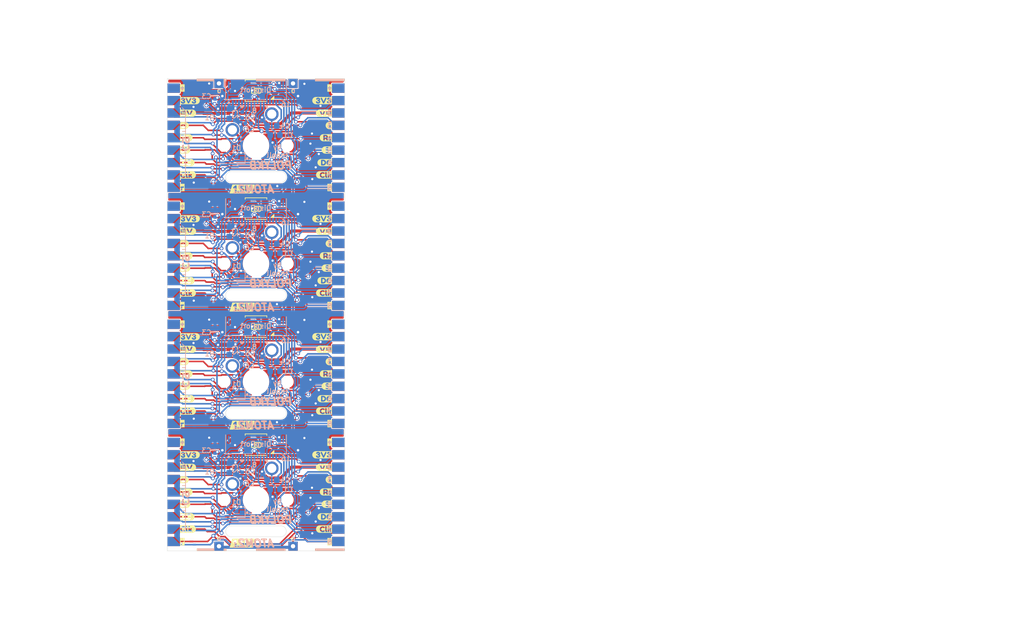
<source format=kicad_pcb>
(kicad_pcb (version 20211014) (generator pcbnew)
  (title_block (title "PolyKB Atom") (date "2022-02-01") (rev "2.1") (company "thpoll"))
  (layers (0 "F.Cu" signal) (31 "B.Cu" signal) (34 "B.Paste" user) (35 "F.Paste" user) (36 "B.SilkS" user "B.Silkscreen") (37 "F.SilkS" user "F.Silkscreen") (38 "B.Mask" user) (39 "F.Mask" user) (44 "Edge.Cuts" user))
  (net 0 "")
  (net 1 "/Keyboard/sheet605ED2EB/GND")
  (net 2 "/Keyboard/sheet605ED2EB/3V3")
  (net 3 "/Keyboard/sheet605ED2EB/4V2")
  (net 4 "Net-(C4-Pad1)")
  (net 5 "Net-(C5-Pad2)")
  (net 6 "Net-(C5-Pad1)")
  (net 7 "Net-(C6-Pad2)")
  (net 8 "Net-(C6-Pad1)")
  (net 9 "/Keyboard/sheet605ED2EB/CS")
  (net 10 "/Keyboard/sheet605ED2EB/RESET")
  (net 11 "/Keyboard/sheet605ED2EB/D-C")
  (net 12 "/Keyboard/sheet605ED2EB/SCLK")
  (net 13 "/Keyboard/sheet605ED2EB/SDIN")
  (net 14 "/Keyboard/sheet605ED2EB/LED_DIN")
  (net 15 "/Keyboard/sheet605ED2EB/5V")
  (net 16 "Net-(D1-Pad2)")
  (net 17 "/Keyboard/sheet605ED2EB/KeyRow")
  (net 18 "/Keyboard/sheet605ED2EB/KeyCol")
  (net 19 "CS8")
  (net 20 "CS7")
  (net 21 "CS6")
  (net 22 "CS5")
  (net 23 "CS4")
  (net 24 "CS3")
  (net 25 "CS2")
  (net 26 "CS1")
  (net 27 "Net-(C1-Pad1)")
  (footprint "poly_kb:AtomConnect2" (layer "F.Cu") (at 50.3555 44.6278 -90)
    (fp_text reference "J3" hide)
    (fp_text value "WestFront")
  )
  (footprint "poly_kb:AtomConnect2" (layer "F.Cu") (at 76.8985 44.6278 -90)
    (fp_text reference "J4" hide)
    (fp_text value "EastFront")
  )
  (footprint "poly_kb:WS2812B-Mini" (layer "F.Cu") (at 63.627 37.0078)
    (fp_text reference "LED1" hide)
    (fp_text value "LED")
  )
  (footprint "poly_kb:SW_Cherry_MX_1.00u_PCB_NoSilk" (layer "F.Cu") (at 66.167 40.8178)
    (fp_text reference "SW1" hide)
    (fp_text value "SW_Push")
  )
  (footprint "poly_kb:TestPoin_1.5x1.5mm_Drill0.7mm" (layer "F.Cu") (at 69.596 35.8648)
    (fp_text reference "J2" hide)
    (fp_text value "North")
  )
  (footprint "poly_kb:TestPoin_1.5x1.5mm_Drill0.7mm" (layer "F.Cu") (at 57.658 35.8648)
    (fp_text reference "J8" hide)
    (fp_text value "North2")
  )
  (footprint "kibuzzard-61EFABBF" (layer "F.Cu") (at 74.6887 86.741)
    (fp_text reference "kibuzzard-61EFABBF" hide)
    (fp_text value "G***" hide)
  )
  (footprint "poly_kb:AtomConnect2" (layer "F.Cu") (at 50.3555 101.7778 -90)
    (fp_text reference "J3" hide)
    (fp_text value "WestFront")
  )
  (footprint "kibuzzard-61EFD908" (layer "F.Cu") (at 51.7525 71.7042)
    (fp_text reference "kibuzzard-61EFD908" hide)
    (fp_text value "G***" hide)
  )
  (footprint "kibuzzard-61EFD908" (layer "F.Cu") (at 51.7525 52.6542)
    (fp_text reference "kibuzzard-61EFD908" hide)
    (fp_text value "G***" hide)
  )
  (footprint "kibuzzard-61EFD908" (layer "F.Cu") (at 75.5015 90.7542)
    (fp_text reference "kibuzzard-61EFD908" hide)
    (fp_text value "G***" hide)
  )
  (footprint "poly_kb:AtomConnect2" (layer "F.Cu") (at 50.3555 82.7278 -90)
    (fp_text reference "J3" hide)
    (fp_text value "WestFront")
  )
  (footprint "kibuzzard-61EFD908" (layer "F.Cu") (at 51.7525 109.8042)
    (fp_text reference "kibuzzard-61EFD908" hide)
    (fp_text value "G***" hide)
  )
  (footprint "kibuzzard-61EFA8F1" (layer "F.Cu") (at 74.5871 69.6722)
    (fp_text reference "kibuzzard-61EFA8F1" hide)
    (fp_text value "G***" hide)
  )
  (footprint "poly_kb:SW_Cherry_MX_1.00u_PCB_NoSilk" (layer "F.Cu") (at 66.167 78.9178)
    (fp_text reference "SW1" hide)
    (fp_text value "SW_Push")
  )
  (footprint "kibuzzard-61EFBE87" (layer "F.Cu") (at 53.1749 97.8154)
    (fp_text reference "kibuzzard-61EFBE87" hide)
    (fp_text value "G***" hide)
  )
  (footprint "kibuzzard-61EFD947" (layer "F.Cu") (at 51.7525 93.7514)
    (fp_text reference "kibuzzard-61EFD947" hide)
    (fp_text value "G***" hide)
  )
  (footprint "kibuzzard-61EFBE3D" (layer "F.Cu") (at 52.6669 88.7222)
    (fp_text reference "kibuzzard-61EFBE3D" hide)
    (fp_text value "G***" hide)
  )
  (footprint "kibuzzard-6209778F" (layer "F.Cu") (at 61.402 71.9528)
    (fp_text reference "kibuzzard-6209778F" hide)
    (fp_text value "G***" hide)
  )
  (footprint "kibuzzard-61EFDAC6" (layer "F.Cu") (at 75.4507 99.7966)
    (fp_text reference "kibuzzard-61EFDAC6" hide)
    (fp_text value "G***" hide)
  )
  (footprint "kibuzzard-61EFDAA0" (layer "F.Cu") (at 52.1081 61.6966)
    (fp_text reference "kibuzzard-61EFDAA0" hide)
    (fp_text value "G***" hide)
  )
  (footprint "kibuzzard-61EFDAEE" (layer "F.Cu") (at 52.391739 101.777507)
    (fp_text reference "kibuzzard-61EFDAEE" hide)
    (fp_text value "G***" hide)
  )
  (footprint "kibuzzard-61EFBE87" (layer "F.Cu") (at 53.1749 40.6654)
    (fp_text reference "kibuzzard-61EFBE87" hide)
    (fp_text value "G***" hide)
  )
  (footprint "kibuzzard-61EFDAC6" (layer "F.Cu") (at 75.4507 42.6466)
    (fp_text reference "kibuzzard-61EFDAC6" hide)
    (fp_text value "G***" hide)
  )
  (footprint "poly_kb:WS2812B-Mini" (layer "F.Cu") (at 63.627 94.1578)
    (fp_text reference "LED1" hide)
    (fp_text value "LED")
  )
  (footprint "kibuzzard-61EFABBF" (layer "F.Cu") (at 74.6887 67.691)
    (fp_text reference "kibuzzard-61EFABBF" hide)
    (fp_text value "G***" hide)
  )
  (footprint "kibuzzard-61EFDAC6" (layer "F.Cu") (at 75.4507 80.7466)
    (fp_text reference "kibuzzard-61EFDAC6" hide)
    (fp_text value "G***" hide)
  )
  (footprint "kibuzzard-61EFD863" (layer "F.Cu") (at 74.2823 57.6834)
    (fp_text reference "kibuzzard-61EFD863" hide)
    (fp_text value "G***" hide)
  )
  (footprint "kibuzzard-61EFBE3D" (layer "F.Cu") (at 52.6669 69.6722)
    (fp_text reference "kibuzzard-61EFBE3D" hide)
    (fp_text value "G***" hide)
  )
  (footprint "poly_kb:WS2812B-Mini" (layer "F.Cu") (at 63.627 56.0578)
    (fp_text reference "LED1" hide)
    (fp_text value "LED")
  )
  (footprint "kibuzzard-61EFACF9" (layer "F.Cu") (at 74.0791 59.7154)
    (fp_text reference "kibuzzard-61EFACF9" hide)
    (fp_text value "G***" hide)
  )
  (footprint "kibuzzard-61EFBE2C" (layer "F.Cu") (at 52.5653 48.641)
    (fp_text reference "kibuzzard-61EFBE2C" hide)
    (fp_text value "G***" hide)
  )
  (footprint "poly_kb:TestPoin_1.5x1.5mm_Drill0.7mm" (layer "F.Cu") (at 57.658 110.5408)
    (fp_text reference "J7" hide)
    (fp_text value "South")
  )
  (footprint "poly_kb:AtomConnect2" (layer "F.Cu") (at 76.8985 63.6778 -90)
    (fp_text reference "J4" hide)
    (fp_text value "EastFront")
  )
  (footprint "kibuzzard-61EFD908" (layer "F.Cu") (at 51.7525 90.7542)
    (fp_text reference "kibuzzard-61EFD908" hide)
    (fp_text value "G***" hide)
  )
  (footprint "kibuzzard-61EFDAC6" (layer "F.Cu") (at 75.4507 61.6966)
    (fp_text reference "kibuzzard-61EFDAC6" hide)
    (fp_text value "G***" hide)
  )
  (footprint "kibuzzard-61EFD947" (layer "F.Cu") (at 51.7525 55.6514)
    (fp_text reference "kibuzzard-61EFD947" hide)
    (fp_text value "G***" hide)
  )
  (footprint "kibuzzard-61EFBE2C" (layer "F.Cu") (at 52.5653 105.791)
    (fp_text reference "kibuzzard-61EFBE2C" hide)
    (fp_text value "G***" hide)
  )
  (footprint "kibuzzard-61EFAA6D" (layer "F.Cu") (at 74.8919 63.6778)
    (fp_text reference "kibuzzard-61EFAA6D" hide)
    (fp_text value "G***" hide)
  )
  (footprint "kibuzzard-61EFA8F1" (layer "F.Cu") (at 74.5871 107.7722)
    (fp_text reference "kibuzzard-61EFA8F1" hide)
    (fp_text value "G***" hide)
  )
  (footprint "kibuzzard-6209778F" (layer "F.Cu") (at 61.402 91.0028)
    (fp_text reference "kibuzzard-6209778F" hide)
    (fp_text value "G***" hide)
  )
  (footprint "kibuzzard-61EFD7F9" (layer "F.Cu") (at 75.0443 65.659)
    (fp_text reference "kibuzzard-61EFD7F9" hide)
    (fp_text value "G***" hide)
  )
  (footprint "kibuzzard-61EFBE2C" (layer "F.Cu") (at 52.5653 67.691)
    (fp_text reference "kibuzzard-61EFBE2C" hide)
    (fp_text value "G***" hide)
  )
  (footprint "kibuzzard-61EFD947" (layer "F.Cu") (at 75.5015 36.6014)
    (fp_text reference "kibuzzard-61EFD947" hide)
    (fp_text value "G***" hide)
  )
  (footprint "kibuzzard-61EFA8F1" (layer "F.Cu") (at 74.5871 50.6222)
    (fp_text reference "kibuzzard-61EFA8F1" hide)
    (fp_text value "G***" hide)
  )
  (footprint "kibuzzard-61EFBE3D" (layer "F.Cu") (at 52.6669 107.7722)
    (fp_text reference "kibuzzard-61EFBE3D" hide)
    (fp_text value "G***" hide)
  )
  (footprint "kibuzzard-61EFBE87" (layer "F.Cu") (at 53.1749 59.7154)
    (fp_text reference "kibuzzard-61EFBE87" hide)
    (fp_text value "G***" hide)
  )
  (footprint "kibuzzard-61EFD863" (layer "F.Cu") (at 74.2823 95.7834)
    (fp_text reference "kibuzzard-61EFD863" hide)
    (fp_text value "G***" hide)
  )
  (footprint "kibuzzard-61EFD947" (layer "F.Cu") (at 75.5015 93.7514)
    (fp_text reference "kibuzzard-61EFD947" hide)
    (fp_text value "G***" hide)
  )
  (footprint "kibuzzard-61EFDAA0" (layer "F.Cu") (at 52.1081 42.6466)
    (fp_text reference "kibuzzard-61EFDAA0" hide)
    (fp_text value "G***" hide)
  )
  (footprint "kibuzzard-61EFABBF" (layer "F.Cu") (at 74.6887 105.791)
    (fp_text reference "kibuzzard-61EFABBF" hide)
    (fp_text value "G***" hide)
  )
  (footprint "kibuzzard-61EFD908" (layer "F.Cu") (at 75.5015 71.7042)
    (fp_text reference "kibuzzard-61EFD908" hide)
    (fp_text value "G***" hide)
  )
  (footprint "kibuzzard-61EFDAA0" (layer "F.Cu") (at 52.1081 99.7966)
    (fp_text reference "kibuzzard-61EFDAA0" hide)
    (fp_text value "G***" hide)
  )
  (footprint "kibuzzard-61EFD7F9" (layer "F.Cu") (at 75.0443 46.609)
    (fp_text reference "kibuzzard-61EFD7F9" hide)
    (fp_text value "G***" hide)
  )
  (footprint "poly_kb:TestPoin_1.5x1.5mm_Drill0.7mm" (layer "F.Cu") (at 69.596 110.5408)
    (fp_text reference "J9" hide)
    (fp_text value "South2")
  )
  (footprint "kibuzzard-61EFD879" (layer "F.Cu") (at 52.9815 57.6906)
    (fp_text reference "kibuzzard-61EFD879" hide)
    (fp_text value "G***" hide)
  )
  (footprint "kibuzzard-61EFBE21" (layer "F.Cu") (at 52.2097 103.759)
    (fp_text reference "kibuzzard-61EFBE21" hide)
    (fp_text value "G***" hide)
  )
  (footprint "poly_kb:SW_Cherry_MX_1.00u_PCB_NoSilk" (layer "F.Cu") (at 66.167 97.9678)
    (fp_text reference "SW1" hide)
    (fp_text value "SW_Push")
  )
  (footprint "kibuzzard-61EFD947" (layer "F.Cu") (at 75.5015 74.7014)
    (fp_text reference "kibuzzard-61EFD947" hide)
    (fp_text value "G***" hide)
  )
  (footprint "kibuzzard-61EFD7F9" (layer "F.Cu") (at 75.0443 103.759)
    (fp_text reference "kibuzzard-61EFD7F9" hide)
    (fp_text value "G***" hide)
  )
  (footprint "kibuzzard-61EFD863" (layer "F.Cu") (at 74.2823 38.6334)
    (fp_text reference "kibuzzard-61EFD863" hide)
    (fp_text value "G***" hide)
  )
  (footprint "kibuzzard-61EFBE21" (layer "F.Cu") (at 52.2097 84.709)
    (fp_text reference "kibuzzard-61EFBE21" hide)
    (fp_text value "G***" hide)
  )
  (footprint "kibuzzard-61EFD879" (layer "F.Cu") (at 52.9815 76.7406)
    (fp_text reference "kibuzzard-61EFD879" hide)
    (fp_text value "G***" hide)
  )
  (footprint "kibuzzard-61EFD947" (layer "F.Cu") (at 75.5015 55.6514)
    (fp_text reference "kibuzzard-61EFD947" hide)
    (fp_text value "G***" hide)
  )
  (footprint "kibuzzard-61EFACF9" (layer "F.Cu") (at 74.0791 97.8154)
    (fp_text reference "kibuzzard-61EFACF9" hide)
    (fp_text value "G***" hide)
  )
  (footprint "kibuzzard-61EFDAEE" (layer "F.Cu") (at 52.391739 82.727507)
    (fp_text reference "kibuzzard-61EFDAEE" hide)
    (fp_text value "G***" hide)
  )
  (footprint "kibuzzard-61EFD879" (layer "F.Cu") (at 52.9815 38.6406)
    (fp_text reference "kibuzzard-61EFD879" hide)
    (fp_text value "G***" hide)
  )
  (footprint "kibuzzard-61EFDAEE" (layer "F.Cu") (at 52.391739 63.677507)
    (fp_text reference "kibuzzard-61EFDAEE" hide)
    (fp_text value "G***" hide)
  )
  (footprint "kibuzzard-61EFD908" (layer "F.Cu") (at 75.5015 52.6542)
    (fp_text reference "kibuzzard-61EFD908" hide)
    (fp_text value "G***" hide)
  )
  (footprint "kibuzzard-61EFACF9" (layer "F.Cu") (at 74.0791 40.6654)
    (fp_text reference "kibuzzard-61EFACF9" hide)
    (fp_text value "G***" hide)
  )
  (footprint "poly_kb:SW_Cherry_MX_1.00u_PCB_NoSilk" (layer "F.Cu") (at 66.167 59.8678)
    (fp_text reference "SW1" hide)
    (fp_text value "SW_Push")
  )
  (footprint "kibuzzard-61EFD879" (layer "F.Cu") (at 52.9815 95.7906)
    (fp_text reference "kibuzzard-61EFD879" hide)
    (fp_text value "G***" hide)
  )
  (footprint "kibuzzard-61EFBE87" (layer "F.Cu") (at 53.1749 78.7654)
    (fp_text reference "kibuzzard-61EFBE87" hide)
    (fp_text value "G***" hide)
  )
  (footprint "kibuzzard-61EFD908" (layer "F.Cu") (at 75.5015 109.8042)
    (fp_text reference "kibuzzard-61EFD908" hide)
    (fp_text value "G***" hide)
  )
  (footprint "kibuzzard-6209778F" (layer "F.Cu") (at 61.402 52.9028)
    (fp_text reference "kibuzzard-6209778F" hide)
    (fp_text value "G***" hide)
  )
  (footprint "kibuzzard-61EFDAEE" (layer "F.Cu") (at 52.391739 44.627507)
    (fp_text reference "kibuzzard-61EFDAEE" hide)
    (fp_text value "G***" hide)
  )
  (footprint "kibuzzard-61EFD947" (layer "F.Cu") (at 51.7525 74.7014)
    (fp_text reference "kibuzzard-61EFD947" hide)
    (fp_text value "G***" hide)
  )
  (footprint "kibuzzard-61EFBE21" (layer "F.Cu") (at 52.2097 65.659)
    (fp_text reference "kibuzzard-61EFBE21" hide)
    (fp_text value "G***" hide)
  )
  (footprint "kibuzzard-61EFACF9" (layer "F.Cu") (at 74.0791 78.7654)
    (fp_text reference "kibuzzard-61EFACF9" hide)
    (fp_text value "G***" hide)
  )
  (footprint "kibuzzard-61EFAA6D" (layer "F.Cu") (at 74.8919 82.7278)
    (fp_text reference "kibuzzard-61EFAA6D" hide)
    (fp_text value "G***" hide)
  )
  (footprint "kibuzzard-61EFBE21" (layer "F.Cu") (at 52.2097 46.609)
    (fp_text reference "kibuzzard-61EFBE21" hide)
    (fp_text value "G***" hide)
  )
  (footprint "poly_kb:AtomConnect2" (layer "F.Cu") (at 76.8985 82.7278 -90)
    (fp_text reference "J4" hide)
    (fp_text value "EastFront")
  )
  (footprint "kibuzzard-61EFABBF" (layer "F.Cu") (at 74.6887 48.641)
    (fp_text reference "kibuzzard-61EFABBF" hide)
    (fp_text value "G***" hide)
  )
  (footprint "kibuzzard-61EFD947" (layer "F.Cu") (at 51.7525 36.6014)
    (fp_text reference "kibuzzard-61EFD947" hide)
    (fp_text value "G***" hide)
  )
  (footprint "poly_kb:AtomConnect2" (layer "F.Cu") (at 76.8985 101.7778 -90)
    (fp_text reference "J4" hide)
    (fp_text value "EastFront")
  )
  (footprint "kibuzzard-61EFD7F9" (layer "F.Cu") (at 75.0443 84.709)
    (fp_text reference "kibuzzard-61EFD7F9" hide)
    (fp_text value "G***" hide)
  )
  (footprint "kibuzzard-61EFA8F1" (layer "F.Cu") (at 74.5871 88.7222)
    (fp_text reference "kibuzzard-61EFA8F1" hide)
    (fp_text value "G***" hide)
  )
  (footprint "kibuzzard-61EFBE3D" (layer "F.Cu") (at 52.6669 50.6222)
    (fp_text reference "kibuzzard-61EFBE3D" hide)
    (fp_text value "G***" hide)
  )
  (footprint "kibuzzard-61EFD863" (layer "F.Cu") (at 74.2823 76.7334)
    (fp_text reference "kibuzzard-61EFD863" hide)
    (fp_text value "G***" hide)
  )
  (footprint "kibuzzard-61EFAA6D" (layer "F.Cu") (at 74.8919 44.6278)
    (fp_text reference "kibuzzard-61EFAA6D" hide)
    (fp_text value "G***" hide)
  )
  (footprint "poly_kb:AtomConnect2" (layer "F.Cu") (at 50.3555 63.6778 -90)
    (fp_text reference "J3" hide)
    (fp_text value "WestFront")
  )
  (footprint "kibuzzard-61EFDAA0" (layer "F.Cu") (at 52.1081 80.7466)
    (fp_text reference "kibuzzard-61EFDAA0" hide)
    (fp_text value "G***" hide)
  )
  (footprint "kibuzzard-61EFBE2C" (layer "F.Cu") (at 52.5653 86.741)
    (fp_text reference "kibuzzard-61EFBE2C" hide)
    (fp_text value "G***" hide)
  )
  (footprint "kibuzzard-61EFAA6D" (layer "F.Cu") (at 74.8919 101.7778)
    (fp_text reference "kibuzzard-61EFAA6D" hide)
    (fp_text value "G***" hide)
  )
  (footprint "poly_kb:WS2812B-Mini" (layer "F.Cu") (at 63.627 75.1078)
    (fp_text reference "LED1" hide)
    (fp_text value "LED")
  )
  (footprint "kibuzzard-6209778F" (layer "F.Cu") (at 61.402 110.0528)
    (fp_text reference "kibuzzard-6209778F" hide)
    (fp_text value "G***" hide)
  )
  (footprint "Capacitor_SMD:C_0603_1608Metric" (layer "B.Cu") (at 66.702 44.2028 180)
    (fp_text reference "C1")
    (fp_text value "2.2uF")
  )
  (footprint "Capacitor_SMD:C_0603_1608Metric" (layer "B.Cu") (at 59.309 40.7546 90)
    (fp_text reference "C2")
    (fp_text value "2.2uF")
  )
  (footprint "Capacitor_SMD:C_0402_1005Metric" (layer "B.Cu") (at 57.023 37.8968 90)
    (fp_text reference "C3" hide)
    (fp_text value "1uF")
  )
  (footprint "Capacitor_SMD:C_0603_1608Metric" (layer "B.Cu") (at 66.202 42.7028 180)
    (fp_text reference "C4")
    (fp_text value "4.7uF")
  )
  (footprint "Capacitor_SMD:C_0402_1005Metric" (layer "B.Cu") (at 61.3918 40.9676 90)
    (fp_text reference "C5")
    (fp_text value "1uF")
  )
  (footprint "Capacitor_SMD:C_0402_1005Metric" (layer "B.Cu") (at 62.357 42.3418)
    (fp_text reference "C6")
    (fp_text value "1uF")
  )
  (footprint "poly_kb:D_SOD-323Ext" (layer "B.Cu") (at 60.325 47.9028 180)
    (fp_text reference "D1")
    (fp_text value "D_Small")
  )
  (footprint "poly_kb:FPC_16_JUSHUO_AFC05_S16FIA_00" (layer "B.Cu") (at 63.627 38.9128)
    (fp_text reference "J1" hide)
    (fp_text value "Conn_01x16")
  )
  (footprint "poly_kb:AtomConnect2" (layer "B.Cu") (at 76.8985 44.6278 -90)
    (fp_text reference "J6" hide)
    (fp_text value "EastBack")
  )
  (footprint "poly_kb:AtomConnectCS" (layer "B.Cu") (at 50.3555 44.6278 -90)
    (fp_text reference "J5" hide)
    (fp_text value "WestBack")
  )
  (footprint "poly_kb:FPC_16_JUSHUO_AFC05_S16FIA_00" (layer "B.Cu") (at 63.627 77.0128)
    (fp_text reference "J1" hide)
    (fp_text value "Conn_01x16")
  )
  (footprint "Capacitor_SMD:C_0603_1608Metric" (layer "B.Cu") (at 66.202 61.7528 180)
    (fp_text reference "C4")
    (fp_text value "4.7uF")
  )
  (footprint "poly_kb:D_SOD-323Ext" (layer "B.Cu") (at 60.325 86.0028 180)
    (fp_text reference "D1")
    (fp_text value "D_Small")
  )
  (footprint "Capacitor_SMD:C_0603_1608Metric" (layer "B.Cu") (at 66.202 80.8028 180)
    (fp_text reference "C4")
    (fp_text value "4.7uF")
  )
  (footprint "poly_kb:AtomConnect2" (layer "B.Cu") (at 76.8985 82.7278 -90)
    (fp_text reference "J6" hide)
    (fp_text value "EastBack")
  )
  (footprint "Capacitor_SMD:C_0603_1608Metric" (layer "B.Cu") (at 66.202 99.8528 180)
    (fp_text reference "C4")
    (fp_text value "4.7uF")
  )
  (footprint "Resistor_SMD:R_0402_1005Metric" (layer "B.Cu") (at 57.502 98.4906 -90)
    (fp_text reference "R1")
    (fp_text value "1M")
  )
  (footprint "poly_kb:AtomConnect2" (layer "B.Cu") (at 76.8985 63.6778 -90)
    (fp_text reference "J6" hide)
    (fp_text value "EastBack")
  )
  (footprint "poly_kb:FPC_16_JUSHUO_AFC05_S16FIA_00" (layer "B.Cu") (at 63.627 57.9628)
    (fp_text reference "J1" hide)
    (fp_text value "Conn_01x16")
  )
  (footprint "poly_kb:D_SOD-323Ext" (layer "B.Cu") (at 60.325 66.9528 180)
    (fp_text reference "D1")
    (fp_text value "D_Small")
  )
  (footprint "Capacitor_SMD:C_0603_1608Metric" (layer "B.Cu") (at 66.702 82.3028 180)
    (fp_text reference "C1")
    (fp_text value "2.2uF")
  )
  (footprint "poly_kb:AtomConnect2" (layer "B.Cu") (at 76.8985 101.7778 -90)
    (fp_text reference "J6" hide)
    (fp_text value "EastBack")
  )
  (footprint "Capacitor_SMD:C_0603_1608Metric" (layer "B.Cu") (at 59.309 97.9046 90)
    (fp_text reference "C2")
    (fp_text value "2.2uF")
  )
  (footprint "Capacitor_SMD:C_0603_1608Metric" (layer "B.Cu") (at 59.309 78.8546 90)
    (fp_text reference "C2")
    (fp_text value "2.2uF")
  )
  (footprint "Capacitor_SMD:C_0402_1005Metric" (layer "B.Cu") (at 62.357 61.3918)
    (fp_text reference "C6")
    (fp_text value "1uF")
  )
  (footprint "Resistor_SMD:R_0402_1005Metric" (layer "B.Cu") (at 57.502 60.3906 -90)
    (fp_text reference "R1")
    (fp_text value "1M")
  )
  (footprint "Capacitor_SMD:C_0402_1005Metric" (layer "B.Cu") (at 61.3918 79.0676 90)
    (fp_text reference "C5")
    (fp_text value "1uF")
  )
  (footprint "Resistor_SMD:R_0402_1005Metric" (layer "B.Cu") (at 57.502 41.3406 -90)
    (fp_text reference "R1")
    (fp_text value "1M")
  )
  (footprint "poly_kb:AtomConnectCS" (layer "B.Cu") (at 50.3555 101.7778 -90)
    (fp_text reference "J5" hide)
    (fp_text value "WestBack")
  )
  (footprint "Resistor_SMD:R_0402_1005Metric" (layer "B.Cu") (at 57.502 79.4406 -90)
    (fp_text reference "R1")
    (fp_text value "1M")
  )
  (footprint "Capacitor_SMD:C_0402_1005Metric" (layer "B.Cu") (at 62.357 99.4918)
    (fp_text reference "C6")
    (fp_text value "1uF")
  )
  (footprint "poly_kb:AtomConnectCS" (layer "B.Cu") (at 50.3555 63.6778 -90)
    (fp_text reference "J5" hide)
    (fp_text value "WestBack")
  )
  (footprint "poly_kb:FPC_16_JUSHUO_AFC05_S16FIA_00" (layer "B.Cu") (at 63.627 96.0628)
    (fp_text reference "J1" hide)
    (fp_text value "Conn_01x16")
  )
  (footprint "Capacitor_SMD:C_0402_1005Metric" (layer "B.Cu") (at 61.3918 98.1176 90)
    (fp_text reference "C5")
    (fp_text value "1uF")
  )
  (footprint "Capacitor_SMD:C_0402_1005Metric" (layer "B.Cu") (at 62.357 80.4418)
    (fp_text reference "C6")
    (fp_text value "1uF")
  )
  (footprint "Capacitor_SMD:C_0603_1608Metric" (layer "B.Cu") (at 66.702 101.3528 180)
    (fp_text reference "C1")
    (fp_text value "2.2uF")
  )
  (footprint "Capacitor_SMD:C_0402_1005Metric" (layer "B.Cu") (at 57.023 75.9968 90)
    (fp_text reference "C3" hide)
    (fp_text value "1uF")
  )
  (footprint "Capacitor_SMD:C_0603_1608Metric" (layer "B.Cu") (at 66.702 63.2528 180)
    (fp_text reference "C1")
    (fp_text value "2.2uF")
  )
  (footprint "Capacitor_SMD:C_0402_1005Metric" (layer "B.Cu") (at 57.023 95.0468 90)
    (fp_text reference "C3" hide)
    (fp_text value "1uF")
  )
  (footprint "poly_kb:AtomConnectCS" (layer "B.Cu") (at 50.3555 82.7278 -90)
    (fp_text reference "J5" hide)
    (fp_text value "WestBack")
  )
  (footprint "poly_kb:D_SOD-323Ext" (layer "B.Cu") (at 60.325 105.0528 180)
    (fp_text reference "D1")
    (fp_text value "D_Small")
  )
  (footprint "Capacitor_SMD:C_0603_1608Metric" (layer "B.Cu") (at 59.309 59.8046 90)
    (fp_text reference "C2")
    (fp_text value "2.2uF")
  )
  (footprint "Capacitor_SMD:C_0402_1005Metric" (layer "B.Cu") (at 57.023 56.9468 90)
    (fp_text reference "C3" hide)
    (fp_text value "1uF")
  )
  (footprint "Capacitor_SMD:C_0402_1005Metric" (layer "B.Cu") (at 61.3918 60.0176 90)
    (fp_text reference "C5")
    (fp_text value "1uF")
  )
  (gr_poly (pts (xy 56.8706 35.5108) (xy 54.0766 35.5108) (xy 54.0766 35.0774) (xy 56.8706 35.0774)) (layer "B.SilkS") (width 0) (fill solid))
  (gr_poly (pts (xy 58.8645 35.5108) (xy 58.4454 35.5108) (xy 58.4454 35.0774) (xy 58.8645 35.0774)) (layer "B.SilkS") (width 0) (fill solid))
  (gr_line (start 75.5015 36.2966) (end 75.5015 36.6522) (layer "B.SilkS") (width 0.12))
  (gr_line (start 61.202 77.8028) (end 61.552 77.8028) (layer "B.SilkS") (width 0.12))
  (gr_line (start 51.7525 93.8022) (end 51.4985 93.8022) (layer "B.SilkS") (width 0.12))
  (gr_line (start 51.7525 62.6618) (end 52.2605 62.6618) (layer "B.SilkS") (width 0.12))
  (gr_poly (pts (xy 77.9145 35.5108) (xy 73.152 35.5108) (xy 73.152 35.0774) (xy 77.9145 35.0774)) (layer "B.SilkS") (width 0) (fill solid))
  (gr_line (start 61.377 96.5778) (end 61.377 97.0278) (layer "B.SilkS") (width 0.12))
  (gr_line (start 52.2605 44.3738) (end 52.2605 40.3098) (layer "B.SilkS") (width 0.12))
  (gr_poly (pts (xy 77.9145 111.3282) (xy 73.152 111.3282) (xy 73.152 110.8964) (xy 77.9145 110.8964)) (layer "B.SilkS") (width 0) (fill solid))
  (gr_line (start 51.7525 74.7522) (end 51.4985 74.7522) (layer "B.SilkS") (width 0.12))
  (gr_line (start 61.202 58.7528) (end 61.552 58.7528) (layer "B.SilkS") (width 0.12))
  (gr_line (start 51.7525 55.3466) (end 51.7525 55.7022) (layer "B.SilkS") (width 0.12))
  (gr_line (start 65.402 39.4278) (end 65.402 39.8778) (layer "B.SilkS") (width 0.12))
  (gr_line (start 51.7525 47.6758) (end 52.2605 47.6758) (layer "B.SilkS") (width 0.12))
  (gr_line (start 75.5015 74.7522) (end 75.7555 74.7522) (layer "B.SilkS") (width 0.12))
  (gr_line (start 65.227 39.7028) (end 65.577 39.7028) (layer "B.SilkS") (width 0.12))
  (gr_line (start 75.5015 55.7022) (end 75.2475 55.7022) (layer "B.SilkS") (width 0.12))
  (gr_line (start 51.7525 36.2966) (end 51.7525 36.6522) (layer "B.SilkS") (width 0.12))
  (gr_line (start 52.2605 50.4698) (end 51.7525 50.9778) (layer "B.SilkS") (width 0.12))
  (gr_line (start 51.7525 36.6522) (end 51.4985 36.6522) (layer "B.SilkS") (width 0.12))
  (gr_line (start 63.377 77.7028) (end 63.377 77.5278) (layer "B.SilkS") (width 0.12))
  (gr_line (start 61.202 39.7028) (end 61.552 39.7028) (layer "B.SilkS") (width 0.12))
  (gr_line (start 65.227 58.7528) (end 65.577 58.7528) (layer "B.SilkS") (width 0.12))
  (gr_line (start 51.7525 81.7118) (end 52.2605 81.7118) (layer "B.SilkS") (width 0.12))
  (gr_line (start 75.4507 94.107) (end 75.5523 94.107) (layer "B.SilkS") (width 0.12))
  (gr_line (start 61.552 77.8028) (end 61.377 77.5278) (layer "B.SilkS") (width 0.12))
  (gr_line (start 75.4507 36.957) (end 75.5523 36.957) (layer "B.SilkS") (width 0.12))
  (gr_line (start 61.552 58.7528) (end 61.377 58.4778) (layer "B.SilkS") (width 0.12))
  (gr_line (start 51.7525 36.6522) (end 52.0065 36.6522) (layer "B.SilkS") (width 0.12))
  (gr_line (start 75.5015 55.7022) (end 75.7555 55.7022) (layer "B.SilkS") (width 0.12))
  (gr_line (start 61.377 96.5778) (end 61.202 96.8528) (layer "B.SilkS") (width 0.12))
  (gr_line (start 61.302 39.6528) (end 61.452 39.6528) (layer "B.SilkS") (width 0.12))
  (gr_line (start 61.377 58.4778) (end 61.202 58.7528) (layer "B.SilkS") (width 0.12))
  (gr_line (start 51.6001 55.8546) (end 51.9049 55.8546) (layer "B.SilkS") (width 0.12))
  (gr_line (start 65.327 39.6528) (end 65.477 39.6528) (layer "B.SilkS") (width 0.12))
  (gr_line (start 75.4507 56.007) (end 75.5523 56.007) (layer "B.SilkS") (width 0.12))
  (gr_line (start 61.552 96.8528) (end 61.377 96.5778) (layer "B.SilkS") (width 0.12))
  (gr_line (start 52.2605 85.0138) (end 52.2605 88.5698) (layer "B.SilkS") (width 0.12))
  (gr_line (start 75.5015 93.8022) (end 75.2475 93.8022) (layer "B.SilkS") (width 0.12))
  (gr_line (start 65.577 77.8028) (end 65.402 77.5278) (layer "B.SilkS") (width 0.12))
  (gr_line (start 51.7525 55.7022) (end 51.4985 55.7022) (layer "B.SilkS") (width 0.12))
  (gr_line (start 61.377 39.4278) (end 61.202 39.7028) (layer "B.SilkS") (width 0.12))
  (gr_line (start 75.5015 93.8022) (end 75.7555 93.8022) (layer "B.SilkS") (width 0.12))
  (gr_line (start 51.7525 66.7258) (end 52.2605 66.7258) (layer "B.SilkS") (width 0.12))
  (gr_line (start 65.577 39.7028) (end 65.402 39.4278) (layer "B.SilkS") (width 0.12))
  (gr_line (start 65.402 77.5278) (end 65.402 77.9778) (layer "B.SilkS") (width 0.12))
  (gr_line (start 51.7525 93.8022) (end 52.0065 93.8022) (layer "B.SilkS") (width 0.12))
  (gr_line (start 65.577 58.7528) (end 65.402 58.4778) (layer "B.SilkS") (width 0.12))
  (gr_line (start 75.5015 36.6522) (end 75.7555 36.6522) (layer "B.SilkS") (width 0.12))
  (gr_line (start 51.7525 74.7522) (end 52.0065 74.7522) (layer "B.SilkS") (width 0.12))
  (gr_line (start 51.7017 56.007) (end 51.8033 56.007) (layer "B.SilkS") (width 0.12))
  (gr_line (start 75.5015 36.6522) (end 75.2475 36.6522) (layer "B.SilkS") (width 0.12))
  (gr_line (start 52.2605 107.6198) (end 51.7525 108.1278) (layer "B.SilkS") (width 0.12))
  (gr_line (start 51.7525 93.4466) (end 51.7525 93.8022) (layer "B.SilkS") (width 0.12))
  (gr_line (start 51.7525 104.8258) (end 52.2605 104.8258) (layer "B.SilkS") (width 0.12))
  (gr_poly (pts (xy 58.8645 111.3282) (xy 58.4454 111.3282) (xy 58.4454 110.9091) (xy 58.8645 110.9091)) (layer "B.SilkS") (width 0) (fill solid))
  (gr_line (start 65.402 96.5778) (end 65.402 97.0278) (layer "B.SilkS") (width 0.12))
  (gr_line (start 51.7525 55.7022) (end 52.0065 55.7022) (layer "B.SilkS") (width 0.12))
  (gr_line (start 65.327 58.7028) (end 65.477 58.7028) (layer "B.SilkS") (width 0.12))
  (gr_line (start 52.2605 63.4238) (end 52.2605 59.3598) (layer "B.SilkS") (width 0.12))
  (gr_line (start 52.2605 78.4098) (end 51.7525 77.9018) (layer "B.SilkS") (width 0.12))
  (gr_line (start 65.227 96.8528) (end 65.577 96.8528) (layer "B.SilkS") (width 0.12))
  (gr_line (start 52.2605 65.9638) (end 52.2605 69.5198) (layer "B.SilkS") (width 0.12))
  (gr_line (start 63.377 58.6528) (end 63.377 58.4778) (layer "B.SilkS") (width 0.12))
  (gr_line (start 52.2605 82.4738) (end 52.2605 78.4098) (layer "B.SilkS") (width 0.12))
  (gr_line (start 65.577 96.8528) (end 65.402 96.5778) (layer "B.SilkS") (width 0.12))
  (gr_line (start 75.3491 93.9546) (end 75.6539 93.9546) (layer "B.SilkS") (width 0.12))
  (gr_line (start 51.7525 74.3966) (end 51.7525 74.7522) (layer "B.SilkS") (width 0.12))
  (gr_poly (pts (xy 68.3895 35.5108) (xy 63.627 35.5108) (xy 63.627 35.0774) (xy 68.3895 35.0774)) (layer "B.SilkS") (width 0) (fill solid))
  (gr_line (start 52.2605 101.5238) (end 52.2605 97.4598) (layer "B.SilkS") (width 0.12))
  (gr_line (start 75.3491 55.8546) (end 75.6539 55.8546) (layer "B.SilkS") (width 0.12))
  (gr_line (start 51.6001 93.9546) (end 51.9049 93.9546) (layer "B.SilkS") (width 0.12))
  (gr_line (start 51.6001 36.8046) (end 51.9049 36.8046) (layer "B.SilkS") (width 0.12))
  (gr_line (start 61.377 58.4778) (end 61.377 58.9278) (layer "B.SilkS") (width 0.12))
  (gr_line (start 52.2605 104.0638) (end 52.2605 107.6198) (layer "B.SilkS") (width 0.12))
  (gr_line (start 51.7017 94.107) (end 51.8033 94.107) (layer "B.SilkS") (width 0.12))
  (gr_line (start 75.4507 75.057) (end 75.5523 75.057) (layer "B.SilkS") (width 0.12))
  (gr_poly (pts (xy 56.8706 111.3282) (xy 54.102 111.3282) (xy 54.102 110.888864) (xy 56.8706 110.888864)) (layer "B.SilkS") (width 0) (fill solid))
  (gr_line (start 65.402 58.4778) (end 65.227 58.7528) (layer "B.SilkS") (width 0.12))
  (gr_line (start 51.7525 43.6118) (end 52.2605 43.6118) (layer "B.SilkS") (width 0.12))
  (gr_line (start 61.377 77.5278) (end 61.377 77.9778) (layer "B.SilkS") (width 0.12))
  (gr_line (start 65.227 77.8028) (end 65.577 77.8028) (layer "B.SilkS") (width 0.12))
  (gr_line (start 61.302 58.7028) (end 61.452 58.7028) (layer "B.SilkS") (width 0.12))
  (gr_line (start 61.552 39.7028) (end 61.377 39.4278) (layer "B.SilkS") (width 0.12))
  (gr_line (start 65.327 96.8028) (end 65.477 96.8028) (layer "B.SilkS") (width 0.12))
  (gr_line (start 65.402 77.5278) (end 65.227 77.8028) (layer "B.SilkS") (width 0.12))
  (gr_line (start 65.327 77.7528) (end 65.477 77.7528) (layer "B.SilkS") (width 0.12))
  (gr_line (start 75.5015 74.7522) (end 75.2475 74.7522) (layer "B.SilkS") (width 0.12))
  (gr_line (start 75.3491 74.9046) (end 75.6539 74.9046) (layer "B.SilkS") (width 0.12))
  (gr_line (start 52.2605 69.5198) (end 51.7525 70.0278) (layer "B.SilkS") (width 0.12))
  (gr_line (start 63.377 96.7528) (end 63.377 96.5778) (layer "B.SilkS") (width 0.12))
  (gr_line (start 52.2605 46.9138) (end 52.2605 50.4698) (layer "B.SilkS") (width 0.12))
  (gr_line (start 65.402 39.4278) (end 65.227 39.7028) (layer "B.SilkS") (width 0.12))
  (gr_line (start 63.377 39.6028) (end 63.377 39.4278) (layer "B.SilkS") (width 0.12))
  (gr_line (start 75.5015 74.3966) (end 75.5015 74.7522) (layer "B.SilkS") (width 0.12))
  (gr_line (start 75.5015 93.4466) (end 75.5015 93.8022) (layer "B.SilkS") (width 0.12))
  (gr_line (start 51.7525 100.7618) (end 52.2605 100.7618) (layer "B.SilkS") (width 0.12))
  (gr_line (start 52.2605 40.3098) (end 51.7525 39.8018) (layer "B.SilkS") (width 0.12))
  (gr_line (start 51.6001 74.9046) (end 51.9049 74.9046) (layer "B.SilkS") (width 0.12))
  (gr_line (start 52.2605 97.4598) (end 51.7525 96.9518) (layer "B.SilkS") (width 0.12))
  (gr_line (start 75.5015 55.3466) (end 75.5015 55.7022) (layer "B.SilkS") (width 0.12))
  (gr_line (start 65.402 58.4778) (end 65.402 58.9278) (layer "B.SilkS") (width 0.12))
  (gr_line (start 61.302 96.8028) (end 61.452 96.8028) (layer "B.SilkS") (width 0.12))
  (gr_line (start 52.2605 88.5698) (end 51.7525 89.0778) (layer "B.SilkS") (width 0.12))
  (gr_line (start 65.402 96.5778) (end 65.227 96.8528) (layer "B.SilkS") (width 0.12))
  (gr_line (start 61.377 77.5278) (end 61.202 77.8028) (layer "B.SilkS") (width 0.12))
  (gr_line (start 61.302 77.7528) (end 61.452 77.7528) (layer "B.SilkS") (width 0.12))
  (gr_line (start 61.202 96.8528) (end 61.552 96.8528) (layer "B.SilkS") (width 0.12))
  (gr_line (start 75.3491 36.8046) (end 75.6539 36.8046) (layer "B.SilkS") (width 0.12))
  (gr_line (start 61.377 39.4278) (end 61.377 39.8778) (layer "B.SilkS") (width 0.12))
  (gr_poly (pts (xy 68.3895 111.3282) (xy 63.627 111.3282) (xy 63.627 110.8964) (xy 68.3895 110.8964)) (layer "B.SilkS") (width 0) (fill solid))
  (gr_line (start 51.7017 36.957) (end 51.8033 36.957) (layer "B.SilkS") (width 0.12))
  (gr_line (start 51.7017 75.057) (end 51.8033 75.057) (layer "B.SilkS") (width 0.12))
  (gr_line (start 51.7525 85.7758) (end 52.2605 85.7758) (layer "B.SilkS") (width 0.12))
  (gr_line (start 52.2605 59.3598) (end 51.7525 58.8518) (layer "B.SilkS") (width 0.12))
  (gr_poly (pts (xy 68.3895 35.5108) (xy 63.627 35.5108) (xy 63.627 35.0774) (xy 68.3895 35.0774)) (layer "F.SilkS") (width 0) (fill solid))
  (gr_line (start 51.9303 40.2082) (end 51.9303 40.259) (layer "F.SilkS") (width 0.12))
  (gr_line (start 75.5777 78.8162) (end 75.1205 78.8162) (layer "F.SilkS") (width 0.12))
  (gr_poly (pts (xy 77.9145 111.3282) (xy 73.152 111.3282) (xy 73.152 110.9218) (xy 77.9145 110.9218)) (layer "F.SilkS") (width 0) (fill solid))
  (gr_line (start 74.8919 40.1574) (end 74.8919 41.1734) (layer "F.SilkS") (width 0.135))
  (gr_line (start 75.0697 97.409) (end 75.0697 97.3074) (layer "F.SilkS") (width 0.12))
  (gr_line (start 75.3237 97.409) (end 75.3237 97.3582) (layer "F.SilkS") (width 0.12))
  (gr_line (start 51.4477 97.3074) (end 51.4477 98.3234) (layer "F.SilkS") (width 0.135))
  (gr_line (start 51.4477 78.2574) (end 52.4129 78.2574) (layer "F.SilkS") (width 0.135))
  (gr_line (start 75.8063 98.3234) (end 74.8411 98.3234) (layer "F.SilkS") (width 0.135))
  (gr_line (start 75.8063 40.1574) (end 75.8063 41.1734) (layer "F.SilkS") (width 0.135))
  (gr_line (start 75.3745 40.259) (end 75.3237 40.259) (layer "F.SilkS") (width 0.12))
  (gr_line (start 75.3745 40.2082) (end 75.3745 40.259) (layer "F.SilkS") (width 0.12))
  (gr_line (start 75.1205 98.0694) (end 75.5777 98.0694) (layer "F.SilkS") (width 0.12))
  (gr_line (start 75.7809 59.309) (end 75.6285 59.309) (layer "F.SilkS") (width 0.12))
  (gr_line (start 74.8919 59.2074) (end 74.8919 60.2234) (layer "F.SilkS") (width 0.135))
  (gr_line (start 51.4477 97.3074) (end 52.4129 97.3074) (layer "F.SilkS") (width 0.135))
  (gr_poly (pts (xy 77.9145 35.5108) (xy 73.152 35.5108) (xy 73.152 35.0774) (xy 77.9145 35.0774)) (layer "F.SilkS") (width 0) (fill solid))
  (gr_line (start 74.9427 97.409) (end 75.0697 97.409) (layer "F.SilkS") (width 0.12))
  (gr_line (start 52.1843 40.259) (end 52.1843 40.1574) (layer "F.SilkS") (width 0.12))
  (gr_line (start 75.0697 40.259) (end 75.0697 40.1574) (layer "F.SilkS") (width 0.12))
  (gr_line (start 75.8063 97.3074) (end 75.8063 98.3234) (layer "F.SilkS") (width 0.135))
  (gr_line (start 75.6285 97.409) (end 75.6285 97.3074) (layer "F.SilkS") (width 0.12))
  (gr_line (start 75.8063 78.2574) (end 75.8063 79.2734) (layer "F.SilkS") (width 0.135))
  (gr_line (start 51.9303 78.359) (end 51.8795 78.359) (layer "F.SilkS") (width 0.12))
  (gr_line (start 52.3621 97.3074) (end 52.3621 98.3234) (layer "F.SilkS") (width 0.135))
  (gr_line (start 51.9303 97.3582) (end 51.9303 97.409) (layer "F.SilkS") (width 0.12))
  (gr_poly (pts (xy 58.8645 111.3282) (xy 58.4454 111.3282) (xy 58.4454 110.9218) (xy 58.8645 110.9218)) (layer "F.SilkS") (width 0) (fill solid))
  (gr_line (start 52.3367 59.309) (end 52.1843 59.309) (layer "F.SilkS") (width 0.12))
  (gr_line (start 51.4477 40.1574) (end 52.4129 40.1574) (layer "F.SilkS") (width 0.135))
  (gr_poly (pts (xy 56.8706 111.3282) (xy 54.0766 111.3282) (xy 54.0766 110.9218) (xy 56.8706 110.9218)) (layer "F.SilkS") (width 0) (fill solid))
  (gr_line (start 75.8063 79.2734) (end 74.8411 79.2734) (layer "F.SilkS") (width 0.135))
  (gr_line (start 51.8795 40.259) (end 51.8795 40.2082) (layer "F.SilkS") (width 0.12))
  (gr_line (start 52.3621 59.2074) (end 52.3621 60.2234) (layer "F.SilkS") (width 0.135))
  (gr_line (start 52.3367 40.259) (end 52.1843 40.259) (layer "F.SilkS") (width 0.12))
  (gr_line (start 51.4477 59.2074) (end 51.4477 60.2234) (layer "F.SilkS") (width 0.135))
  (gr_line (start 75.3745 97.409) (end 75.3237 97.409) (layer "F.SilkS") (width 0.12))
  (gr_line (start 51.8795 78.359) (end 51.8795 78.3082) (layer "F.SilkS") (width 0.12))
  (gr_line (start 75.0697 59.309) (end 75.0697 59.2074) (layer "F.SilkS") (width 0.12))
  (gr_line (start 51.8795 59.309) (end 51.8795 59.2582) (layer "F.SilkS") (width 0.12))
  (gr_line (start 51.4477 59.2074) (end 52.4129 59.2074) (layer "F.SilkS") (width 0.135))
  (gr_line (start 74.8919 78.2574) (end 74.8919 79.2734) (layer "F.SilkS") (width 0.135))
  (gr_line (start 75.3237 78.359) (end 75.3237 78.3082) (layer "F.SilkS") (width 0.12))
  (gr_line (start 51.4477 78.2574) (end 51.4477 79.2734) (layer "F.SilkS") (width 0.135))
  (gr_line (start 75.5777 59.7662) (end 75.1205 59.7662) (layer "F.SilkS") (width 0.12))
  (gr_line (start 74.9427 59.309) (end 75.0697 59.309) (layer "F.SilkS") (width 0.12))
  (gr_line (start 51.6255 78.359) (end 51.6255 78.2574) (layer "F.SilkS") (width 0.12))
  (gr_line (start 75.7809 78.359) (end 75.6285 78.359) (layer "F.SilkS") (width 0.12))
  (gr_line (start 51.6255 59.309) (end 51.6255 59.2074) (layer "F.SilkS") (width 0.12))
  (gr_line (start 52.4129 41.1734) (end 51.4477 41.1734) (layer "F.SilkS") (width 0.135))
  (gr_line (start 75.3745 59.309) (end 75.3237 59.309) (layer "F.SilkS") (width 0.12))
  (gr_line (start 75.0697 78.359) (end 75.0697 78.2574) (layer "F.SilkS") (width 0.12))
  (gr_line (start 52.3367 78.359) (end 52.1843 78.359) (layer "F.SilkS") (width 0.12))
  (gr_line (start 51.4985 40.259) (end 51.6255 40.259) (layer "F.SilkS") (width 0.12))
  (gr_line (start 52.1843 59.309) (end 52.1843 59.2074) (layer "F.SilkS") (width 0.12))
  (gr_line (start 75.1205 40.513) (end 75.5777 40.513) (layer "F.SilkS") (width 0.12))
  (gr_line (start 51.4477 40.1574) (end 51.4477 41.1734) (layer "F.SilkS") (width 0.135))
  (gr_line (start 51.8795 97.409) (end 51.8795 97.3582) (layer "F.SilkS") (width 0.12))
  (gr_line (start 75.3745 78.3082) (end 75.3745 78.359) (layer "F.SilkS") (width 0.12))
  (gr_line (start 75.7809 40.259) (end 75.6285 40.259) (layer "F.SilkS") (width 0.12))
  (gr_poly (pts (xy 58.8645 35.5108) (xy 58.4454 35.5108) (xy 58.4454 35.0774) (xy 58.8645 35.0774)) (layer "F.SilkS") (width 0) (fill solid))
  (gr_line (start 51.9303 59.309) (end 51.8795 59.309) (layer "F.SilkS") (width 0.12))
  (gr_line (start 51.6763 40.513) (end 52.1335 40.513) (layer "F.SilkS") (width 0.12))
  (gr_line (start 52.1335 59.7662) (end 51.6763 59.7662) (layer "F.SilkS") (width 0.12))
  (gr_line (start 75.3745 97.3582) (end 75.3745 97.409) (layer "F.SilkS") (width 0.12))
  (gr_line (start 75.8063 60.2234) (end 74.8411 60.2234) (layer "F.SilkS") (width 0.135))
  (gr_line (start 51.6763 40.9194) (end 52.1335 40.9194) (layer "F.SilkS") (width 0.12))
  (gr_line (start 51.6763 59.9694) (end 52.1335 59.9694) (layer "F.SilkS") (width 0.12))
  (gr_poly (pts (xy 56.8706 35.5108) (xy 54.0766 35.5108) (xy 54.0766 35.0774) (xy 56.8706 35.0774)) (layer "F.SilkS") (width 0) (fill solid))
  (gr_line (start 75.5777 40.7162) (end 75.1205 40.7162) (layer "F.SilkS") (width 0.12))
  (gr_line (start 74.8919 97.3074) (end 74.8919 98.3234) (layer "F.SilkS") (width 0.135))
  (gr_line (start 74.9427 78.359) (end 75.0697 78.359) (layer "F.SilkS") (width 0.12))
  (gr_line (start 51.6763 97.663) (end 52.1335 97.663) (layer "F.SilkS") (width 0.12))
  (gr_line (start 51.6763 79.0194) (end 52.1335 79.0194) (layer "F.SilkS") (width 0.12))
  (gr_line (start 52.1843 78.359) (end 52.1843 78.2574) (layer "F.SilkS") (width 0.12))
  (gr_line (start 52.3621 78.2574) (end 52.3621 79.2734) (layer "F.SilkS") (width 0.135))
  (gr_line (start 75.5777 97.8662) (end 75.1205 97.8662) (layer "F.SilkS") (width 0.12))
  (gr_line (start 75.1205 59.9694) (end 75.5777 59.9694) (layer "F.SilkS") (width 0.12))
  (gr_poly (pts (xy 68.3895 111.3282) (xy 63.627 111.3282) (xy 63.627 110.9218) (xy 68.3895 110.9218)) (layer "F.SilkS") (width 0) (fill solid))
  (gr_line (start 75.6285 40.259) (end 75.6285 40.1574) (layer "F.SilkS") (width 0.12))
  (gr_line (start 51.9303 40.259) (end 51.8795 40.259) (layer "F.SilkS") (width 0.12))
  (gr_line (start 52.4129 98.3234) (end 51.4477 98.3234) (layer "F.SilkS") (width 0.135))
  (gr_line (start 75.8063 59.2074) (end 75.8063 60.2234) (layer "F.SilkS") (width 0.135))
  (gr_line (start 52.4129 60.2234) (end 51.4477 60.2234) (layer "F.SilkS") (width 0.135))
  (gr_line (start 52.3367 97.409) (end 52.1843 97.409) (layer "F.SilkS") (width 0.12))
  (gr_line (start 75.8063 41.1734) (end 74.8411 41.1734) (layer "F.SilkS") (width 0.135))
  (gr_line (start 51.4985 78.359) (end 51.6255 78.359) (layer "F.SilkS") (width 0.12))
  (gr_line (start 51.4985 97.409) (end 51.6255 97.409) (layer "F.SilkS") (width 0.12))
  (gr_line (start 51.6255 97.409) (end 51.6255 97.3074) (layer "F.SilkS") (width 0.12))
  (gr_line (start 75.1205 79.0194) (end 75.5777 79.0194) (layer "F.SilkS") (width 0.12))
  (gr_line (start 75.3745 78.359) (end 75.3237 78.359) (layer "F.SilkS") (width 0.12))
  (gr_line (start 74.9427 40.259) (end 75.0697 40.259) (layer "F.SilkS") (width 0.12))
  (gr_line (start 52.1335 78.8162) (end 51.6763 78.8162) (layer "F.SilkS") (width 0.12))
  (gr_line (start 75.1205 97.663) (end 75.5777 97.663) (layer "F.SilkS") (width 0.12))
  (gr_line (start 52.1335 40.7162) (end 51.6763 40.7162) (layer "F.SilkS") (width 0.12))
  (gr_line (start 51.6763 98.0694) (end 52.1335 98.0694) (layer "F.SilkS") (width 0.12))
  (gr_line (start 51.6255 40.259) (end 51.6255 40.1574) (layer "F.SilkS") (width 0.12))
  (gr_line (start 74.8411 59.2074) (end 75.8063 59.2074) (layer "F.SilkS") (width 0.135))
  (gr_line (start 75.6285 59.309) (end 75.6285 59.2074) (layer "F.SilkS") (width 0.12))
  (gr_line (start 75.3237 59.309) (end 75.3237 59.2582) (layer "F.SilkS") (width 0.12))
  (gr_line (start 75.7809 97.409) (end 75.6285 97.409) (layer "F.SilkS") (width 0.12))
  (gr_line (start 52.4129 79.2734) (end 51.4477 79.2734) (layer "F.SilkS") (width 0.135))
  (gr_line (start 75.1205 78.613) (end 75.5777 78.613) (layer "F.SilkS") (width 0.12))
  (gr_line (start 51.9303 78.3082) (end 51.9303 78.359) (layer "F.SilkS") (width 0.12))
  (gr_line (start 75.1205 40.9194) (end 75.5777 40.9194) (layer "F.SilkS") (width 0.12))
  (gr_line (start 75.6285 78.359) (end 75.6285 78.2574) (layer "F.SilkS") (width 0.12))
  (gr_line (start 52.3621 40.1574) (end 52.3621 41.1734) (layer "F.SilkS") (width 0.135))
  (gr_line (start 52.1843 97.409) (end 52.1843 97.3074) (layer "F.SilkS") (width 0.12))
  (gr_line (start 51.6763 59.563) (end 52.1335 59.563) (layer "F.SilkS") (width 0.12))
  (gr_line (start 51.4985 59.309) (end 51.6255 59.309) (layer "F.SilkS") (width 0.12))
  (gr_line (start 52.1335 97.8662) (end 51.6763 97.8662) (layer "F.SilkS") (width 0.12))
  (gr_line (start 51.9303 59.2582) (end 51.9303 59.309) (layer "F.SilkS") (width 0.12))
  (gr_line (start 75.1205 59.563) (end 75.5777 59.563) (layer "F.SilkS") (width 0.12))
  (gr_line (start 51.9303 97.409) (end 51.8795 97.409) (layer "F.SilkS") (width 0.12))
  (gr_line (start 51.6763 78.613) (end 52.1335 78.613) (layer "F.SilkS") (width 0.12))
  (gr_line (start 75.3745 59.2582) (end 75.3745 59.309) (layer "F.SilkS") (width 0.12))
  (gr_line (start 75.3237 40.259) (end 75.3237 40.2082) (layer "F.SilkS") (width 0.12))
  (gr_line (start 74.8411 40.1574) (end 75.8063 40.1574) (layer "F.SilkS") (width 0.135))
  (gr_line (start 74.8411 97.3074) (end 75.8063 97.3074) (layer "F.SilkS") (width 0.135))
  (gr_line (start 74.8411 78.2574) (end 75.8063 78.2574) (layer "F.SilkS") (width 0.135))
  (gr_line (start 77.9145 35.1028) (end 49.3395 35.1028) (layer "Edge.Cuts") (width 0.05))
  (gr_line (start 49.3395 35.1028) (end 49.3395 54.1528) (layer "Edge.Cuts") (width 0.05))
  (gr_line (start 77.9145 35.1028) (end 77.9145 54.1528) (layer "Edge.Cuts") (width 0.05))
  (gr_arc (start 67.618 88.1888) (mid 68.507 89.0778) (end 67.618 89.9668) (layer "Edge.Cuts") (width 0.05))
  (gr_line (start 77.9145 54.1528) (end 77.9145 73.2028) (layer "Edge.Cuts") (width 0.05))
  (gr_line (start 49.3395 73.2028) (end 49.3395 92.2528) (layer "Edge.Cuts") (width 0.05))
  (gr_arc (start 59.636 70.9168) (mid 58.747 70.0278) (end 59.636 69.1388) (layer "Edge.Cuts") (width 0.05))
  (gr_line (start 67.618 89.9668) (end 59.636 89.9668) (layer "Edge.Cuts") (width 0.05))
  (gr_arc (start 67.618 50.0888) (mid 68.507 50.9778) (end 67.618 51.8668) (layer "Edge.Cuts") (width 0.05))
  (gr_line (start 49.3395 54.1528) (end 49.3395 73.2028) (layer "Edge.Cuts") (width 0.05))
  (gr_arc (start 67.618 69.1388) (mid 68.507 70.0278) (end 67.618 70.9168) (layer "Edge.Cuts") (width 0.05))
  (gr_arc (start 67.618 107.2388) (mid 68.507 108.1278) (end 67.618 109.0168) (layer "Edge.Cuts") (width 0.05))
  (gr_line (start 67.618 50.0888) (end 59.636 50.0888) (layer "Edge.Cuts") (width 0.05))
  (gr_arc (start 59.636 51.8668) (mid 58.747 50.9778) (end 59.636 50.0888) (layer "Edge.Cuts") (width 0.05))
  (gr_line (start 67.618 109.0168) (end 59.636 109.0168) (layer "Edge.Cuts") (width 0.05))
  (gr_arc (start 59.636 109.0168) (mid 58.747 108.1278) (end 59.636 107.2388) (layer "Edge.Cuts") (width 0.05))
  (gr_line (start 67.618 88.1888) (end 59.636 88.1888) (layer "Edge.Cuts") (width 0.05))
  (gr_line (start 77.9145 111.3028) (end 49.3395 111.3028) (layer "Edge.Cuts") (width 0.05))
  (gr_line (start 67.618 51.8668) (end 59.636 51.8668) (layer "Edge.Cuts") (width 0.05))
  (gr_arc (start 59.636 89.9668) (mid 58.747 89.0778) (end 59.636 88.1888) (layer "Edge.Cuts") (width 0.05))
  (gr_line (start 77.9145 92.2528) (end 77.9145 111.3028) (layer "Edge.Cuts") (width 0.05))
  (gr_line (start 49.3395 92.2528) (end 49.3395 111.3028) (layer "Edge.Cuts") (width 0.05))
  (gr_line (start 67.618 69.1388) (end 59.636 69.1388) (layer "Edge.Cuts") (width 0.05))
  (gr_line (start 67.618 70.9168) (end 59.636 70.9168) (layer "Edge.Cuts") (width 0.05))
  (gr_line (start 67.618 107.2388) (end 59.636 107.2388) (layer "Edge.Cuts") (width 0.05))
  (gr_line (start 77.9145 73.2028) (end 77.9145 92.2528) (layer "Edge.Cuts") (width 0.05))
  (gr_text "ATOM2" (at 63.6778 52.9463) (layer "B.SilkS") (effects (font (size 1.2 1.2) (thickness 0.3) italic) (justify mirror)))
  (gr_text "1" (at 75.5015 38.6588) (layer "B.SilkS") (effects (font (size 0.8 0.8) (thickness 0.153)) (justify mirror)))
  (gr_text "c" (at 57.6834 37.0078) (layer "B.SilkS") (effects (font (size 0.8 0.8) (thickness 0.153)) (justify mirror)))
  (gr_text ".1" (at 60.4012 53.2003) (layer "B.SilkS") (effects (font (size 0.8 0.8) (thickness 0.153)) (justify mirror)))
  (gr_text "2" (at 75.5015 59.719633) (layer "B.SilkS") (effects (font (size 0.8 0.8) (thickness 0.153)) (justify mirror)))
  (gr_text "." (at 62.202 104.6028) (layer "B.SilkS") (effects (font (size 1.2 1.2) (thickness 0.25)) (justify mirror)))
  (gr_text ".1" (at 60.4012 110.3503) (layer "B.SilkS") (effects (font (size 0.8 0.8) (thickness 0.153)) (justify mirror)))
  (gr_text "8" (at 63.377 97.4278) (layer "B.SilkS") (effects (font (size 0.8 0.8) (thickness 0.153)) (justify mirror)))
  (gr_text "4" (at 75.5015 44.691299) (layer "B.SilkS") (effects (font (size 0.8 0.8) (thickness 0.153)) (justify mirror)))
  (gr_text "POLYKB" (at 66.04 49.0982) (layer "B.SilkS") (effects (font (size 1.2 1.2) (thickness 0.3) italic) (justify mirror)))
  (gr_text ".1" (at 60.4012 72.2503) (layer "B.SilkS") (effects (font (size 0.8 0.8) (thickness 0.153)) (justify mirror)))
  (gr_text "ATOM2" (at 63.6778 91.0463) (layer "B.SilkS") (effects (font (size 1.2 1.2) (thickness 0.3) italic) (justify mirror)))
  (gr_text "CS" (at 52.2605 64.6938 270) (layer "B.SilkS") (effects (font (size 1 1.2) (thickness 0.25)) (justify mirror)))
  (gr_text "8" (at 63.377 78.3778) (layer "B.SilkS") (effects (font (size 0.8 0.8) (thickness 0.153)) (justify mirror)))
  (gr_text "16" (at 68.427 58.2778) (layer "B.SilkS") (effects (font (size 0.8 0.8) (thickness 0.153)) (justify mirror)))
  (gr_text "ATOM2" (at 63.6778 71.9963) (layer "B.SilkS") (effects (font (size 1.2 1.2) (thickness 0.3) italic) (justify mirror)))
  (gr_text "by\nthpoll" (at 67.056 84.8868) (layer "B.SilkS") (effects (font (size 0.8 0.8)) (justify mirror)))
  (gr_text "." (at 62.202 47.4528) (layer "B.SilkS") (effects (font (size 1.2 1.2) (thickness 0.25)) (justify mirror)))
  (gr_text "6" (at 75.5015 86.812965) (layer "B.SilkS") (effects (font (size 0.8 0.8) (thickness 0.153)) (justify mirror)))
  (gr_text "4" (at 75.5015 63.741299) (layer "B.SilkS") (effects (font (size 0.8 0.8) (thickness 0.153)) (justify mirror)))
  (gr_text "5" (at 75.5015 84.802132) (layer "B.SilkS") (effects (font (size 0.8 0.8) (thickness 0.153)) (justify mirror)))
  (gr_text "2" (at 75.5015 40.669633) (layer "B.SilkS") (effects (font (size 0.8 0.8) (thickness 0.153)) (justify mirror)))
  (gr_text "." (at 62.202 66.5028) (layer "B.SilkS") (effects (font (size 1.2 1.2) (thickness 0.25)) (justify mirror)))
  (gr_text "2" (at 75.5015 97.819633) (layer "B.SilkS") (effects (font (size 0.8 0.8) (thickness 0.153)) (justify mirror)))
  (gr_text "7" (at 75.5015 69.7738) (layer "B.SilkS") (effects (font (size 0.8 0.8) (thickness 0.153)) (justify mirror)))
  (gr_text "5" (at 75.5015 46.702132) (layer "B.SilkS") (effects (font (size 0.8 0.8) (thickness 0.153)) (justify mirror)))
  (gr_text "." (at 59.252 76.5778) (layer "B.SilkS") (effects (font (size 1.2 1.2) (thickness 0.25)) (justify mirror)))
  (gr_text "6" (at 75.5015 48.712965) (layer "B.SilkS") (effects (font (size 0.8 0.8) (thickness 0.153)) (justify mirror)))
  (gr_text "4" (at 75.5015 82.791299) (layer "B.SilkS") (effects (font (size 0.8 0.8) (thickness 0.153)) (justify mirror)))
  (gr_text "8" (at 75.5015 71.755) (layer "B.SilkS") (effects (font (size 0.8 0.8) (thickness 0.153)) (justify mirror)))
  (gr_text "by\nthpoll" (at 67.056 46.7868) (layer "B.SilkS") (effects (font (size 0.8 0.8)) (justify mirror)))
  (gr_text "8" (at 63.377 40.2778) (layer "B.SilkS") (effects (font (size 0.8 0.8) (thickness 0.153)) (justify mirror)))
  (gr_text "c" (at 69.6214 109.2454) (layer "B.SilkS") (effects (font (size 0.8 0.8) (thickness 0.153)) (justify mirror)))
  (gr_text "8" (at 75.5015 90.805) (layer "B.SilkS") (effects (font (size 0.8 0.8) (thickness 0.153)) (justify mirror)))
  (gr_text ".1" (at 60.4012 91.3003) (layer "B.SilkS") (effects (font (size 0.8 0.8) (thickness 0.153)) (justify mirror)))
  (gr_text "16" (at 68.427 39.2278) (layer "B.SilkS") (effects (font (size 0.8 0.8) (thickness 0.153)) (justify mirror)))
  (gr_text "by\nthpoll" (at 67.056 103.9368) (layer "B.SilkS") (effects (font (size 0.8 0.8)) (justify mirror)))
  (gr_text "C3" (at 55.652 37.9528) (layer "B.SilkS") (effects (font (size 0.8 0.8)) (justify mirror)))
  (gr_text "c" (at 69.6214 37.0078) (layer "B.SilkS") (effects (font (size 0.8 0.8) (thickness 0.153)) (justify mirror)))
  (gr_text "5" (at 75.5015 65.752132) (layer "B.SilkS") (effects (font (size 0.8 0.8) (thickness 0.153)) (justify mirror)))
  (gr_text "3" (at 75.5015 61.730466) (layer "B.SilkS") (effects (font (size 0.8 0.8) (thickness 0.153)) (justify mirror)))
  (gr_text "CS" (at 52.2605 102.7938 270) (layer "B.SilkS") (effects (font (size 1 1.2) (thickness 0.25)) (justify mirror)))
  (gr_text "." (at 59.252 57.5278) (layer "B.SilkS") (effects (font (size 1.2 1.2) (thickness 0.25)) (justify mirror)))
  (gr_text "16" (at 68.427 96.3778) (layer "B.SilkS") (effects (font (size 0.8 0.8) (thickness 0.153)) (justify mirror)))
  (gr_text "DispPort" (at 63.5762 36.9062) (layer "B.SilkS") (effects (font (size 0.8 0.8) (thickness 0.153)) (justify mirror)))
  (gr_text "1" (at 75.5015 76.7588) (layer "B.SilkS") (effects (font (size 0.8 0.8) (thickness 0.153)) (justify mirror)))
  (gr_text "C3" (at 55.652 95.1028) (layer "B.SilkS") (effects (font (size 0.8 0.8)) (justify mirror)))
  (gr_text "." (at 59.252 95.6278) (layer "B.SilkS") (effects (font (size 1.2 1.2) (thickness 0.25)) (justify mirror)))
  (gr_text "8" (at 75.5015 109.855) (layer "B.SilkS") (effects (font (size 0.8 0.8) (thickness 0.153)) (justify mirror)))
  (gr_text "POLYKB" (at 66.04 106.2482) (layer "B.SilkS") (effects (font (size 1.2 1.2) (thickness 0.3) italic) (justify mirror)))
  (gr_text "c" (at 57.6834 109.22) (layer "B.SilkS") (effects (font (size 0.8 0.8) (thickness 0.153)) (justify mirror)))
  (gr_text "3" (at 75.5015 99.830466) (layer "B.SilkS") (effects (font (size 0.8 0.8) (thickness 0.153)) (justify mirror)))
  (gr_text "3" (at 75.5015 42.680466) (layer "B.SilkS") (effects (font (size 0.8 0.8) (thickness 0.153)) (justify mirror)))
  (gr_text "1" (at 75.5015 57.7088) (layer "B.SilkS") (effects (font (size 0.8 0.8) (thickness 0.153)) (justify mirror)))
  (gr_text "by\nthpoll" (at 67.056 65.8368) (layer "B.SilkS") (effects (font (size 0.8 0.8)) (justify mirror)))
  (gr_text "5" (at 75.5015 103.852132) (layer "B.SilkS") (effects (font (size 0.8 0.8) (thickness 0.153)) (justify mirror)))
  (gr_text "C3" (at 55.652 76.0528) (layer "B.SilkS") (effects (font (size 0.8 0.8)) (justify mirror)))
  (gr_text "DispPort" (at 63.5762 55.9562) (layer "B.SilkS") (effects (font (size 0.8 0.8) (thickness 0.153)) (justify mirror)))
  (gr_text "DispPort" (at 63.5762 75.0062) (layer "B.SilkS") (effects (font (size 0.8 0.8) (thickness 0.153)) (justify mirror)))
  (gr_text "7" (at 75.5015 107.8738) (layer "B.SilkS") (effects (font (size 0.8 0.8) (thickness 0.153)) (justify mirror)))
  (gr_text "DispPort" (at 63.5762 94.0562) (layer "B.SilkS") (effects (font (size 0.8 0.8) (thickness 0.153)) (justify mirror)))
  (gr_text "4" (at 75.5015 101.841299) (layer "B.SilkS") (effects (font (size 0.8 0.8) (thickness 0.153)) (justify mirror)))
  (gr_text "POLYKB" (at 66.04 87.1982) (layer "B.SilkS") (effects (font (size 1.2 1.2) (thickness 0.3) italic) (justify mirror)))
  (gr_text "3" (at 75.5015 80.780466) (layer "B.SilkS") (effects (font (size 0.8 0.8) (thickness 0.153)) (justify mirror)))
  (gr_text "CS" (at 52.2605 83.7438 270) (layer "B.SilkS") (effects (font (size 1 1.2) (thickness 0.25)) (justify mirror)))
  (gr_text "CS" (at 52.2605 45.6438 270) (layer "B.SilkS") (effects (font (size 1 1.2) (thickness 0.25)) (justify mirror)))
  (gr_text "8" (at 63.377 59.3278) (layer "B.SilkS") (effects (font (size 0.8 0.8) (thickness 0.153)) (justify mirror)))
  (gr_text "." (at 59.252 38.4778) (layer "B.SilkS") (effects (font (size 1.2 1.2) (thickness 0.25)) (justify mirror)))
  (gr_text "1" (at 75.5015 95.8088) (layer "B.SilkS") (effects (font (size 0.8 0.8) (thickness 0.153)) (justify mirror)))
  (gr_text "6" (at 75.5015 105.862965) (layer "B.SilkS") (effects (font (size 0.8 0.8) (thickness 0.153)) (justify mirror)))
  (gr_text "2" (at 75.5015 78.769633) (layer "B.SilkS") (effects (font (size 0.8 0.8) (thickness 0.153)) (justify mirror)))
  (gr_text "16" (at 68.427 77.3278) (layer "B.SilkS") (effects (font (size 0.8 0.8) (thickness 0.153)) (justify mirror)))
  (gr_text "C3" (at 55.652 57.0028) (layer "B.SilkS") (effects (font (size 0.8 0.8)) (justify mirror)))
  (gr_text "6" (at 75.5015 67.762965) (layer "B.SilkS") (effects (font (size 0.8 0.8) (thickness 0.153)) (justify mirror)))
  (gr_text "8" (at 75.5015 52.705) (layer "B.SilkS") (effects (font (size 0.8 0.8) (thickness 0.153)) (justify mirror)))
  (gr_text "7" (at 75.5015 50.7238) (layer "B.SilkS") (effects (font (size 0.8 0.8) (thickness 0.153)) (justify mirror)))
  (gr_text "POLYKB" (at 66.04 68.1482) (layer "B.SilkS") (effects (font (size 1.2 1.2) (thickness 0.3) italic) (justify mirror)))
  (gr_text "ATOM2" (at 63.6778 110.0963) (layer "B.SilkS") (effects (font (size 1.2 1.2) (thickness 0.3) italic) (justify mirror)))
  (gr_text "7" (at 75.5015 88.8238) (layer "B.SilkS") (effects (font (size 0.8 0.8) (thickness 0.153)) (justify mirror)))
  (gr_text "." (at 62.202 85.5528) (layer "B.SilkS") (effects (font (size 1.2 1.2) (thickness 0.25)) (justify mirror)))
  (gr_text "c" (at 69.6214 37.0078) (layer "F.SilkS") (effects (font (size 0.8 0.8) (thickness 0.153))))
  (gr_text "E" (at 63.627 56.134) (layer "F.SilkS") (effects (font (size 0.8 0.8))))
  (gr_text "E" (at 63.627 37.084) (layer "F.SilkS") (effects (font (size 0.8 0.8))))
  (gr_text "E" (at 63.627 94.234) (layer "F.SilkS") (effects (font (size 0.8 0.8))))
  (gr_text "D" (at 64.2112 75.184) (layer "F.SilkS") (effects (font (size 0.8 0.8))))
  (gr_text "L" (at 63.0428 94.234) (layer "F.SilkS") (effects (font (size 0.8 0.8))))
  (gr_text "D" (at 64.2112 37.084) (layer "F.SilkS") (effects (font (size 0.8 0.8))))
  (gr_text "c" (at 57.6326 109.1946) (layer "F.SilkS") (effects (font (size 0.8 0.8) (thickness 0.153))))
  (gr_text "D" (at 64.2112 94.234) (layer "F.SilkS") (effects (font (size 0.8 0.8))))
  (gr_text "L" (at 63.0428 37.084) (layer "F.SilkS") (effects (font (size 0.8 0.8))))
  (gr_text "L" (at 63.0428 75.184) (layer "F.SilkS") (effects (font (size 0.8 0.8))))
  (gr_text "c" (at 57.6834 37.0078) (layer "F.SilkS") (effects (font (size 0.8 0.8) (thickness 0.153))))
  (gr_text "E" (at 63.627 75.184) (layer "F.SilkS") (effects (font (size 0.8 0.8))))
  (gr_text "L" (at 63.0428 56.134) (layer "F.SilkS") (effects (font (size 0.8 0.8))))
  (gr_text "D" (at 64.2112 56.134) (layer "F.SilkS") (effects (font (size 0.8 0.8))))
  (gr_text "c" (at 69.5706 109.2454) (layer "F.SilkS") (effects (font (size 0.8 0.8) (thickness 0.153))))
  (segment (start 60.307521 37.0078) (end 60.24306 37.072261) (width 0.5) (layer "F.Cu") (net 1))
  (segment (start 62.992 37.0078) (end 60.307521 37.0078) (width 0.5) (layer "F.Cu") (net 1))
  (segment (start 57.562917 39.86646) (end 57.485745 39.943632) (width 0.2921) (layer "F.Cu") (net 1))
  (segment (start 59.540496 94.924825) (end 60.24306 94.222261) (width 0.5) (layer "F.Cu") (net 1))
  (segment (start 63.390858 94.1578) (end 64.481996 95.248938) (width 0.5) (layer "F.Cu") (net 1))
  (segment (start 63.11566 97.01646) (end 64.602 98.5028) (width 0.2921) (layer "F.Cu") (net 1))
  (segment (start 63.390858 37.0078) (end 64.481996 38.098938) (width 0.5) (layer "F.Cu") (net 1))
  (segment (start 62.992 75.1078) (end 60.307521 75.1078) (width 0.5) (layer "F.Cu") (net 1))
  (segment (start 60.305358 97.01646) (end 63.11566 97.01646) (width 0.2921) (layer "F.Cu") (net 1))
  (segment (start 58.403206 56.824825) (end 59.540496 56.824825) (width 0.5) (layer "F.Cu") (net 1))
  (segment (start 60.305358 58.91646) (end 63.11566 58.91646) (width 0.2921) (layer "F.Cu") (net 1))
  (segment (start 57.562917 97.01646) (end 57.485745 97.093632) (width 0.2921) (layer "F.Cu") (net 1))
  (segment (start 70.205862 95.248938) (end 70.402 95.0528) (width 0.5) (layer "F.Cu") (net 1))
  (segment (start 60.305358 77.96646) (end 57.562917 77.96646) (width 0.2921) (layer "F.Cu") (net 1))
  (segment (start 60.305358 58.91646) (end 57.562917 58.91646) (width 0.2921) (layer "F.Cu") (net 1))
  (segment (start 59.540496 75.874825) (end 60.24306 75.172261) (width 0.5) (layer "F.Cu") (net 1))
  (segment (start 62.992 56.0578) (end 60.307521 56.0578) (width 0.5) (layer "F.Cu") (net 1))
  (segment (start 64.481996 95.248938) (end 70.205862 95.248938) (width 0.5) (layer "F.Cu") (net 1))
  (segment (start 57.562917 77.96646) (end 57.485745 78.043632) (width 0.2921) (layer "F.Cu") (net 1))
  (segment (start 64.481996 76.198938) (end 70.205862 76.198938) (width 0.5) (layer "F.Cu") (net 1))
  (segment (start 58.403206 94.924825) (end 59.540496 94.924825) (width 0.5) (layer "F.Cu") (net 1))
  (segment (start 60.305358 39.86646) (end 57.562917 39.86646) (width 0.2921) (layer "F.Cu") (net 1))
  (segment (start 64.481996 38.098938) (end 70.205862 38.098938) (width 0.5) (layer "F.Cu") (net 1))
  (segment (start 60.307521 94.1578) (end 60.24306 94.222261) (width 0.5) (layer "F.Cu") (net 1))
  (segment (start 63.11566 58.91646) (end 64.602 60.4028) (width 0.2921) (layer "F.Cu") (net 1))
  (segment (start 70.205862 57.148938) (end 70.402 56.9528) (width 0.5) (layer "F.Cu") (net 1))
  (segment (start 62.992 37.0078) (end 63.390858 37.0078) (width 0.5) (layer "F.Cu") (net 1))
  (segment (start 60.305358 39.86646) (end 63.11566 39.86646) (width 0.2921) (layer "F.Cu") (net 1))
  (segment (start 63.11566 39.86646) (end 64.602 41.3528) (width 0.2921) (layer "F.Cu") (net 1))
  (segment (start 60.307521 75.1078) (end 60.24306 75.172261) (width 0.5) (layer "F.Cu") (net 1))
  (segment (start 59.540496 37.774825) (end 60.24306 37.072261) (width 0.5) (layer "F.Cu") (net 1))
  (segment (start 62.992 94.1578) (end 63.390858 94.1578) (width 0.5) (layer "F.Cu") (net 1))
  (segment (start 58.403206 37.774825) (end 59.540496 37.774825) (width 0.5) (layer "F.Cu") (net 1))
  (segment (start 60.305358 77.96646) (end 63.11566 77.96646) (width 0.2921) (layer "F.Cu") (net 1))
  (segment (start 64.481996 57.148938) (end 70.205862 57.148938) (width 0.5) (layer "F.Cu") (net 1))
  (segment (start 62.992 56.0578) (end 63.390858 56.0578) (width 0.5) (layer "F.Cu") (net 1))
  (segment (start 60.307521 56.0578) (end 60.24306 56.122261) (width 0.5) (layer "F.Cu") (net 1))
  (segment (start 60.305358 97.01646) (end 57.562917 97.01646) (width 0.2921) (layer "F.Cu") (net 1))
  (segment (start 63.11566 77.96646) (end 64.602 79.4528) (width 0.2921) (layer "F.Cu") (net 1))
  (segment (start 63.390858 75.1078) (end 64.481996 76.198938) (width 0.5) (layer "F.Cu") (net 1))
  (segment (start 70.205862 76.198938) (end 70.402 76.0028) (width 0.5) (layer "F.Cu") (net 1))
  (segment (start 63.390858 56.0578) (end 64.481996 57.148938) (width 0.5) (layer "F.Cu") (net 1))
  (segment (start 62.992 75.1078) (end 63.390858 75.1078) (width 0.5) (layer "F.Cu") (net 1))
  (segment (start 70.205862 38.098938) (end 70.402 37.9028) (width 0.5) (layer "F.Cu") (net 1))
  (segment (start 59.540496 56.824825) (end 60.24306 56.122261) (width 0.5) (layer "F.Cu") (net 1))
  (segment (start 57.562917 58.91646) (end 57.485745 58.993632) (width 0.2921) (layer "F.Cu") (net 1))
  (segment (start 62.992 94.1578) (end 60.307521 94.1578) (width 0.5) (layer "F.Cu") (net 1))
  (segment (start 58.403206 75.874825) (end 59.540496 75.874825) (width 0.5) (layer "F.Cu") (net 1))
  (via (at 53.594 70.9168) (size 0.6096) (drill 0.3556) (layers "F.Cu" "B.Cu") (net 1))
  (via (at 73.252 49.4028) (size 0.6096) (drill 0.3556) (layers "F.Cu" "B.Cu") (net 1))
  (via (at 60.305358 77.96646) (size 0.6096) (drill 0.3556) (layers "F.Cu" "B.Cu") (net 1))
  (via (at 61.102 42.4688) (size 0.6096) (drill 0.3556) (layers "F.Cu" "B.Cu") (net 1))
  (via (at 67.352 73.9028) (size 0.6096) (drill 0.3556) (layers "F.Cu" "B.Cu") (net 1))
  (via (at 72.652 43.9528) (size 0.6096) (drill 0.3556) (layers "F.Cu" "B.Cu") (net 1))
  (via (at 73.252 106.5528) (size 0.6096) (drill 0.3556) (layers "F.Cu" "B.Cu") (net 1))
  (via (at 73.752 66.3028) (size 0.6096) (drill 0.3556) (layers "F.Cu" "B.Cu") (net 1))
  (via (at 56.077 35.8778) (size 0.6096) (drill 0.3556) (layers "F.Cu" "B.Cu") (net 1))
  (via (at 60.24306 94.222261) (size 0.6096) (drill 0.3556) (layers "F.Cu" "B.Cu") (net 1))
  (via (at 70.402 95.0528) (size 0.8) (drill 0.4) (layers "F.Cu" "B.Cu") (net 1))
  (via (at 58.202 95.0528) (size 0.8) (drill 0.4) (layers "F.Cu" "B.Cu") (net 1))
  (via (at 67.056 52.4256) (size 0.6096) (drill 0.3556) (layers "F.Cu" "B.Cu") (net 1))
  (via (at 58.202 56.9528) (size 0.8) (drill 0.4) (layers "F.Cu" "B.Cu") (net 1))
  (via (at 58.202 76.0028) (size 0.8) (drill 0.4) (layers "F.Cu" "B.Cu") (net 1))
  (via (at 74.027 58.5278) (size 0.6096) (drill 0.3556) (layers "F.Cu" "B.Cu") (net 1))
  (via (at 60.24306 56.122261) (size 0.6096) (drill 0.3556) (layers "F.Cu" "B.Cu") (net 1))
  (via (at 66.294 45.4152) (size 0.6096) (drill 0.3556) (layers "F.Cu" "B.Cu") (net 1))
  (via (at 53.552 77.7528) (size 0.6096) (drill 0.3556) (layers "F.Cu" "B.Cu") (net 1))
  (via (at 72.402 45.5778) (size 0.6096) (drill 0.3556) (layers "F.Cu" "B.Cu") (net 1))
  (via (at 62.992 37.0078) (size 0.6096) (drill 0.3556) (layers "F.Cu" "B.Cu") (net 1))
  (via (at 71.427 54.9778) (size 0.6096) (drill 0.3556) (layers "F.Cu" "B.Cu") (net 1))
  (via (at 60.24306 75.172261) (size 0.6096) (drill 0.3556) (layers "F.Cu" "B.Cu") (net 1))
  (via (at 53.594 51.8668) (size 0.6096) (drill 0.3556) (layers "F.Cu" "B.Cu") (net 1))
  (via (at 57.507733 78.046357) (size 0.6096) (drill 0.3556) (layers "F.Cu" "B.Cu") (net 1))
  (via (at 67.352 54.8528) (size 0.6096) (drill 0.3556) (layers "F.Cu" "B.Cu") (net 1))
  (via (at 72.402 102.7278) (size 0.6096) (drill 0.3556) (layers "F.Cu" "B.Cu") (net 1))
  (via (at 72.402 83.6778) (size 0.6096) (drill 0.3556) (layers "F.Cu" "B.Cu") (net 1))
  (via (at 60.305358 39.86646) (size 0.6096) (drill 0.3556) (layers "F.Cu" "B.Cu") (net 1))
  (via (at 70.402 37.9028) (size 0.8) (drill 0.4) (layers "F.Cu" "B.Cu") (net 1))
  (via (at 70.402 76.0028) (size 0.8) (drill 0.4) (layers "F.Cu" "B.Cu") (net 1))
  (via (at 73.252 87.5028) (size 0.6096) (drill 0.3556) (layers "F.Cu" "B.Cu") (net 1))
  (via (at 71.427 74.0278) (size 0.6096) (drill 0.3556) (layers "F.Cu" "B.Cu") (net 1))
  (via (at 66.294 102.5652) (size 0.6096) (drill 0.3556) (layers "F.Cu" "B.Cu") (net 1))
  (via (at 72.402 64.6278) (size 0.6096) (drill 0.3556) (layers "F.Cu" "B.Cu") (net 1))
  (via (at 67.352 92.9528) (size 0.6096) (drill 0.3556) (layers "F.Cu" "B.Cu") (net 1))
  (via (at 64.602 98.5028) (size 0.6096) (drill 0.3556) (layers "F.Cu" "B.Cu") (net 1))
  (via (at 67.352 35.8028) (size 0.6096) (drill 0.3556) (layers "F.Cu" "B.Cu") (net 1))
  (via (at 74.027 39.4778) (size 0.6096) (drill 0.3556) (layers "F.Cu" "B.Cu") (net 1))
  (via (at 64.602 41.3528) (size 0.6096) (drill 0.3556) (layers "F.Cu" "B.Cu") (net 1))
  (via (at 61.214 104.1908) (size 0.6096) (drill 0.3556) (layers "F.Cu" "B.Cu") (net 1))
  (via (at 72.702 108.4528) (size 0.6096) (drill 0.3556) (layers "F.Cu" "B.Cu") (net 1))
  (via (at 72.652 101.1028) (size 0.6096) (drill 0.3556) (layers "F.Cu" "B.Cu") (net 1))
  (via (at 60.24306 37.072261) (size 0.6096) (drill 0.3556) (layers "F.Cu" "B.Cu") (net 1))
  (via (at 64.602 79.4528) (size 0.6096) (drill 0.3556) (layers "F.Cu" "B.Cu") (net 1))
  (via (at 53.594 89.9668) (size 0.6096) (drill 0.3556) (layers "F.Cu" "B.Cu") (net 1))
  (via (at 53.552 39.6528) (size 0.6096) (drill 0.3556) (layers "F.Cu" "B.Cu") (net 1))
  (via (at 61.102 80.5688) (size 0.6096) (drill 0.3556) (layers "F.Cu" "B.Cu") (net 1))
  (via (at 60.305358 58.91646) (size 0.6096) (drill 0.3556) (layers "F.Cu" "B.Cu") (net 1))
  (via (at 61.214 66.0908) (size 0.6096) (drill 0.3556) (layers "F.Cu" "B.Cu") (net 1))
  (via (at 56.077 93.0278) (size 0.6096) (drill 0.3556) (layers "F.Cu" "B.Cu") (net 1))
  (via (at 72.652 63.0028) (size 0.6096) (drill 0.3556) (layers "F.Cu" "B.Cu") (net 1))
  (via (at 66.294 83.5152) (size 0.6096) (drill 0.3556) (layers "F.Cu" "B.Cu") (net 1))
  (via (at 71.427 93.0778) (size 0.6096) (drill 0.3556) (layers "F.Cu" "B.Cu") (net 1))
  (via (at 61.102 61.5188) (size 0.6096) (drill 0.3556) (layers "F.Cu" "B.Cu") (net 1))
  (via (at 57.507733 97.096357) (size 0.6096) (drill 0.3556) (layers "F.Cu" "B.Cu") (net 1))
  (via (at 73.252 68.4528) (size 0.6096) (drill 0.3556) (layers "F.Cu" "B.Cu") (net 1))
  (via (at 66.294 64.4652) (size 0.6096) (drill 0.3556) (layers "F.Cu" "B.Cu") (net 1))
  (via (at 73.752 47.2528) (size 0.6096) (drill 0.3556) (layers "F.Cu" "B.Cu") (net 1))
  (via (at 72.702 70.3528) (size 0.6096) (drill 0.3556) (layers "F.Cu" "B.Cu") (net 1))
  (via (at 62.992 56.0578) (size 0.6096) (drill 0.3556) (layers "F.Cu" "B.Cu") (net 1))
  (via (at 72.702 89.4028) (size 0.6096) (drill 0.3556) (layers "F.Cu" "B.Cu") (net 1))
  (via (at 56.077 73.9778) (size 0.6096) (drill 0.3556) (layers "F.Cu" "B.Cu") (net 1))
  (via (at 67.0052 90.5256) (size 0.6096) (drill 0.3556) (layers "F.Cu" "B.Cu") (net 1))
  (via (at 73.752 104.4028) (size 0.6096) (drill 0.3556) (layers "F.Cu" "B.Cu") (net 1))
  (via (at 67.0052 71.4756) (size 0.6096) (drill 0.3556) (layers "F.Cu" "B.Cu") (net 1))
  (via (at 64.602 60.4028) (size 0.6096) (drill 0.3556) (layers "F.Cu" "B.Cu") (net 1))
  (via (at 62.992 75.1078) (size 0.6096) (drill 0.3556) (layers "F.Cu" "B.Cu") (net 1))
  (via (at 60.305358 97.01646) (size 0.6096) (drill 0.3556) (layers "F.Cu" "B.Cu") (net 1))
  (via (at 72.652 82.0528) (size 0.6096) (drill 0.3556) (layers "F.Cu" "B.Cu") (net 1))
  (via (at 61.102 99.6188) (size 0.6096) (drill 0.3556) (layers "F.Cu" "B.Cu") (net 1))
  (via (at 57.507733 39.946357) (size 0.6096) (drill 0.3556) (layers "F.Cu" "B.Cu") (net 1))
  (via (at 62.992 94.1578) (size 0.6096) (drill 0.3556) (layers "F.Cu" "B.Cu") (net 1))
  (via (at 58.202 37.9028) (size 0.8) (drill 0.4) (layers "F.Cu" "B.Cu") (net 1))
  (via (at 72.702 51.3028) (size 0.6096) (drill 0.3556) (layers "F.Cu" "B.Cu") (net 1))
  (via (at 61.214 47.0408) (size 0.6096) (drill 0.3556) (layers "F.Cu" "B.Cu") (net 1))
  (via (at 56.077 54.9278) (size 0.6096) (drill 0.3556) (layers "F.Cu" "B.Cu") (net 1))
  (via (at 53.552 58.7028) (size 0.6096) (drill 0.3556) (layers "F.Cu" "B.Cu") (net 1))
  (via (at 53.552 96.8028) (size 0.6096) (drill 0.3556) (layers "F.Cu" "B.Cu") (net 1))
  (via (at 74.027 96.6278) (size 0.6096) (drill 0.3556) (layers "F.Cu" "B.Cu") (net 1))
  (via (at 57.507733 58.996357) (size 0.6096) (drill 0.3556) (layers "F.Cu" "B.Cu") (net 1))
  (via (at 70.402 56.9528) (size 0.8) (drill 0.4) (layers "F.Cu" "B.Cu") (net 1))
  (via (at 73.752 85.3528) (size 0.6096) (drill 0.3556) (layers "F.Cu" "B.Cu") (net 1))
  (via (at 61.214 85.1408) (size 0.6096) (drill 0.3556) (layers "F.Cu" "B.Cu") (net 1))
  (via (at 71.427 35.9278) (size 0.6096) (drill 0.3556) (layers "F.Cu" "B.Cu") (net 1))
  (via (at 74.027 77.5778) (size 0.6096) (drill 0.3556) (layers "F.Cu" "B.Cu") (net 1))
  (segment (start 64.602 41.7028) (end 64.602 41.3528) (width 0.5) (layer "B.Cu") (net 1))
  (segment (start 60.877 96.0628) (end 60.877 96.5778) (width 0.2921) (layer "B.Cu") (net 1))
  (segment (start 59.309 96.9388) (end 59.51881 96.9388) (width 0.2921) (layer "B.Cu") (net 1))
  (segment (start 65.427 42.5958) (end 65.427 42.5278) (width 0.5) (layer "B.Cu") (net 1))
  (segment (start 60.352 41.7338) (end 61.087 42.4688) (width 0.2921) (layer "B.Cu") (net 1))
  (segment (start 64.602 79.8028) (end 64.602 79.4528) (width 0.5) (layer "B.Cu") (net 1))
  (segment (start 57.602 96.977377) (end 57.602 96.2028) (width 0.2921) (layer "B.Cu") (net 1))
  (segment (start 65.913 82.2198) (end 65.4242 81.731) (width 0.5) (layer "B.Cu") (net 1))
  (segment (start 57.485745 58.993632) (end 57.602 58.877377) (width 0.2921) (layer "B.Cu") (net 1))
  (segment (start 60.352 98.8838) (end 61.087 99.6188) (width 0.2921) (layer "B.Cu") (net 1))
  (segment (start 57.13199 56.35781) (end 57.023 56.4668) (width 0.5) (layer "B.Cu") (net 1))
  (segment (start 57.13199 94.2848) (end 57.763181 94.2848) (width 0.5) (layer "B.Cu") (net 1))
  (segment (start 57.13199 37.1348) (end 55.879 37.1348) (width 0.5) (layer "B.Cu") (net 1))
  (segment (start 58.152 57.0028) (end 58.202 56.9528) (width 0.2921) (layer "B.Cu") (net 1))
  (segment (start 60.43834 77.96646) (end 60.305358 77.96646) (width 0.2921) (layer "B.Cu") (net 1))
  (segment (start 71.677 93.7778) (end 76.8985 93.7778) (width 0.5) (layer "B.Cu") (net 1))
  (segment (start 71.677 74.7278) (end 76.8985 74.7278) (width 0.5) (layer "B.Cu") (net 1))
  (segment (start 55.879 94.2848) (end 55.372 93.7778) (width 0.5) (layer "B.Cu") (net 1))
  (segment (start 59.51881 77.8888) (end 59.877 77.53061) (width 0.2921) (layer "B.Cu") (net 1))
  (segment (start 58.152 38.5028) (end 58.152 37.9528) (width 0.2921) (layer "B.Cu") (net 1))
  (segment (start 70.402 56.9528) (end 71.677 55.6778) (width 0.5) (layer "B.Cu") (net 1))
  (segment (start 74.26325 36.6278) (end 74.05825 36.6278) (width 0.5) (layer "B.Cu") (net 1))
  (segment (start 64.602 60.7528) (end 64.602 60.4028) (width 0.5) (layer "B.Cu") (net 1))
  (segment (start 55.372 55.6778) (end 50.3555 55.6778) (width 0.5) (layer "B.Cu") (net 1))
  (segment (start 65.427 61.5778) (end 64.602 60.7528) (width 0.5) (layer "B.Cu") (net 1))
  (segment (start 55.879 56.1848) (end 55.372 55.6778) (width 0.5) (layer "B.Cu") (net 1))
  (segment (start 57.13199 37.1348) (end 57.763181 37.1348) (width 0.5) (layer "B.Cu") (net 1))
  (segment (start 70.402 76.0028) (end 71.677 74.7278) (width 0.5) (layer "B.Cu") (net 1))
  (segment (start 65.427 42.5278) (end 64.602 41.7028) (width 0.5) (layer "B.Cu") (net 1))
  (segment (start 74.26325 55.6778) (end 74.05825 55.6778) (width 0.5) (layer "B.Cu") (net 1))
  (segment (start 57.763181 56.1848) (end 58.202 56.623619) (width 0.5) (layer "B.Cu") (net 1))
  (segment (start 59.877 96.0628) (end 59.877 96.58061) (width 0.2921) (layer "B.Cu") (net 1))
  (segment (start 65.913 101.2698) (end 65.4242 100.781) (width 0.5) (layer "B.Cu") (net 1))
  (segment (start 65.4242 43.631) (end 65.4242 42.5958) (width 0.5) (layer "B.Cu") (net 1))
  (segment (start 57.13199 75.2348) (end 57.763181 75.2348) (width 0.5) (layer "B.Cu") (net 1))
  (segment (start 55.372 74.7278) (end 50.3555 74.7278) (width 0.5) (layer "B.Cu") (net 1))
  (segment (start 60.305358 77.958968) (end 60.305358 77.96646) (width 0.2921) (layer "B.Cu") (net 1))
  (segment (start 57.763181 75.2348) (end 58.202 75.673619) (width 0.5) (layer "B.Cu") (net 1))
  (segment (start 59.51881 96.9388) (end 59.877 96.58061) (width 0.2921) (layer "B.Cu") (net 1))
  (segment (start 65.4242 81.731) (end 65.4242 80.6958) (width 0.5) (layer "B.Cu") (net 1))
  (segment (start 58.152 95.6528) (end 58.152 95.1028) (width 0.2921) (layer "B.Cu") (net 1))
  (segment (start 57.602 39.0528) (end 58.152 38.5028) (width 0.2921) (layer "B.Cu") (net 1))
  (segment (start 59.309 58.8388) (end 59.51881 58.8388) (width 0.2921) (layer "B.Cu") (net 1))
  (segment (start 58.152 37.9528) (end 58.202 37.9028) (width 0.2921) (layer "B.Cu") (net 1))
  (segment (start 60.877 39.4278) (end 60.43834 39.86646) (width 0.2921) (layer "B.Cu") (net 1))
  (segment (start 71.677 55.6778) (end 76.8985 55.6778) (width 0.5) (layer "B.Cu") (net 1))
  (segment (start 57.485745 97.093632) (end 57.602 96.977377) (width 0.2921) (layer "B.Cu") (net 1))
  (segment (start 57.13199 56.1848) (end 57.13199 56.35781) (width 0.5) (layer "B.Cu") (net 1))
  (segment (start 60.305358 97.008968) (end 60.305358 97.01646) (width 0.2921) (layer "B.Cu") (net 1))
  (segment (start 57.602 77.1528) (end 58.152 76.6028) (width 0.2921) (layer "B.Cu") (net 1))
  (segment (start 74.26325 93.7778) (end 74.05825 93.7778) (width 0.5) (layer "B.Cu") (net 1))
  (segment (start 57.13199 56.1848) (end 55.879 56.1848) (width 0.5) (layer "B.Cu") (net 1))
  (segment (start 58.202 37.573619) (end 58.202 37.9028) (width 0.5) (layer "B.Cu") (net 1))
  (segment (start 57.13199 94.2848) (end 57.13199 94.45781) (width 0.5) (layer "B.Cu") (net 1))
  (segment (start 59.309 39.7888) (end 59.51881 39.7888) (width 0.2921) (layer "B.Cu") (net 1))
  (segment (start 59.877 38.9128) (end 59.877 39.43061) (width 0.2921) (layer "B.Cu") (net 1))
  (segment (start 57.13199 75.2348) (end 57.13199 75.40781) (width 0.5) (layer "B.Cu") (net 1))
  (segment (start 60.877 96.5778) (end 60.43834 97.01646) (width 0.2921) (layer "B.Cu") (net 1))
  (segment (start 60.305358 97.01646) (end 60.352 97.063102) (width 0.2921) (layer "B.Cu") (net 1))
  (segment (start 60.877 77.5278) (end 60.43834 77.96646) (width 0.2921) (layer "B.Cu") (net 1))
  (segment (start 65.4242 100.781) (end 65.4242 99.7458) (width 0.5) (layer "B.Cu") (net 1))
  (segment (start 57.602 58.1028) (end 58.152 57.5528) (width 0.2921) (layer "B.Cu") (net 1))
  (segment (start 60.352 39.913102) (end 60.352 41.7338) (width 0.2921) (layer "B.Cu") (net 1))
  (segment (start 70.402 95.0528) (end 71.677 93.7778) (width 0.5) (layer "B.Cu") (net 1))
  (segment (start 60.43834 97.01646) (end 60.305358 97.01646) (width 0.2921) (layer "B.Cu") (net 1))
  (segment (start 57.13199 94.45781) (end 57.023 94.5668) (width 0.5) (layer "B.Cu") (net 1))
  (segment (start 57.13199 37.1348) (end 57.13199 37.30781) (width 0.5) (layer "B.Cu") (net 1))
  (segment (start 58.202 94.723619) (end 58.202 95.0528) (width 0.5) (layer "B.Cu") (net 1))
  (segment (start 60.305358 58.91646) (end 60.352 58.963102) (width 0.2921) (layer "B.Cu") (net 1))
  (segment (start 57.602 58.877377) (end 57.602 58.1028) (width 0.2921) (layer "B.Cu") (net 1))
  (segment (start 59.877 39.43061) (end 60.305358 39.858968) (width 0.2921) (layer "B.Cu") (net 1))
  (segment (start 57.13199 37.30781) (end 57.023 37.4168) (width 0.5) (layer "B.Cu") (net 1))
  (segment (start 60.305358 39.86646) (end 60.352 39.913102) (width 0.2921) (layer "B.Cu") (net 1))
  (segment (start 58.202 56.623619) (end 58.202 56.9528) (width 0.5) (layer "B.Cu") (net 1))
  (segment (start 59.51881 58.8388) (end 59.877 58.48061) (width 0.2921) (layer "B.Cu") (net 1))
  (segment (start 60.877 77.0128) (end 60.877 77.5278) (width 0.2921) (layer "B.Cu") (net 1))
  (segment (start 60.43834 39.86646) (end 60.305358 39.86646) (width 0.2921) (layer "B.Cu") (net 1))
  (segment (start 71.677 36.6278) (end 76.8985 36.6278) (width 0.5) (layer "B.Cu") (net 1))
  (segment (start 70.402 37.9028) (end 71.677 36.6278) (width 0.5) (layer "B.Cu") (net 1))
  (segment (start 64.602 98.8528) (end 64.602 98.5028) (width 0.5) (layer "B.Cu") (net 1))
  (segment (start 65.913 63.1698) (end 65.4242 62.681) (width 0.5) (layer "B.Cu") (net 1))
  (segment (start 65.913 44.1198) (end 65.4242 43.631) (width 0.5) (layer "B.Cu") (net 1))
  (segment (start 59.877 77.0128) (end 59.877 77.53061) (width 0.2921) (layer "B.Cu") (net 1))
  (segment (start 55.372 36.6278) (end 50.3555 36.6278) (width 0.5) (layer "B.Cu") (net 1))
  (segment (start 58.152 57.5528) (end 58.152 57.0028) (width 0.2921) (layer "B.Cu") (net 1))
  (segment (start 57.763181 37.1348) (end 58.202 37.573619) (width 0.5) (layer "B.Cu") (net 1))
  (segment (start 65.427 61.6458) (end 65.427 61.5778) (width 0.5) (layer "B.Cu") (net 1))
  (segment (start 60.305358 58.908968) (end 60.305358 58.91646) (width 0.2921) (layer "B.Cu") (net 1))
  (segment (start 60.305358 77.96646) (end 60.352 78.013102) (width 0.2921) (layer "B.Cu") (net 1))
  (segment (start 65.427 99.7458) (end 65.427 99.6778) (width 0.5) (layer "B.Cu") (net 1))
  (segment (start 59.877 58.48061) (end 60.305358 58.908968) (width 0.2921) (layer "B.Cu") (net 1))
  (segment (start 74.26325 74.7278) (end 74.05825 74.7278) (width 0.5) (layer "B.Cu") (net 1))
  (segment (start 60.352 97.063102) (end 60.352 98.8838) (width 0.2921) (layer "B.Cu") (net 1))
  (segment (start 59.877 77.53061) (end 60.305358 77.958968) (width 0.2921) (layer "B.Cu") (net 1))
  (segment (start 57.485745 39.943632) (end 57.602 39.827377) (width 0.2921) (layer "B.Cu") (net 1))
  (segment (start 57.602 77.927377) (end 57.602 77.1528) (width 0.2921) (layer "B.Cu") (net 1))
  (segment (start 65.427 99.6778) (end 64.602 98.8528) (width 0.5) (layer "B.Cu") (net 1))
  (segment (start 60.877 58.4778) (end 60.43834 58.91646) (width 0.2921) (layer "B.Cu") (net 1))
  (segment (start 65.4242 62.681) (end 65.4242 61.6458) (width 0.5) (layer "B.Cu") (net 1))
  (segment (start 59.309 77.8888) (end 59.51881 77.8888) (width 0.2921) (layer "B.Cu") (net 1))
  (segment (start 59.877 57.9628) (end 59.877 58.48061) (width 0.2921) (layer "B.Cu") (net 1))
  (segment (start 60.305358 39.858968) (end 60.305358 39.86646) (width 0.2921) (layer "B.Cu") (net 1))
  (segment (start 65.427 80.6278) (end 64.602 79.8028) (width 0.5) (layer "B.Cu") (net 1))
  (segment (start 60.877 57.9628) (end 60.877 58.4778) (width 0.2921) (layer "B.Cu") (net 1))
  (segment (start 60.43834 58.91646) (end 60.305358 58.91646) (width 0.2921) (layer "B.Cu") (net 1))
  (segment (start 57.13199 75.2348) (end 55.879 75.2348) (width 0.5) (layer "B.Cu") (net 1))
  (segment (start 59.51881 39.7888) (end 59.877 39.43061) (width 0.2921) (layer "B.Cu") (net 1))
  (segment (start 55.879 75.2348) (end 55.372 74.7278) (width 0.5) (layer "B.Cu") (net 1))
  (segment (start 65.427 80.6958) (end 65.427 80.6278) (width 0.5) (layer "B.Cu") (net 1))
  (segment (start 57.13199 75.40781) (end 57.023 75.5168) (width 0.5) (layer "B.Cu") (net 1))
  (segment (start 58.152 95.1028) (end 58.202 95.0528) (width 0.2921) (layer "B.Cu") (net 1))
  (segment (start 55.879 37.1348) (end 55.372 36.6278) (width 0.5) (layer "B.Cu") (net 1))
  (segment (start 60.352 79.8338) (end 61.087 80.5688) (width 0.2921) (layer "B.Cu") (net 1))
  (segment (start 57.602 39.827377) (end 57.602 39.0528) (width 0.2921) (layer "B.Cu") (net 1))
  (segment (start 58.152 76.0528) (end 58.202 76.0028) (width 0.2921) (layer "B.Cu") (net 1))
  (segment (start 60.877 38.9128) (end 60.877 39.4278) (width 0.2921) (layer "B.Cu") (net 1))
  (segment (start 55.372 93.7778) (end 50.3555 93.7778) (width 0.5) (layer "B.Cu") (net 1))
  (segment (start 60.352 78.013102) (end 60.352 79.8338) (width 0.2921) (layer "B.Cu") (net 1))
  (segment (start 58.152 76.6028) (end 58.152 76.0528) (width 0.2921) (layer "B.Cu") (net 1))
  (segment (start 57.485745 78.043632) (end 57.602 77.927377) (width 0.2921) (layer "B.Cu") (net 1))
  (segment (start 58.202 75.673619) (end 58.202 76.0028) (width 0.5) (layer "B.Cu") (net 1))
  (segment (start 60.352 58.963102) (end 60.352 60.7838) (width 0.2921) (layer "B.Cu") (net 1))
  (segment (start 57.602 96.2028) (end 58.152 95.6528) (width 0.2921) (layer "B.Cu") (net 1))
  (segment (start 60.352 60.7838) (end 61.087 61.5188) (width 0.2921) (layer "B.Cu") (net 1))
  (segment (start 57.13199 94.2848) (end 55.879 94.2848) (width 0.5) (layer "B.Cu") (net 1))
  (segment (start 57.763181 94.2848) (end 58.202 94.723619) (width 0.5) (layer "B.Cu") (net 1))
  (segment (start 59.877 96.58061) (end 60.305358 97.008968) (width 0.2921) (layer "B.Cu") (net 1))
  (segment (start 57.13199 56.1848) (end 57.763181 56.1848) (width 0.5) (layer "B.Cu") (net 1))
  (segment (start 63.373 76.1238) (end 63.373 76.6318) (width 0.5) (layer "F.Cu") (net 2))
  (segment (start 56.127 38.6278) (end 52.73675 38.6278) (width 0.5) (layer "F.Cu") (net 2))
  (segment (start 57.391142 76.279292) (end 57.391142 76.326002) (width 0.5) (layer "F.Cu") (net 2))
  (segment (start 57.391142 57.276002) (end 57.915989 57.800849) (width 0.5) (layer "F.Cu") (net 2))
  (segment (start 56.127 76.7278) (end 52.73675 76.7278) (width 0.5) (layer "F.Cu") (net 2))
  (segment (start 72.012951 57.800849) (end 72.136 57.6778) (width 0.5) (layer "F.Cu") (net 2))
  (segment (start 52.73675 95.7778) (end 50.3555 95.7778) (width 0.5) (layer "F.Cu") (net 2))
  (segment (start 63.373 38.0238) (end 63.373 38.5318) (width 0.5) (layer "F.Cu") (net 2))
  (segment (start 52.73675 95.7778) (end 53.104001 95.7778) (width 0.25) (layer "F.Cu") (net 2))
  (segment (start 72.012951 95.900849) (end 72.136 95.7778) (width 0.5) (layer "F.Cu") (net 2))
  (segment (start 63.518511 76.777311) (end 63.227489 76.777311) (width 0.5) (layer "F.Cu") (net 2))
  (segment (start 52.73675 38.6278) (end 50.3555 38.6278) (width 0.5) (layer "F.Cu") (net 2))
  (segment (start 72.136 76.7278) (end 76.8985 76.7278) (width 0.5) (layer "F.Cu") (net 2))
  (segment (start 63.518511 95.827311) (end 63.227489 95.827311) (width 0.5) (layer "F.Cu") (net 2))
  (segment (start 52.73675 57.6778) (end 50.3555 57.6778) (width 0.5) (layer "F.Cu") (net 2))
  (segment (start 57.391142 76.279292) (end 56.575508 76.279292) (width 0.5) (layer "F.Cu") (net 2))
  (segment (start 63.518511 38.677311) (end 63.227489 38.677311) (width 0.5) (layer "F.Cu") (net 2))
  (segment (start 56.127 57.6778) (end 52.73675 57.6778) (width 0.5) (layer "F.Cu") (net 2))
  (segment (start 63.373 57.0738) (end 63.373 57.5818) (width 0.5) (layer "F.Cu") (net 2))
  (segment (start 63.373 38.5318) (end 63.227489 38.677311) (width 0.5) (layer "F.Cu") (net 2))
  (segment (start 57.391142 57.229292) (end 56.575508 57.229292) (width 0.5) (layer "F.Cu") (net 2))
  (segment (start 72.136 38.6278) (end 76.8985 38.6278) (width 0.5) (layer "F.Cu") (net 2))
  (segment (start 56.575508 57.229292) (end 56.127 57.6778) (width 0.5) (layer "F.Cu") (net 2))
  (segment (start 52.73675 76.7278) (end 53.104001 76.7278) (width 0.25) (layer "F.Cu") (net 2))
  (segment (start 56.575508 95.329292) (end 56.127 95.7778) (width 0.5) (layer "F.Cu") (net 2))
  (segment (start 63.227489 95.827311) (end 63.177489 95.877311) (width 0.5) (layer "F.Cu") (net 2))
  (segment (start 56.575508 76.279292) (end 56.127 76.7278) (width 0.5) (layer "F.Cu") (net 2))
  (segment (start 55.627 77.0278) (end 55.627 77.5278) (width 0.25) (layer "F.Cu") (net 2))
  (segment (start 55.627 38.9278) (end 55.627 39.4278) (width 0.25) (layer "F.Cu") (net 2))
  (segment (start 63.373 76.6318) (end 63.227489 76.777311) (width 0.5) (layer "F.Cu") (net 2))
  (segment (start 57.391142 95.329292) (end 56.575508 95.329292) (width 0.5) (layer "F.Cu") (net 2))
  (segment (start 63.227489 76.777311) (end 63.177489 76.827311) (width 0.5) (layer "F.Cu") (net 2))
  (segment (start 57.391142 38.226002) (end 57.915989 38.750849) (width 0.5) (layer "F.Cu") (net 2))
  (segment (start 52.73675 38.6278) (end 53.104001 38.6278) (width 0.25) (layer "F.Cu") (net 2))
  (segment (start 57.391142 95.329292) (end 57.391142 95.376002) (width 0.5) (layer "F.Cu") (net 2))
  (segment (start 63.373 57.5818) (end 63.518511 57.727311) (width 0.5) (layer "F.Cu") (net 2))
  (segment (start 72.012951 76.850849) (end 72.136 76.7278) (width 0.5) (layer "F.Cu") (net 2))
  (segment (start 63.373 38.5318) (end 63.518511 38.677311) (width 0.5) (layer "F.Cu") (net 2))
  (segment (start 52.73675 57.6778) (end 53.104001 57.6778) (width 0.25) (layer "F.Cu") (net 2))
  (segment (start 52.73675 76.7278) (end 50.3555 76.7278) (width 0.5) (layer "F.Cu") (net 2))
  (segment (start 57.391142 95.376002) (end 57.915989 95.900849) (width 0.5) (layer "F.Cu") (net 2))
  (segment (start 57.915989 57.800849) (end 72.012951 57.800849) (width 0.5) (layer "F.Cu") (net 2))
  (segment (start 57.915989 95.900849) (end 72.012951 95.900849) (width 0.5) (layer "F.Cu") (net 2))
  (segment (start 57.391142 38.179292) (end 56.575508 38.179292) (width 0.5) (layer "F.Cu") (net 2))
  (segment (start 55.627 57.9778) (end 55.627 58.4778) (width 0.25) (layer "F.Cu") (net 2))
  (segment (start 57.391142 57.229292) (end 57.391142 57.276002) (width 0.5) (layer "F.Cu") (net 2))
  (segment (start 63.227489 57.727311) (end 63.177489 57.777311) (width 0.5) (layer "F.Cu") (net 2))
  (segment (start 57.391142 76.326002) (end 57.915989 76.850849) (width 0.5) (layer "F.Cu") (net 2))
  (segment (start 55.627 96.0778) (end 55.627 96.5778) (width 0.25) (layer "F.Cu") (net 2))
  (segment (start 56.127 95.7778) (end 52.73675 95.7778) (width 0.5) (layer "F.Cu") (net 2))
  (segment (start 72.012951 38.750849) (end 72.136 38.6278) (width 0.5) (layer "F.Cu") (net 2))
  (segment (start 63.373 95.1738) (end 63.373 95.6818) (width 0.5) (layer "F.Cu") (net 2))
  (segment (start 63.373 95.6818) (end 63.227489 95.827311) (width 0.5) (layer "F.Cu") (net 2))
  (segment (start 72.136 95.7778) (end 76.8985 95.7778) (width 0.5) (layer "F.Cu") (net 2))
  (segment (start 63.227489 38.677311) (end 63.177489 38.727311) (width 0.5) (layer "F.Cu") (net 2))
  (segment (start 63.373 95.6818) (end 63.518511 95.827311) (width 0.5) (layer "F.Cu") (net 2))
  (segment (start 56.575508 38.179292) (end 56.127 38.6278) (width 0.5) (layer "F.Cu") (net 2))
  (segment (start 63.373 57.5818) (end 63.227489 57.727311) (width 0.5) (layer "F.Cu") (net 2))
  (segment (start 63.518511 57.727311) (end 63.227489 57.727311) (width 0.5) (layer "F.Cu") (net 2))
  (segment (start 57.915989 76.850849) (end 72.012951 76.850849) (width 0.5) (layer "F.Cu") (net 2))
  (segment (start 57.391142 38.179292) (end 57.391142 38.226002) (width 0.5) (layer "F.Cu") (net 2))
  (segment (start 72.136 57.6778) (end 76.8985 57.6778) (width 0.5) (layer "F.Cu") (net 2))
  (segment (start 63.373 76.6318) (end 63.518511 76.777311) (width 0.5) (layer "F.Cu") (net 2))
  (segment (start 57.915989 38.750849) (end 72.012951 38.750849) (width 0.5) (layer "F.Cu") (net 2))
  (via (at 55.627 77.5278) (size 0.6096) (drill 0.3556) (layers "F.Cu" "B.Cu") (net 2))
  (via (at 55.627 39.4278) (size 0.6096) (drill 0.3556) (layers "F.Cu" "B.Cu") (net 2))
  (via (at 63.373 38.0238) (size 0.6096) (drill 0.3556) (layers "F.Cu" "B.Cu") (net 2))
  (via (at 57.391142 57.229292) (size 0.6096) (drill 0.3556) (layers "F.Cu" "B.Cu") (net 2))
  (via (at 63.373 95.1738) (size 0.6096) (drill 0.3556) (layers "F.Cu" "B.Cu") (net 2))
  (via (at 55.627 58.4778) (size 0.6096) (drill 0.3556) (layers "F.Cu" "B.Cu") (net 2))
  (via (at 55.627 96.5778) (size 0.6096) (drill 0.3556) (layers "F.Cu" "B.Cu") (net 2))
  (via (at 57.391142 95.329292) (size 0.6096) (drill 0.3556) (layers "F.Cu" "B.Cu") (net 2))
  (via (at 57.391142 76.279292) (size 0.6096) (drill 0.3556) (layers "F.Cu" "B.Cu") (net 2))
  (via (at 63.373 76.1238) (size 0.6096) (drill 0.3556) (layers "F.Cu" "B.Cu") (net 2))
  (via (at 63.373 57.0738) (size 0.6096) (drill 0.3556) (layers "F.Cu" "B.Cu") (net 2))
  (via (at 57.391142 38.179292) (size 0.6096) (drill 0.3556) (layers "F.Cu" "B.Cu") (net 2))
  (segment (start 57.193634 57.4268) (end 57.391142 57.229292) (width 0.3) (layer "B.Cu") (net 2))
  (segment (start 63.877 57.2778) (end 63.673 57.0738) (width 0.3) (layer "B.Cu") (net 2))
  (segment (start 63.673 76.1238) (end 63.373 76.1238) (width 0.3) (layer "B.Cu") (net 2))
  (segment (start 57.023 38.3768) (end 57.193634 38.3768) (width 0.3) (layer "B.Cu") (net 2))
  (segment (start 63.877 77.0128) (end 63.877 76.3278) (width 0.3) (layer "B.Cu") (net 2))
  (segment (start 63.877 95.3778) (end 63.673 95.1738) (width 0.3) (layer "B.Cu") (net 2))
  (segment (start 57.544 59.8806) (end 56.1412 58.4778) (width 0.25) (layer "B.Cu") (net 2))
  (segment (start 57.193634 38.3768) (end 57.391142 38.179292) (width 0.3) (layer "B.Cu") (net 2))
  (segment (start 57.023 76.4768) (end 57.193634 76.4768) (width 0.3) (layer "B.Cu") (net 2))
  (segment (start 63.877 38.9128) (end 63.877 38.2278) (width 0.3) (layer "B.Cu") (net 2))
  (segment (start 57.544 97.9806) (end 56.1412 96.5778) (width 0.25) (layer "B.Cu") (net 2))
  (segment (start 56.1412 96.5778) (end 55.627 96.5778) (width 0.25) (layer "B.Cu") (net 2))
  (segment (start 57.544 40.8306) (end 56.1412 39.4278) (width 0.25) (layer "B.Cu") (net 2))
  (segment (start 57.193634 76.4768) (end 57.391142 76.279292) (width 0.3) (layer "B.Cu") (net 2))
  (segment (start 63.673 95.1738) (end 63.373 95.1738) (width 0.3) (layer "B.Cu") (net 2))
  (segment (start 63.877 57.9628) (end 63.877 57.2778) (width 0.3) (layer "B.Cu") (net 2))
  (segment (start 56.1412 39.4278) (end 55.627 39.4278) (width 0.25) (layer "B.Cu") (net 2))
  (segment (start 63.877 96.0628) (end 63.877 95.3778) (width 0.3) (layer "B.Cu") (net 2))
  (segment (start 57.023 57.4268) (end 57.193634 57.4268) (width 0.3) (layer "B.Cu") (net 2))
  (segment (start 63.673 57.0738) (end 63.373 57.0738) (width 0.3) (layer "B.Cu") (net 2))
  (segment (start 56.1412 58.4778) (end 55.627 58.4778) (width 0.25) (layer "B.Cu") (net 2))
  (segment (start 57.544 78.9306) (end 56.1412 77.5278) (width 0.25) (layer "B.Cu") (net 2))
  (segment (start 63.673 38.0238) (end 63.373 38.0238) (width 0.3) (layer "B.Cu") (net 2))
  (segment (start 63.877 38.2278) (end 63.673 38.0238) (width 0.3) (layer "B.Cu") (net 2))
  (segment (start 57.193634 95.5268) (end 57.391142 95.329292) (width 0.3) (layer "B.Cu") (net 2))
  (segment (start 57.023 95.5268) (end 57.193634 95.5268) (width 0.3) (layer "B.Cu") (net 2))
  (segment (start 56.1412 77.5278) (end 55.627 77.5278) (width 0.25) (layer "B.Cu") (net 2))
  (segment (start 63.877 76.3278) (end 63.673 76.1238) (width 0.3) (layer "B.Cu") (net 2))
  (segment (start 55.181 40.6908) (end 55.118 40.6278) (width 0.5) (layer "F.Cu") (net 3))
  (segment (start 62.533388 40.6908) (end 55.181 40.6908) (width 0.5) (layer "F.Cu") (net 3))
  (segment (start 65.487666 99.538466) (end 67.596134 99.538466) (width 0.5) (layer "F.Cu") (net 3))
  (segment (start 65.158701 42.059501) (end 65.487666 42.388466) (width 0.5) (layer "F.Cu") (net 3))
  (segment (start 63.028688 41.1861) (end 63.902089 42.059501) (width 0.5) (layer "F.Cu") (net 3))
  (segment (start 65.487666 80.488466) (end 67.596134 80.488466) (width 0.5) (layer "F.Cu") (net 3))
  (segment (start 67.596134 42.388466) (end 69.3568 40.6278) (width 0.5) (layer "F.Cu") (net 3))
  (segment (start 63.028688 79.2861) (end 62.533388 78.7908) (width 0.5) (layer "F.Cu") (net 3))
  (segment (start 69.3568 97.7778) (end 76.8985 97.7778) (width 0.5) (layer "F.Cu") (net 3))
  (segment (start 63.028688 98.3361) (end 62.533388 97.8408) (width 0.5) (layer "F.Cu") (net 3))
  (segment (start 55.118 97.7778) (end 50.3555 97.7778) (width 0.5) (layer "F.Cu") (net 3))
  (segment (start 59.652 40.7544) (end 59.652 40.9528) (width 0.5) (layer "F.Cu") (net 3))
  (segment (start 63.028688 60.2361) (end 62.533388 59.7408) (width 0.5) (layer "F.Cu") (net 3))
  (segment (start 63.902089 99.209501) (end 65.158701 99.209501) (width 0.5) (layer "F.Cu") (net 3))
  (segment (start 67.596134 99.538466) (end 69.3568 97.7778) (width 0.5) (layer "F.Cu") (net 3))
  (segment (start 63.028688 98.3361) (end 63.902089 99.209501) (width 0.5) (layer "F.Cu") (net 3))
  (segment (start 55.181 78.7908) (end 55.118 78.7278) (width 0.5) (layer "F.Cu") (net 3))
  (segment (start 55.118 78.7278) (end 50.3555 78.7278) (width 0.5) (layer "F.Cu") (net 3))
  (segment (start 55.118 40.6278) (end 50.3555 40.6278) (width 0.5) (layer "F.Cu") (net 3))
  (segment (start 63.028688 41.1861) (end 62.533388 40.6908) (width 0.5) (layer "F.Cu") (net 3))
  (segment (start 63.028688 60.2361) (end 63.902089 61.109501) (width 0.5) (layer "F.Cu") (net 3))
  (segment (start 63.902089 80.159501) (end 65.158701 80.159501) (width 0.5) (layer "F.Cu") (net 3))
  (segment (start 63.902089 42.059501) (end 65.158701 42.059501) (width 0.5) (layer "F.Cu") (net 3))
  (segment (start 62.533388 59.7408) (end 55.181 59.7408) (width 0.5) (layer "F.Cu") (net 3))
  (segment (start 69.3568 59.6778) (end 76.8985 59.6778) (width 0.5) (layer "F.Cu") (net 3))
  (segment (start 63.902089 61.109501) (end 65.158701 61.109501) (width 0.5) (layer "F.Cu") (net 3))
  (segment (start 69.3568 40.6278) (end 76.8985 40.6278) (width 0.5) (layer "F.Cu") (net 3))
  (segment (start 65.158701 99.209501) (end 65.487666 99.538466) (width 0.5) (layer "F.Cu") (net 3))
  (segment (start 65.158701 80.159501) (end 65.487666 80.488466) (width 0.5) (layer "F.Cu") (net 3))
  (segment (start 59.652 59.8044) (end 59.652 60.0028) (width 0.5) (layer "F.Cu") (net 3))
  (segment (start 63.028688 79.2861) (end 63.902089 80.159501) (width 0.5) (layer "F.Cu") (net 3))
  (segment (start 62.533388 97.8408) (end 55.181 97.8408) (width 0.5) (layer "F.Cu") (net 3))
  (segment (start 59.652 97.9044) (end 59.652 98.1028) (width 0.5) (layer "F.Cu") (net 3))
  (segment (start 69.3568 78.7278) (end 76.8985 78.7278) (width 0.5) (layer "F.Cu") (net 3))
  (segment (start 67.596134 80.488466) (end 69.3568 78.7278) (width 0.5) (layer "F.Cu") (net 3))
  (segment (start 55.181 97.8408) (end 55.118 97.7778) (width 0.5) (layer "F.Cu") (net 3))
  (segment (start 67.596134 61.438466) (end 69.3568 59.6778) (width 0.5) (layer "F.Cu") (net 3))
  (segment (start 55.181 59.7408) (end 55.118 59.6778) (width 0.5) (layer "F.Cu") (net 3))
  (segment (start 65.487666 61.438466) (end 67.596134 61.438466) (width 0.5) (layer "F.Cu") (net 3))
  (segment (start 65.487666 42.388466) (end 67.596134 42.388466) (width 0.5) (layer "F.Cu") (net 3))
  (segment (start 65.158701 61.109501) (end 65.487666 61.438466) (width 0.5) (layer "F.Cu") (net 3))
  (segment (start 59.652 78.8544) (end 59.652 79.0528) (width 0.5) (layer "F.Cu") (net 3))
  (segment (start 62.533388 78.7908) (end 55.181 78.7908) (width 0.5) (layer "F.Cu") (net 3))
  (segment (start 55.118 59.6778) (end 50.3555 59.6778) (width 0.5) (layer "F.Cu") (net 3))
  (via (at 63.028688 41.1861) (size 0.6096) (drill 0.3556) (layers "F.Cu" "B.Cu") (net 3))
  (via (at 63.028688 98.3361) (size 0.6096) (drill 0.3556) (layers "F.Cu" "B.Cu") (net 3))
  (via (at 59.652 60.0028) (size 0.6096) (drill 0.3556) (layers "F.Cu" "B.Cu") (net 3))
  (via (at 59.652 98.1028) (size 0.6096) (drill 0.3556) (layers "F.Cu" "B.Cu") (net 3))
  (via (at 59.652 40.9528) (size 0.6096) (drill 0.3556) (layers "F.Cu" "B.Cu") (net 3))
  (via (at 63.028688 60.2361) (size 0.6096) (drill 0.3556) (layers "F.Cu" "B.Cu") (net 3))
  (via (at 63.028688 79.2861) (size 0.6096) (drill 0.3556) (layers "F.Cu" "B.Cu") (net 3))
  (via (at 59.652 79.0528) (size 0.6096) (drill 0.3556) (layers "F.Cu" "B.Cu") (net 3))
  (segment (start 63.377 38.9128) (end 63.377 40.521705) (width 0.3) (layer "B.Cu") (net 3))
  (segment (start 59.309 98.4888) (end 59.652 98.1458) (width 0.3) (layer "B.Cu") (net 3))
  (segment (start 59.309 60.3888) (end 59.652 60.0458) (width 0.3) (layer "B.Cu") (net 3))
  (segment (start 63.377 78.621705) (end 63.028688 78.970017) (width 0.3) (layer "B.Cu") (net 3))
  (segment (start 63.377 59.571705) (end 63.028688 59.920017) (width 0.3) (layer "B.Cu") (net 3))
  (segment (start 63.028688 98.020017) (end 63.028688 98.3361) (width 0.3) (layer "B.Cu") (net 3))
  (segment (start 59.652 79.0958) (end 59.652 79.0528) (width 0.3) (layer "B.Cu") (net 3))
  (segment (start 63.028688 40.870017) (end 63.028688 41.1861) (width 0.3) (layer "B.Cu") (net 3))
  (segment (start 63.377 97.671705) (end 63.028688 98.020017) (width 0.3) (layer "B.Cu") (net 3))
  (segment (start 63.377 57.9628) (end 63.377 59.571705) (width 0.3) (layer "B.Cu") (net 3))
  (segment (start 63.377 96.0628) (end 63.377 97.671705) (width 0.3) (layer "B.Cu") (net 3))
  (segment (start 59.309 41.3388) (end 59.652 40.9958) (width 0.3) (layer "B.Cu") (net 3))
  (segment (start 59.652 40.9958) (end 59.652 40.9528) (width 0.3) (layer "B.Cu") (net 3))
  (segment (start 63.377 77.0128) (end 63.377 78.621705) (width 0.3) (layer "B.Cu") (net 3))
  (segment (start 63.028688 78.970017) (end 63.028688 79.2861) (width 0.3) (layer "B.Cu") (net 3))
  (segment (start 59.309 79.4388) (end 59.652 79.0958) (width 0.3) (layer "B.Cu") (net 3))
  (segment (start 63.028688 59.920017) (end 63.028688 60.2361) (width 0.3) (layer "B.Cu") (net 3))
  (segment (start 63.377 40.521705) (end 63.028688 40.870017) (width 0.3) (layer "B.Cu") (net 3))
  (segment (start 59.652 60.0458) (end 59.652 60.0028) (width 0.3) (layer "B.Cu") (net 3))
  (segment (start 59.652 98.1458) (end 59.652 98.1028) (width 0.3) (layer "B.Cu") (net 3))
  (segment (start 67.196 61.6458) (end 67.196 61.096892) (width 0.254) (layer "B.Cu") (net 4))
  (segment (start 66.877 96.4486) (end 66.877 96.0628) (width 0.254) (layer "B.Cu") (net 4))
  (segment (start 67.196 80.146892) (end 67.694 79.648892) (width 0.254) (layer "B.Cu") (net 4))
  (segment (start 67.196 80.6958) (end 67.196 80.146892) (width 0.254) (layer "B.Cu") (net 4))
  (segment (start 67.694 98.698892) (end 67.694 97.2656) (width 0.254) (layer "B.Cu") (net 4))
  (segment (start 66.877 39.2986) (end 66.877 38.9128) (width 0.254) (layer "B.Cu") (net 4))
  (segment (start 67.196 99.196892) (end 67.694 98.698892) (width 0.254) (layer "B.Cu") (net 4))
  (segment (start 67.196 61.096892) (end 67.694 60.598892) (width 0.254) (layer "B.Cu") (net 4))
  (segment (start 67.196 99.7458) (end 67.196 99.196892) (width 0.254) (layer "B.Cu") (net 4))
  (segment (start 67.694 78.2156) (end 66.877 77.3986) (width 0.254) (layer "B.Cu") (net 4))
  (segment (start 67.694 41.548892) (end 67.694 40.1156) (width 0.254) (layer "B.Cu") (net 4))
  (segment (start 67.694 97.2656) (end 66.877 96.4486) (width 0.254) (layer "B.Cu") (net 4))
  (segment (start 66.877 58.3486) (end 66.877 57.9628) (width 0.254) (layer "B.Cu") (net 4))
  (segment (start 67.694 59.1656) (end 66.877 58.3486) (width 0.254) (layer "B.Cu") (net 4))
  (segment (start 67.694 79.648892) (end 67.694 78.2156) (width 0.254) (layer "B.Cu") (net 4))
  (segment (start 67.694 60.598892) (end 67.694 59.1656) (width 0.254) (layer "B.Cu") (net 4))
  (segment (start 67.694 40.1156) (end 66.877 39.2986) (width 0.254) (layer "B.Cu") (net 4))
  (segment (start 66.877 77.3986) (end 66.877 77.0128) (width 0.254) (layer "B.Cu") (net 4))
  (segment (start 67.196 42.046892) (end 67.694 41.548892) (width 0.254) (layer "B.Cu") (net 4))
  (segment (start 67.196 42.5958) (end 67.196 42.046892) (width 0.254) (layer "B.Cu") (net 4))
  (segment (start 61.877 77.92242) (end 61.3918 78.40762) (width 0.254) (layer "B.Cu") (net 5))
  (segment (start 61.3918 40.30762) (end 61.3918 40.4876) (width 0.254) (layer "B.Cu") (net 5))
  (segment (start 61.877 96.0628) (end 61.877 96.97242) (width 0.254) (layer "B.Cu") (net 5))
  (segment (start 61.3918 97.45762) (end 61.3918 97.6376) (width 0.254) (layer "B.Cu") (net 5))
  (segment (start 61.3918 78.40762) (end 61.3918 78.5876) (width 0.254) (layer "B.Cu") (net 5))
  (segment (start 61.877 57.9628) (end 61.877 58.87242) (width 0.254) (layer "B.Cu") (net 5))
  (segment (start 61.877 96.97242) (end 61.3918 97.45762) (width 0.254) (layer "B.Cu") (net 5))
  (segment (start 61.877 58.87242) (end 61.3918 59.35762) (width 0.254) (layer "B.Cu") (net 5))
  (segment (start 61.877 39.82242) (end 61.3918 40.30762) (width 0.254) (layer "B.Cu") (net 5))
  (segment (start 61.877 38.9128) (end 61.877 39.82242) (width 0.254) (layer "B.Cu") (net 5))
  (segment (start 61.3918 59.35762) (end 61.3918 59.5376) (width 0.254) (layer "B.Cu") (net 5))
  (segment (start 61.877 77.0128) (end 61.877 77.92242) (width 0.254) (layer "B.Cu") (net 5))
  (segment (start 61.377 39.59911) (end 60.80228 40.17383) (width 0.254) (layer "B.Cu") (net 6))
  (segment (start 61.377 77.69911) (end 60.80228 78.27383) (width 0.254) (layer "B.Cu") (net 6))
  (segment (start 61.377 96.74911) (end 60.80228 97.32383) (width 0.254) (layer "B.Cu") (net 6))
  (segment (start 60.80228 59.22383) (end 60.80228 59.90808) (width 0.254) (layer "B.Cu") (net 6))
  (segment (start 61.377 77.0128) (end 61.377 77.69911) (width 0.254) (layer "B.Cu") (net 6))
  (segment (start 60.80228 97.32383) (end 60.80228 98.00808) (width 0.254) (layer "B.Cu") (net 6))
  (segment (start 60.80228 40.85808) (end 61.3918 41.4476) (width 0.254) (layer "B.Cu") (net 6))
  (segment (start 61.377 57.9628) (end 61.377 58.64911) (width 0.254) (layer "B.Cu") (net 6))
  (segment (start 60.80228 78.95808) (end 61.3918 79.5476) (width 0.254) (layer "B.Cu") (net 6))
  (segment (start 60.80228 78.27383) (end 60.80228 78.95808) (width 0.254) (layer "B.Cu") (net 6))
  (segment (start 60.80228 59.90808) (end 61.3918 60.4976) (width 0.254) (layer "B.Cu") (net 6))
  (segment (start 61.377 96.0628) (end 61.377 96.74911) (width 0.254) (layer "B.Cu") (net 6))
  (segment (start 61.377 58.64911) (end 60.80228 59.22383) (width 0.254) (layer "B.Cu") (net 6))
  (segment (start 60.80228 98.00808) (end 61.3918 98.5976) (width 0.254) (layer "B.Cu") (net 6))
  (segment (start 60.80228 40.17383) (end 60.80228 40.85808) (width 0.254) (layer "B.Cu") (net 6))
  (segment (start 61.377 38.9128) (end 61.377 39.59911) (width 0.254) (layer "B.Cu") (net 6))
  (segment (start 62.444987 41.949787) (end 62.837 42.3418) (width 0.254) (layer "B.Cu") (net 7))
  (segment (start 62.877 77.0128) (end 62.877 78.4326) (width 0.254) (layer "B.Cu") (net 7))
  (segment (start 62.444987 59.814613) (end 62.444987 60.999787) (width 0.254) (layer "B.Cu") (net 7))
  (segment (start 62.444987 80.049787) (end 62.837 80.4418) (width 0.254) (layer "B.Cu") (net 7))
  (segment (start 62.877 78.4326) (end 62.444987 78.864613) (width 0.254) (layer "B.Cu") (net 7))
  (segment (start 62.877 38.9128) (end 62.877 40.3326) (width 0.254) (layer "B.Cu") (net 7))
  (segment (start 62.877 96.0628) (end 62.877 97.4826) (width 0.254) (layer "B.Cu") (net 7))
  (segment (start 62.877 57.9628) (end 62.877 59.3826) (width 0.254) (layer "B.Cu") (net 7))
  (segment (start 62.877 40.3326) (end 62.444987 40.764613) (width 0.254) (layer "B.Cu") (net 7))
  (segment (start 62.877 97.4826) (end 62.444987 97.914613) (width 0.254) (layer "B.Cu") (net 7))
  (segment (start 62.444987 99.099787) (end 62.837 99.4918) (width 0.254) (layer "B.Cu") (net 7))
  (segment (start 62.444987 60.999787) (end 62.837 61.3918) (width 0.254) (layer "B.Cu") (net 7))
  (segment (start 62.444987 40.764613) (end 62.444987 41.949787) (width 0.254) (layer "B.Cu") (net 7))
  (segment (start 62.444987 78.864613) (end 62.444987 80.049787) (width 0.254) (layer "B.Cu") (net 7))
  (segment (start 62.877 59.3826) (end 62.444987 59.814613) (width 0.254) (layer "B.Cu") (net 7))
  (segment (start 62.444987 97.914613) (end 62.444987 99.099787) (width 0.254) (layer "B.Cu") (net 7))
  (segment (start 62.377 96.0628) (end 62.337099 96.102701) (width 0.254) (layer "B.Cu") (net 8))
  (segment (start 62.02752 97.48012) (end 62.02752 99.34128) (width 0.254) (layer "B.Cu") (net 8))
  (segment (start 62.337099 40.020541) (end 62.02752 40.33012) (width 0.254) (layer "B.Cu") (net 8))
  (segment (start 62.337099 58.002701) (end 62.337099 59.070541) (width 0.254) (layer "B.Cu") (net 8))
  (segment (start 62.377 38.9128) (end 62.337099 38.952701) (width 0.254) (layer "B.Cu") (net 8))
  (segment (start 62.377 57.9628) (end 62.337099 58.002701) (width 0.254) (layer "B.Cu") (net 8))
  (segment (start 62.02752 61.24128) (end 61.877 61.3918) (width 0.254) (layer "B.Cu") (net 8))
  (segment (start 62.02752 99.34128) (end 61.877 99.4918) (width 0.254) (layer "B.Cu") (net 8))
  (segment (start 62.02752 42.19128) (end 61.877 42.3418) (width 0.254) (layer "B.Cu") (net 8))
  (segment (start 62.337099 97.170541) (end 62.02752 97.48012) (width 0.254) (layer "B.Cu") (net 8))
  (segment (start 62.337099 59.070541) (end 62.02752 59.38012) (width 0.254) (layer "B.Cu") (net 8))
  (segment (start 62.02752 80.29128) (end 61.877 80.4418) (width 0.254) (layer "B.Cu") (net 8))
  (segment (start 62.337099 78.120541) (end 62.02752 78.43012) (width 0.254) (layer "B.Cu") (net 8))
  (segment (start 62.02752 40.33012) (end 62.02752 42.19128) (width 0.254) (layer "B.Cu") (net 8))
  (segment (start 62.337099 96.102701) (end 62.337099 97.170541) (width 0.254) (layer "B.Cu") (net 8))
  (segment (start 62.337099 77.052701) (end 62.337099 78.120541) (width 0.254) (layer "B.Cu") (net 8))
  (segment (start 62.377 77.0128) (end 62.337099 77.052701) (width 0.254) (layer "B.Cu") (net 8))
  (segment (start 62.02752 78.43012) (end 62.02752 80.29128) (width 0.254) (layer "B.Cu") (net 8))
  (segment (start 62.337099 38.952701) (end 62.337099 40.020541) (width 0.254) (layer "B.Cu") (net 8))
  (segment (start 62.02752 59.38012) (end 62.02752 61.24128) (width 0.254) (layer "B.Cu") (net 8))
  (segment (start 58.319094 105.159304) (end 57.358198 105.159304) (width 0.254) (layer "F.Cu") (net 9))
  (segment (start 58.102 82.3028) (end 56.852 82.3028) (width 0.254) (layer "F.Cu") (net 9))
  (segment (start 56.852 82.3028) (end 56.752 82.2028) (width 0.254) (layer "F.Cu") (net 9))
  (segment (start 57.358198 86.109304) (end 57.151694 85.9028) (width 0.254) (layer "F.Cu") (net 9))
  (segment (start 58.102 44.2028) (end 56.852 44.2028) (width 0.254) (layer "F.Cu") (net 9))
  (segment (start 57.358198 105.159304) (end 57.151694 104.9528) (width 0.254) (layer "F.Cu") (net 9))
  (segment (start 56.852 44.2028) (end 56.752 44.1028) (width 0.254) (layer "F.Cu") (net 9))
  (segment (start 57.358198 48.009304) (end 57.151694 47.8028) (width 0.254) (layer "F.Cu") (net 9))
  (segment (start 58.102 63.2528) (end 56.852 63.2528) (width 0.254) (layer "F.Cu") (net 9))
  (segment (start 56.852 63.2528) (end 56.752 63.1528) (width 0.254) (layer "F.Cu") (net 9))
  (segment (start 58.319094 48.009304) (end 57.358198 48.009304) (width 0.254) (layer "F.Cu") (net 9))
  (segment (start 57.358198 67.059304) (end 57.151694 66.8528) (width 0.254) (layer "F.Cu") (net 9))
  (segment (start 58.319094 86.109304) (end 57.358198 86.109304) (width 0.254) (layer "F.Cu") (net 9))
  (segment (start 58.319094 67.059304) (end 57.358198 67.059304) (width 0.254) (layer "F.Cu") (net 9))
  (segment (start 58.102 101.3528) (end 56.852 101.3528) (width 0.254) (layer "F.Cu") (net 9))
  (segment (start 56.852 101.3528) (end 56.752 101.2528) (width 0.254) (layer "F.Cu") (net 9))
  (via (at 58.319094 67.059304) (size 0.6096) (drill 0.3556) (layers "F.Cu" "B.Cu") (net 9))
  (via (at 58.319094 86.109304) (size 0.6096) (drill 0.3556) (layers "F.Cu" "B.Cu") (net 9))
  (via (at 57.151694 104.9528) (size 0.6096) (drill 0.3556) (layers "F.Cu" "B.Cu") (net 9))
  (via (at 58.102 82.3028) (size 0.6096) (drill 0.3556) (layers "F.Cu" "B.Cu") (net 9))
  (via (at 58.102 44.2028) (size 0.6096) (drill 0.3556) (layers "F.Cu" "B.Cu") (net 9))
  (via (at 57.151694 47.8028) (size 0.6096) (drill 0.3556) (layers "F.Cu" "B.Cu") (net 9))
  (via (at 56.752 101.2528) (size 0.6096) (drill 0.3556) (layers "F.Cu" "B.Cu") (net 9))
  (via (at 56.752 44.1028) (size 0.6096) (drill 0.3556) (layers "F.Cu" "B.Cu") (net 9))
  (via (at 57.151694 85.9028) (size 0.6096) (drill 0.3556) (layers "F.Cu" "B.Cu") (net 9))
  (via (at 56.752 63.1528) (size 0.6096) (drill 0.3556) (layers "F.Cu" "B.Cu") (net 9))
  (via (at 58.102 101.3528) (size 0.6096) (drill 0.3556) (layers "F.Cu" "B.Cu") (net 9))
  (via (at 58.319094 48.009304) (size 0.6096) (drill 0.3556) (layers "F.Cu" "B.Cu") (net 9))
  (via (at 58.102 63.2528) (size 0.6096) (drill 0.3556) (layers "F.Cu" "B.Cu") (net 9))
  (via (at 58.319094 105.159304) (size 0.6096) (drill 0.3556) (layers "F.Cu" "B.Cu") (net 9))
  (via (at 56.752 82.2028) (size 0.6096) (drill 0.3556) (layers "F.Cu" "B.Cu") (net 9))
  (via (at 57.151694 66.8528) (size 0.6096) (drill 0.3556) (layers "F.Cu" "B.Cu") (net 9))
  (segment (start 52.1055 67.1778) (end 51.1055 66.1778) (width 0.254) (layer "B.Cu") (net 9))
  (segment (start 56.752 44.1028) (end 56.735 44.1198) (width 0.254) (layer "B.Cu") (net 9))
  (segment (start 57.502 98.883142) (end 57.502 99.0006) (width 0.25) (layer "B.Cu") (net 9))
  (segment (start 57.502 99.454713) (end 57.240179 99.716532) (width 0.254) (layer "B.Cu") (net 9))
  (segment (start 52.1055 48.1278) (end 51.1055 47.1278) (width 0.254) (layer "B.Cu") (net 9))
  (segment (start 64.377 77.0128) (end 64.377 78.228277) (width 0.254) (layer "B.Cu") (net 9))
  (segment (start 57.240179 61.913081) (end 56.752 62.40126) (width 0.254) (layer "B.Cu") (net 9))
  (segment (start 56.752 101.2528) (end 56.735 101.2698) (width 0.254) (layer "B.Cu") (net 9))
  (segment (start 57.240179 42.863081) (end 56.752 43.35126) (width 0.254) (layer "B.Cu") (net 9))
  (segment (start 57.285701 107.694578) (end 56.977479 108.0028) (width 0.254) (layer "B.Cu") (net 9))
  (segment (start 63.612388 61.519702) (end 60.43829 64.6938) (width 0.254) (layer "B.Cu") (net 9))
  (segment (start 60.43829 45.6438) (end 59.69 45.6438) (width 0.254) (layer "B.Cu") (net 9))
  (segment (start 57.15 47.822615) (end 57.285701 47.958316) (width 0.254) (layer "B.Cu") (net 9))
  (segment (start 57.285701 67.008316) (end 57.285701 69.594578) (width 0.254) (layer "B.Cu") (net 9))
  (segment (start 59.943873 64.6938) (end 58.502873 63.2528) (width 0.254) (layer "B.Cu") (net 9))
  (segment (start 58.319094 85.540506) (end 58.319094 86.109304) (width 0.254) (layer "B.Cu") (net 9))
  (segment (start 51.1055 97.1813) (end 51.752 97.8278) (width 0.25) (layer "B.Cu") (net 9))
  (segment (start 57.15 85.9028) (end 57.151694 85.9028) (width 0.254) (layer "B.Cu") (net 9))
  (segment (start 58.502873 82.3028) (end 58.102 82.3028) (width 0.254) (layer "B.Cu") (net 9))
  (segment (start 56.752 81.45126) (end 56.752 82.2028) (width 0.254) (layer "B.Cu") (net 9))
  (segment (start 57.502 41.8506) (end 57.502 42.304713) (width 0.254) (layer "B.Cu") (net 9))
  (segment (start 51.752 59.7278) (end 56.446658 59.7278) (width 0.25) (layer "B.Cu") (net 9))
  (segment (start 58.598651 66.210949) (end 58.319094 66.490506) (width 0.254) (layer "B.Cu") (net 9))
  (segment (start 59.69 45.6438) (end 59.69 46.4312) (width 0.254) (layer "B.Cu") (net 9))
  (segment (start 51.3805 50.8528) (end 51.1055 51.1278) (width 0.254) (layer "B.Cu") (net 9))
  (segment (start 63.612388 98.042889) (end 63.612388 99.619702) (width 0.254) (layer "B.Cu") (net 9))
  (segment (start 56.826694 105.2778) (end 52.1055 105.2778) (width 0.254) (layer "B.Cu") (net 9))
  (segment (start 57.285701 50.544578) (end 56.977479 50.8528) (width 0.254) (layer "B.Cu") (net 9))
  (segment (start 64.377 40.128277) (end 63.612388 40.892889) (width 0.254) (layer "B.Cu") (net 9))
  (segment (start 59.943873 45.6438) (end 58.502873 44.2028) (width 0.254) (layer "B.Cu") (net 9))
  (segment (start 59.69 65.4812) (end 58.960251 66.210949) (width 0.254) (layer "B.Cu") (net 9))
  (segment (start 52.1055 86.2278) (end 51.1055 85.2278) (width 0.254) (layer "B.Cu") (net 9))
  (segment (start 51.3805 69.9028) (end 51.1055 70.1778) (width 0.254) (layer "B.Cu") (net 9))
  (segment (start 51.1055 63.1698) (end 51.1055 62.1778) (width 0.254) (layer "B.Cu") (net 9))
  (segment (start 58.502873 63.2528) (end 58.102 63.2528) (width 0.254) (layer "B.Cu") (net 9))
  (segment (start 57.151694 85.9028) (end 56.826694 86.2278) (width 0.254) (layer "B.Cu") (net 9))
  (segment (start 64.377 59.178277) (end 63.612388 59.942889) (width 0.254) (layer "B.Cu") (net 9))
  (segment (start 51.752 40.6778) (end 56.446658 40.6778) (width 0.25) (layer "B.Cu") (net 9))
  (segment (start 51.752 78.7778) (end 56.446658 78.7778) (width 0.25) (layer "B.Cu") (net 9))
  (segment (start 56.446658 97.8278) (end 57.502 98.883142) (width 0.25) (layer "B.Cu") (net 9))
  (segment (start 51.1055 96.2778) (end 51.1055 97.1813) (width 0.25) (layer "B.Cu") (net 9))
  (segment (start 52.1055 105.2778) (end 51.1055 104.2778) (width 0.254) (layer "B.Cu") (net 9))
  (segment (start 63.612388 99.619702) (end 60.43829 102.7938) (width 0.254) (layer "B.Cu") (net 9))
  (segment (start 57.15 104.972615) (end 57.285701 105.108316) (width 0.254) (layer "B.Cu") (net 9))
  (segment (start 60.43829 83.7438) (end 59.69 83.7438) (width 0.254) (layer "B.Cu") (net 9))
  (segment (start 56.735 82.2198) (end 51.1055 82.2198) (width 0.254) (layer "B.Cu") (net 9))
  (segment (start 58.960251 66.210949) (end 58.598651 66.210949) (width 0.254) (layer "B.Cu") (net 9))
  (segment (start 58.319094 104.590506) (end 58.319094 105.159304) (width 0.254) (layer "B.Cu") (net 9))
  (segment (start 58.960251 47.160949) (end 58.598651 47.160949) (width 0.254) (layer "B.Cu") (net 9))
  (segment (start 57.240179 61.616532) (end 57.240179 61.913081) (width 0.254) (layer "B.Cu") (net 9))
  (segment (start 59.69 46.4312) (end 58.960251 47.160949) (width 0.254) (layer "B.Cu") (net 9))
  (segment (start 58.598651 85.260949) (end 58.319094 85.540506) (width 0.254) (layer "B.Cu") (net 9))
  (segment (start 59.69 83.7438) (end 59.69 84.5312) (width 0.254) (layer "B.Cu") (net 9))
  (segment (start 57.285701 105.108316) (end 57.285701 107.694578) (width 0.254) (layer "B.Cu") (net 9))
  (segment (start 63.612388 40.892889) (end 63.612388 42.469702) (width 0.254) (layer "B.Cu") (net 9))
  (segment (start 56.752 100.50126) (end 56.752 101.2528) (width 0.254) (layer "B.Cu") (net 9))
  (segment (start 58.598651 104.310949) (end 58.319094 104.590506) (width 0.254) (layer "B.Cu") (net 9))
  (segment (start 57.240179 42.566532) (end 57.240179 42.863081) (width 0.254) (layer "B.Cu") (net 9))
  (segment (start 57.15 47.8028) (end 57.151694 47.8028) (width 0.254) (layer "B.Cu") (net 9))
  (segment (start 56.826694 86.2278) (end 52.1055 86.2278) (width 0.254) (layer "B.Cu") (net 9))
  (segment (start 56.752 82.2028) (end 56.735 82.2198) (width 0.254) (layer "B.Cu") (net 9))
  (segment (start 51.1055 44.1198) (end 51.1055 43.1278) (width 0.254) (layer "B.Cu") (net 9))
  (segment (start 63.612388 80.569702) (end 60.43829 83.7438) (width 0.254) (layer "B.Cu") (net 9))
  (segment (start 63.612388 78.992889) (end 63.612388 80.569702) (width 0.254) (layer "B.Cu") (net 9))
  (segment (start 56.826694 67.1778) (end 52.1055 67.1778) (width 0.254) (layer "B.Cu") (net 9))
  (segment (start 56.826694 48.1278) (end 52.1055 48.1278) (width 0.254) (layer "B.Cu") (net 9))
  (segment (start 51.1055 58.1778) (end 51.1055 59.0813) (width 0.25) (layer "B.Cu") (net 9))
  (segment (start 59.69 84.5312) (end 58.960251 85.260949) (width 0.254) (layer "B.Cu") (net 9))
  (segment (start 51.1055 40.0313) (end 51.752 40.6778) (width 0.25) (layer "B.Cu") (net 9))
  (segment (start 57.151694 104.9528) (end 56.826694 105.2778) (width 0.254) (layer "B.Cu") (net 9))
  (segment (start 57.285701 69.594578) (end 56.977479 69.9028) (width 0.254) (layer "B.Cu") (net 9))
  (segment (start 57.15 85.922615) (end 57.285701 86.058316) (width 0.254) (layer "B.Cu") (net 9))
  (segment (start 57.502 80.404713) (end 57.240179 80.666532) (width 0.254) (layer "B.Cu") (net 9))
  (segment (start 51.1055 77.2278) (end 51.1055 78.1313) (width 0.25) (layer "B.Cu") (net 9))
  (segment (start 57.502 41.733142) (end 57.502 41.8506) (width 0.25) (layer "B.Cu") (net 9))
  (segment (start 57.240179 80.963081) (end 56.752 81.45126) (width 0.254) (layer "B.Cu") (net 9))
  (segment (start 51.3805 108.0028) (end 51.1055 108.2778) (width 0.254) (layer "B.Cu") (net 9))
  (segment (start 58.598651 47.160949) (end 58.319094 47.440506) (width 0.254) (layer "B.Cu") (net 9))
  (segment (start 56.446658 40.6778) (end 57.502 41.733142) (width 0.25) (layer "B.Cu") (net 9))
  (segment (start 56.752 62.40126) (end 56.752 63.1528) (width 0.254) (layer "B.Cu") (net 9))
  (segment (start 58.960251 104.310949) (end 58.598651 104.310949) (width 0.254) (layer "B.Cu") (net 9))
  (segment (start 64.377 97.278277) (end 63.612388 98.042889) (width 0.254) (layer "B.Cu") (net 9))
  (segment (start 60.43829 64.6938) (end 59.69 64.6938) (width 0.254) (layer "B.Cu") (net 9))
  (segment (start 59.943873 102.7938) (end 58.502873 101.3528) (width 0.254) (layer "B.Cu") (net 9))
  (segment (start 56.446658 78.7778) (end 57.502 79.833142) (width 0.25) (layer "B.Cu") (net 9))
  (segment (start 51.1055 82.2198) (end 51.1055 81.2278) (width 0.254) (layer "B.Cu") (net 9))
  (segment (start 57.240179 80.666532) (end 57.240179 80.963081) (width 0.254) (layer "B.Cu") (net 9))
  (segment (start 56.977479 88.9528) (end 51.3805 88.9528) (width 0.254) (layer "B.Cu") (net 9))
  (segment (start 60.43829 102.7938) (end 59.69 102.7938) (width 0.254) (layer "B.Cu") (net 9))
  (segment (start 56.977479 50.8528) (end 51.3805 50.8528) (width 0.254) (layer "B.Cu") (net 9))
  (segment (start 57.502 60.783142) (end 57.502 60.9006) (width 0.25) (layer "B.Cu") (net 9))
  (segment (start 56.752 43.35126) (end 56.752 44.1028) (width 0.254) (layer "B.Cu") (net 9))
  (segment (start 57.240179 100.013081) (end 56.752 100.50126) (width 0.254) (layer "B.Cu") (net 9))
  (segment (start 57.502 99.0006) (end 57.502 99.454713) (width 0.254) (layer "B.Cu") (net 9))
  (segment (start 64.377 96.0628) (end 64.377 97.278277) (width 0.254) (layer "B.Cu") (net 9))
  (segment (start 57.15 66.8528) (end 57.151694 66.8528) (width 0.254) (layer "B.Cu") (net 9))
  (segment (start 57.502 79.833142) (end 57.502 79.9506) (width 0.25) (layer "B.Cu") (net 9))
  (segment (start 64.377 78.228277) (end 63.612388 78.992889) (width 0.254) (layer "B.Cu") (net 9))
  (segment (start 58.502873 44.2028) (end 58.102 44.2028) (width 0.254) (layer "B.Cu") (net 9))
  (segment (start 56.735 101.2698) (end 51.1055 101.2698) (width 0.254) (layer "B.Cu") (net 9))
  (segment (start 57.502 61.354713) (end 57.240179 61.616532) (width 0.254) (layer "B.Cu") (net 9))
  (segment (start 57.285701 47.958316) (end 57.285701 50.544578) (width 0.254) (layer "B.Cu") (net 9))
  (segment (start 51.752 97.8278) (end 56.446658 97.8278) (width 0.25) (layer "B.Cu") (net 9))
  (segment (start 57.285701 88.644578) (end 56.977479 88.9528) (width 0.254) (layer "B.Cu") (net 9))
  (segment (start 64.377 57.9628) (end 64.377 59.178277) (width 0.254) (layer "B.Cu") (net 9))
  (segment (start 56.735 63.1698) (end 51.1055 63.1698) (width 0.254) (layer "B.Cu") (net 9))
  (segment (start 59.69 102.7938) (end 59.69 103.5812) (width 0.254) (layer "B.Cu") (net 9))
  (segment (start 59.943873 83.7438) (end 58.502873 82.3028) (width 0.254) (layer "B.Cu") (net 9))
  (segment (start 58.960251 85.260949) (end 58.598651 85.260949) (width 0.254) (layer "B.Cu") (net 9))
  (segment (start 59.69 103.5812) (end 58.960251 104.310949) (width 0.254) (layer "B.Cu") (net 9))
  (segment (start 58.319094 66.490506) (end 58.319094 67.059304) (width 0.254) (layer "B.Cu") (net 9))
  (segment (start 57.285701 86.058316) (end 57.285701 88.644578) (width 0.254) (layer "B.Cu") (net 9))
  (segment (start 63.612388 59.942889) (end 63.612388 61.519702) (width 0.254) (layer "B.Cu") (net 9))
  (segment (start 57.502 79.9506) (end 57.502 80.404713) (width 0.254) (layer "B.Cu") (net 9))
  (segment (start 56.977479 108.0028) (end 51.3805 108.0028) (width 0.254) (layer "B.Cu") (net 9))
  (segment (start 57.15 104.9528) (end 57.151694 104.9528) (width 0.254) (layer "B.Cu") (net 9))
  (segment (start 51.1055 39.1278) (end 51.1055 40.0313) (width 0.25) (layer "B.Cu") (net 9))
  (segment (start 51.1055 78.1313) (end 51.752 78.7778) (width 0.25) (layer "B.Cu") (net 9))
  (segment (start 63.612388 42.469702) (end 60.43829 45.6438) (width 0.254) (layer "B.Cu") (net 9))
  (segment (start 56.752 63.1528) (end 56.735 63.1698) (width 0.254) (layer "B.Cu") (net 9))
  (segment (start 58.502873 101.3528) (end 58.102 101.3528) (width 0.254) (layer "B.Cu") (net 9))
  (segment (start 64.377 38.9128) (end 64.377 40.128277) (width 0.254) (layer "B.Cu") (net 9))
  (segment (start 51.1055 101.2698) (end 51.1055 100.2778) (width 0.254) (layer "B.Cu") (net 9))
  (segment (start 58.319094 47.440506) (end 58.319094 48.009304) (width 0.254) (layer "B.Cu") (net 9))
  (segment (start 59.69 64.6938) (end 59.69 65.4812) (width 0.254) (layer "B.Cu") (net 9))
  (segment (start 57.151694 47.8028) (end 56.826694 48.1278) (width 0.254) (layer "B.Cu") (net 9))
  (segment (start 56.735 44.1198) (end 51.1055 44.1198) (width 0.254) (layer "B.Cu") (net 9))
  (segment (start 57.15 66.872615) (end 57.285701 67.008316) (width 0.254) (layer "B.Cu") (net 9))
  (segment (start 57.502 60.9006) (end 57.502 61.354713) (width 0.254) (layer "B.Cu") (net 9))
  (segment (start 56.977479 69.9028) (end 51.3805 69.9028) (width 0.254) (layer "B.Cu") (net 9))
  (segment (start 57.151694 66.8528) (end 56.826694 67.1778) (width 0.254) (layer "B.Cu") (net 9))
  (segment (start 57.240179 99.716532) (end 57.240179 100.013081) (width 0.254) (layer "B.Cu") (net 9))
  (segment (start 51.3805 88.9528) (end 51.1055 89.2278) (width 0.254) (layer "B.Cu") (net 9))
  (segment (start 56.446658 59.7278) (end 57.502 60.783142) (width 0.25) (layer "B.Cu") (net 9))
  (segment (start 57.502 42.304713) (end 57.240179 42.566532) (width 0.254) (layer "B.Cu") (net 9))
  (segment (start 51.1055 59.0813) (end 51.752 59.7278) (width 0.25) (layer "B.Cu") (net 9))
  (segment (start 57.998809 82.981133) (end 55.371333 82.981133) (width 0.254) (layer "F.Cu") (net 10))
  (segment (start 74.510478 61.5528) (end 76.635478 63.6778) (width 0.254) (layer "F.Cu") (net 10))
  (segment (start 64.528242 43.578023) (end 64.612218 43.661999) (width 0.254) (layer "F.Cu") (net 10))
  (segment (start 62.374023 100.728023) (end 64.528242 100.728023) (width 0.254) (layer "F.Cu") (net 10))
  (segment (start 55.371333 63.931133) (end 55.118 63.6778) (width 0.254) (layer "F.Cu") (net 10))
  (segment (start 60.1225 83.0961) (end 59.917679 82.891279) (width 0.254) (layer "F.Cu") (net 10))
  (segment (start 69.927 100.3278) (end 71.477 100.3278) (width 0.254) (layer "F.Cu") (net 10))
  (segment (start 61.9506 62.2046) (end 62.374023 62.628023) (width 0.254) (layer "F.Cu") (net 10))
  (segment (start 57.998809 102.031133) (end 55.371333 102.031133) (width 0.254) (layer "F.Cu") (net 10))
  (segment (start 76.635478 82.7278) (end 76.8985 82.7278) (width 0.254) (layer "F.Cu") (net 10))
  (segment (start 69.442801 100.811999) (end 69.927 100.3278) (width 0.254) (layer "F.Cu") (net 10))
  (segment (start 69.442801 81.761999) (end 69.927 81.2778) (width 0.254) (layer "F.Cu") (net 10))
  (segment (start 61.9506 81.2546) (end 62.374023 81.678023) (width 0.254) (layer "F.Cu") (net 10))
  (segment (start 64.528242 81.678023) (end 64.612218 81.761999) (width 0.254) (layer "F.Cu") (net 10))
  (segment (start 58.088663 101.941279) (end 57.998809 102.031133) (width 0.254) (layer "F.Cu") (net 10))
  (segment (start 69.442801 62.711999) (end 69.927 62.2278) (width 0.254) (layer "F.Cu") (net 10))
  (segment (start 60.1225 44.9961) (end 59.917679 44.791279) (width 0.254) (layer "F.Cu") (net 10))
  (segment (start 61.9506 100.3046) (end 62.374023 100.728023) (width 0.254) (layer "F.Cu") (net 10))
  (segment (start 76.635478 44.6278) (end 76.8985 44.6278) (width 0.254) (layer "F.Cu") (net 10))
  (segment (start 55.118 101.7778) (end 50.3555 101.7778) (width 0.254) (layer "F.Cu") (net 10))
  (segment (start 64.612218 81.761999) (end 69.442801 81.761999) (width 0.254) (layer "F.Cu") (net 10))
  (segment (start 69.927 43.1778) (end 71.477 43.1778) (width 0.254) (layer "F.Cu") (net 10))
  (segment (start 72.152 99.6528) (end 74.510478 99.6528) (width 0.254) (layer "F.Cu") (net 10))
  (segment (start 64.612218 100.811999) (end 69.442801 100.811999) (width 0.254) (layer "F.Cu") (net 10))
  (segment (start 57.998809 44.881133) (end 55.371333 44.881133) (width 0.254) (layer "F.Cu") (net 10))
  (segment (start 55.118 82.7278) (end 50.3555 82.7278) (width 0.254) (layer "F.Cu") (net 10))
  (segment (start 59.917679 63.841279) (end 58.088663 63.841279) (width 0.254) (layer "F.Cu") (net 10))
  (segment (start 74.510478 80.6028) (end 76.635478 82.7278) (width 0.254) (layer "F.Cu") (net 10))
  (segment (start 57.998809 63.931133) (end 55.371333 63.931133) (width 0.254) (layer "F.Cu") (net 10))
  (segment (start 71.477 81.2778) (end 72.152 80.6028) (width 0.254) (layer "F.Cu") (net 10))
  (segment (start 55.371333 102.031133) (end 55.118 101.7778) (width 0.254) (layer "F.Cu") (net 10))
  (segment (start 69.927 62.2278) (end 71.477 62.2278) (width 0.254) (layer "F.Cu") (net 10))
  (segment (start 64.528242 100.728023) (end 64.612218 100.811999) (width 0.254) (layer "F.Cu") (net 10))
  (segment (start 55.371333 44.881133) (end 55.118 44.6278) (width 0.254) (layer "F.Cu") (net 10))
  (segment (start 69.927 81.2778) (end 71.477 81.2778) (width 0.254) (layer "F.Cu") (net 10))
  (segment (start 64.528242 62.628023) (end 64.612218 62.711999) (width 0.254) (layer "F.Cu") (net 10))
  (segment (start 72.152 80.6028) (end 74.510478 80.6028) (width 0.254) (layer "F.Cu") (net 10))
  (segment (start 71.477 43.1778) (end 72.152 42.5028) (width 0.254) (layer "F.Cu") (net 10))
  (segment (start 55.118 44.6278) (end 50.3555 44.6278) (width 0.254) (layer "F.Cu") (net 10))
  (segment (start 62.374023 43.578023) (end 64.528242 43.578023) (width 0.254) (layer "F.Cu") (net 10))
  (segment (start 61.9506 43.1546) (end 62.374023 43.578023) (width 0.254) (layer "F.Cu") (net 10))
  (segment (start 58.088663 82.891279) (end 57.998809 82.981133) (width 0.254) (layer "F.Cu") (net 10))
  (segment (start 55.371333 82.981133) (end 55.118 82.7278) (width 0.254) (layer "F.Cu") (net 10))
  (segment (start 74.510478 42.5028) (end 76.635478 44.6278) (width 0.254) (layer "F.Cu") (net 10))
  (segment (start 72.152 61.5528) (end 74.510478 61.5528) (width 0.254) (layer "F.Cu") (net 10))
  (segment (start 55.118 63.6778) (end 50.3555 63.6778) (width 0.254) (layer "F.Cu") (net 10))
  (segment (start 71.477 62.2278) (end 72.152 61.5528) (width 0.254) (layer "F.Cu") (net 10))
  (segment (start 59.917679 101.941279) (end 58.088663 101.941279) (width 0.254) (layer "F.Cu") (net 10))
  (segment (start 64.612218 62.711999) (end 69.442801 62.711999) (width 0.254) (layer "F.Cu") (net 10))
  (segment (start 62.374023 81.678023) (end 64.528242 81.678023) (width 0.254) (layer "F.Cu") (net 10))
  (segment (start 62.374023 62.628023) (end 64.528242 62.628023) (width 0.254) (layer "F.Cu") (net 10))
  (segment (start 59.917679 82.891279) (end 58.088663 82.891279) (width 0.254) (layer "F.Cu") (net 10))
  (segment (start 60.1225 102.1461) (end 59.917679 101.941279) (width 0.254) (layer "F.Cu") (net 10))
  (segment (start 58.088663 63.841279) (end 57.998809 63.931133) (width 0.254) (layer "F.Cu") (net 10))
  (segment (start 76.635478 101.7778) (end 76.8985 101.7778) (width 0.254) (layer "F.Cu") (net 10))
  (segment (start 69.442801 43.661999) (end 69.927 43.1778) (width 0.254) (layer "F.Cu") (net 10))
  (segment (start 64.612218 43.661999) (end 69.442801 43.661999) (width 0.254) (layer "F.Cu") (net 10))
  (segment (start 60.1225 64.0461) (end 59.917679 63.841279) (width 0.254) (layer "F.Cu") (net 10))
  (segment (start 74.510478 99.6528) (end 76.635478 101.7778) (width 0.254) (layer "F.Cu") (net 10))
  (segment (start 72.152 42.5028) (end 74.510478 42.5028) (width 0.254) (layer "F.Cu") (net 10))
  (segment (start 71.477 100.3278) (end 72.152 99.6528) (width 0.254) (layer "F.Cu") (net 10))
  (segment (start 76.635478 63.6778) (end 76.8985 63.6778) (width 0.254) (layer "F.Cu") (net 10))
  (segment (start 59.917679 44.791279) (end 58.088663 44.791279) (width 0.254) (layer "F.Cu") (net 10))
  (segment (start 58.088663 44.791279) (end 57.998809 44.881133) (width 0.254) (layer "F.Cu") (net 10))
  (via (at 60.1225 64.0461) (size 0.6096) (drill 0.3556) (layers "F.Cu" "B.Cu") (net 10))
  (via (at 64.528242 62.628023) (size 0.6096) (drill 0.3556) (layers "F.Cu" "B.Cu") (net 10))
  (via (at 61.9506 81.2546) (size 0.6096) (drill 0.3556) (layers "F.Cu" "B.Cu") (net 10))
  (via (at 64.528242 100.728023) (size 0.6096) (drill 0.3556) (layers "F.Cu" "B.Cu") (net 10))
  (via (at 60.1225 44.9961) (size 0.6096) (drill 0.3556) (layers "F.Cu" "B.Cu") (net 10))
  (via (at 61.9506 100.3046) (size 0.6096) (drill 0.3556) (layers "F.Cu" "B.Cu") (net 10))
  (via (at 61.9506 62.2046) (size 0.6096) (drill 0.3556) (layers "F.Cu" "B.Cu") (net 10))
  (via (at 64.528242 43.578023) (size 0.6096) (drill 0.3556) (layers "F.Cu" "B.Cu") (net 10))
  (via (at 60.1225 83.0961) (size 0.6096) (drill 0.3556) (layers "F.Cu" "B.Cu") (net 10))
  (via (at 60.1225 102.1461) (size 0.6096) (drill 0.3556) (layers "F.Cu" "B.Cu") (net 10))
  (via (at 61.9506 43.1546) (size 0.6096) (drill 0.3556) (layers "F.Cu" "B.Cu") (net 10))
  (via (at 64.528242 81.678023) (size 0.6096) (drill 0.3556) (layers "F.Cu" "B.Cu") (net 10))
  (segment (start 61.9506 62.2046) (end 61.9506 62.44808) (width 0.254) (layer "B.Cu") (net 10))
  (segment (start 64.877 59.252321) (end 64.018299 60.111022) (width 0.254) (layer "B.Cu") (net 10))
  (segment (start 64.018299 43.06808) (end 64.528242 43.578023) (width 0.254) (layer "B.Cu") (net 10))
  (segment (start 61.9506 100.3046) (end 61.9506 100.54808) (width 0.254) (layer "B.Cu") (net 10))
  (segment (start 64.018299 79.161022) (end 64.018299 81.16808) (width 0.254) (layer "B.Cu") (net 10))
  (segment (start 61.9506 100.54808) (end 60.35258 102.1461) (width 0.254) (layer "B.Cu") (net 10))
  (segment (start 61.9506 81.2546) (end 61.9506 81.49808) (width 0.254) (layer "B.Cu") (net 10))
  (segment (start 61.9506 43.39808) (end 60.35258 44.9961) (width 0.254) (layer "B.Cu") (net 10))
  (segment (start 60.35258 83.0961) (end 60.1225 83.0961) (width 0.254) (layer "B.Cu") (net 10))
  (segment (start 64.018299 41.061022) (end 64.018299 43.06808) (width 0.254) (layer "B.Cu") (net 10))
  (segment (start 64.018299 100.21808) (end 64.528242 100.728023) (width 0.254) (layer "B.Cu") (net 10))
  (segment (start 64.018299 62.11808) (end 64.528242 62.628023) (width 0.254) (layer "B.Cu") (net 10))
  (segment (start 60.35258 64.0461) (end 60.1225 64.0461) (width 0.254) (layer "B.Cu") (net 10))
  (segment (start 60.35258 102.1461) (end 60.1225 102.1461) (width 0.254) (layer "B.Cu") (net 10))
  (segment (start 64.877 77.0128) (end 64.877 78.302321) (width 0.254) (layer "B.Cu") (net 10))
  (segment (start 64.877 96.0628) (end 64.877 97.352321) (width 0.254) (layer "B.Cu") (net 10))
  (segment (start 64.018299 60.111022) (end 64.018299 62.11808) (width 0.254) (layer "B.Cu") (net 10))
  (segment (start 64.877 38.9128) (end 64.877 40.202321) (width 0.254) (layer "B.Cu") (net 10))
  (segment (start 64.018299 81.16808) (end 64.528242 81.678023) (width 0.254) (layer "B.Cu") (net 10))
  (segment (start 64.877 78.302321) (end 64.018299 79.161022) (width 0.254) (layer "B.Cu") (net 10))
  (segment (start 64.877 40.202321) (end 64.018299 41.061022) (width 0.254) (layer "B.Cu") (net 10))
  (segment (start 60.35258 44.9961) (end 60.1225 44.9961) (width 0.254) (layer "B.Cu") (net 10))
  (segment (start 61.9506 62.44808) (end 60.35258 64.0461) (width 0.254) (layer "B.Cu") (net 10))
  (segment (start 64.877 97.352321) (end 64.018299 98.211022) (width 0.254) (layer "B.Cu") (net 10))
  (segment (start 61.9506 81.49808) (end 60.35258 83.0961) (width 0.254) (layer "B.Cu") (net 10))
  (segment (start 64.877 57.9628) (end 64.877 59.252321) (width 0.254) (layer "B.Cu") (net 10))
  (segment (start 61.9506 43.1546) (end 61.9506 43.39808) (width 0.254) (layer "B.Cu") (net 10))
  (segment (start 64.018299 98.211022) (end 64.018299 100.21808) (width 0.254) (layer "B.Cu") (net 10))
  (segment (start 76.8985 105.7778) (end 70.51054 105.7778) (width 0.254) (layer "F.Cu") (net 11))
  (segment (start 70.51054 105.7778) (end 70.465087 105.732347) (width 0.254) (layer "F.Cu") (net 11))
  (segment (start 70.465087 67.632347) (end 70.034035 67.632347) (width 0.254) (layer "F.Cu") (net 11))
  (segment (start 55.372 48.6278) (end 50.3555 48.6278) (width 0.254) (layer "F.Cu") (net 11))
  (segment (start 58.984152 49.071612) (end 57.046291 49.071612) (width 0.254) (layer "F.Cu") (net 11))
  (segment (start 55.372 105.7778) (end 50.3555 105.7778) (width 0.254) (layer "F.Cu") (net 11))
  (segment (start 58.984152 106.221612) (end 57.046291 106.221612) (width 0.254) (layer "F.Cu") (net 11))
  (segment (start 55.613299 106.019099) (end 55.372 105.7778) (width 0.254) (layer "F.Cu") (net 11))
  (segment (start 68.933982 49.6824) (end 59.59494 49.6824) (width 0.254) (layer "F.Cu") (net 11))
  (segment (start 76.8985 67.6778) (end 70.51054 67.6778) (width 0.254) (layer "F.Cu") (net 11))
  (segment (start 55.613299 67.919099) (end 55.372 67.6778) (width 0.254) (layer "F.Cu") (net 11))
  (segment (start 57.046291 49.071612) (end 56.843778 48.869099) (width 0.254) (layer "F.Cu") (net 11))
  (segment (start 57.046291 68.121612) (end 56.843778 67.919099) (width 0.254) (layer "F.Cu") (net 11))
  (segment (start 68.933982 106.8324) (end 59.59494 106.8324) (width 0.254) (layer "F.Cu") (net 11))
  (segment (start 58.984152 87.171612) (end 57.046291 87.171612) (width 0.254) (layer "F.Cu") (net 11))
  (segment (start 55.613299 86.969099) (end 55.372 86.7278) (width 0.254) (layer "F.Cu") (net 11))
  (segment (start 70.51054 67.6778) (end 70.465087 67.632347) (width 0.254) (layer "F.Cu") (net 11))
  (segment (start 55.372 86.7278) (end 50.3555 86.7278) (width 0.254) (layer "F.Cu") (net 11))
  (segment (start 58.984152 68.121612) (end 57.046291 68.121612) (width 0.254) (layer "F.Cu") (net 11))
  (segment (start 70.034035 48.582347) (end 68.933982 49.6824) (width 0.254) (layer "F.Cu") (net 11))
  (segment (start 57.046291 87.171612) (end 56.843778 86.969099) (width 0.254) (layer "F.Cu") (net 11))
  (segment (start 70.465087 48.582347) (end 70.034035 48.582347) (width 0.254) (layer "F.Cu") (net 11))
  (segment (start 57.046291 106.221612) (end 56.843778 106.019099) (width 0.254) (layer "F.Cu") (net 11))
  (segment (start 70.034035 67.632347) (end 68.933982 68.7324) (width 0.254) (layer "F.Cu") (net 11))
  (segment (start 59.59494 49.6824) (end 58.984152 49.071612) (width 0.254) (layer "F.Cu") (net 11))
  (segment (start 70.465087 105.732347) (end 70.034035 105.732347) (width 0.254) (layer "F.Cu") (net 11))
  (segment (start 59.59494 87.7824) (end 58.984152 87.171612) (width 0.254) (layer "F.Cu") (net 11))
  (segment (start 56.843778 106.019099) (end 55.613299 106.019099) (width 0.254) (layer "F.Cu") (net 11))
  (segment (start 55.372 67.6778) (end 50.3555 67.6778) (width 0.254) (layer "F.Cu") (net 11))
  (segment (start 70.034035 86.682347) (end 68.933982 87.7824) (width 0.254) (layer "F.Cu") (net 11))
  (segment (start 68.933982 87.7824) (end 59.59494 87.7824) (width 0.254) (layer "F.Cu") (net 11))
  (segment (start 59.59494 68.7324) (end 58.984152 68.121612) (width 0.254) (layer "F.Cu") (net 11))
  (segment (start 55.613299 48.869099) (end 55.372 48.6278) (width 0.254) (layer "F.Cu") (net 11))
  (segment (start 56.843778 67.919099) (end 55.613299 67.919099) (width 0.254) (layer "F.Cu") (net 11))
  (segment (start 56.843778 86.969099) (end 55.613299 86.969099) (width 0.254) (layer "F.Cu") (net 11))
  (segment (start 70.51054 48.6278) (end 70.465087 48.582347) (width 0.254) (layer "F.Cu") (net 11))
  (segment (start 76.8985 86.7278) (end 70.51054 86.7278) (width 0.254) (layer "F.Cu") (net 11))
  (segment (start 70.034035 105.732347) (end 68.933982 106.8324) (width 0.254) (layer "F.Cu") (net 11))
  (segment (start 70.51054 86.7278) (end 70.465087 86.682347) (width 0.254) (layer "F.Cu") (net 11))
  (segment (start 56.843778 48.869099) (end 55.613299 48.869099) (width 0.254) (layer "F.Cu") (net 11))
  (segment (start 68.933982 68.7324) (end 59.59494 68.7324) (width 0.254) (layer "F.Cu") (net 11))
  (segment (start 59.59494 106.8324) (end 58.984152 106.221612) (width 0.254) (layer "F.Cu") (net 11))
  (segment (start 70.465087 86.682347) (end 70.034035 86.682347) (width 0.254) (layer "F.Cu") (net 11))
  (segment (start 76.8985 48.6278) (end 70.51054 48.6278) (width 0.254) (layer "F.Cu") (net 11))
  (via (at 70.465086 67.632351) (size 0.6096) (drill 0.3556) (layers "F.Cu" "B.Cu") (net 11))
  (via (at 70.465086 105.732351) (size 0.6096) (drill 0.3556) (layers "F.Cu" "B.Cu") (net 11))
  (via (at 70.465086 48.582351) (size 0.6096) (drill 0.3556) (layers "F.Cu" "B.Cu") (net 11))
  (via (at 70.465086 86.682351) (size 0.6096) (drill 0.3556) (layers "F.Cu" "B.Cu") (net 11))
  (segment (start 70.145644 48.262904) (end 70.465087 48.582347) (width 0.254) (layer "B.Cu") (net 11))
  (segment (start 65.786 56.4388) (end 68.120738 56.4388) (width 0.254) (layer "B.Cu") (net 11))
  (segment (start 69.284044 99.538528) (end 69.284044 101.298224) (width 0.254) (layer "B.Cu") (net 11))
  (segment (start 68.120738 94.5388) (end 69.284044 95.702107) (width 0.254) (layer "B.Cu") (net 11))
  (segment (start 70.373511 103.993509) (end 70.113588 104.253432) (width 0.254) (layer "B.Cu") (net 11))
  (segment (start 70.113588 104.253432) (end 70.113588 104.828595) (width 0.254) (layer "B.Cu") (net 11))
  (segment (start 69.412044 95.831518) (end 69.412044 99.410528) (width 0.254) (layer "B.Cu") (net 11))
  (segment (start 70.373511 64.287691) (end 70.373511 65.893509) (width 0.254) (layer "B.Cu") (net 11))
  (segment (start 65.377 75.8978) (end 65.786 75.4888) (width 0.254) (layer "B.Cu") (net 11))
  (segment (start 65.377 37.7978) (end 65.786 37.3888) (width 0.254) (layer "B.Cu") (net 11))
  (segment (start 68.120738 56.4388) (end 69.284044 57.602107) (width 0.254) (layer "B.Cu") (net 11))
  (segment (start 70.113588 104.828595) (end 70.145644 104.860651) (width 0.254) (layer "B.Cu") (net 11))
  (segment (start 69.284044 95.703518) (end 69.412044 95.831518) (width 0.254) (layer "B.Cu") (net 11))
  (segment (start 69.412044 42.260528) (end 69.284044 42.388528) (width 0.254) (layer "B.Cu") (net 11))
  (segment (start 69.284044 61.438528) (end 69.284044 63.198224) (width 0.254) (layer "B.Cu") (net 11))
  (segment (start 70.113588 85.203432) (end 70.113588 85.778595) (width 0.254) (layer "B.Cu") (net 11))
  (segment (start 70.145644 105.412904) (end 70.465087 105.732347) (width 0.254) (layer "B.Cu") (net 11))
  (segment (start 69.412044 76.781518) (end 69.412044 80.360528) (width 0.254) (layer "B.Cu") (net 11))
  (segment (start 69.412044 80.360528) (end 69.284044 80.488528) (width 0.254) (layer "B.Cu") (net 11))
  (segment (start 69.412044 57.731518) (end 69.412044 61.310528) (width 0.254) (layer "B.Cu") (net 11))
  (segment (start 69.284044 82.248224) (end 70.373511 83.337691) (width 0.254) (layer "B.Cu") (net 11))
  (segment (start 69.284044 63.198224) (end 70.373511 64.287691) (width 0.254) (layer "B.Cu") (net 11))
  (segment (start 69.284044 57.602107) (end 69.284044 57.603518) (width 0.254) (layer "B.Cu") (net 11))
  (segment (start 70.145644 67.312904) (end 70.465087 67.632347) (width 0.254) (layer "B.Cu") (net 11))
  (segment (start 70.113588 47.678595) (end 70.145644 47.710651) (width 0.254) (layer "B.Cu") (net 11))
  (segment (start 70.373511 83.337691) (end 70.373511 84.943509) (width 0.254) (layer "B.Cu") (net 11))
  (segment (start 69.284044 38.553518) (end 69.412044 38.681518) (width 0.254) (layer "B.Cu") (net 11))
  (segment (start 65.377 96.0628) (end 65.377 94.9478) (width 0.254) (layer "B.Cu") (net 11))
  (segment (start 65.377 38.9128) (end 65.377 37.7978) (width 0.254) (layer "B.Cu") (net 11))
  (segment (start 65.786 37.3888) (end 68.120738 37.3888) (width 0.254) (layer "B.Cu") (net 11))
  (segment (start 69.284044 80.488528) (end 69.284044 82.248224) (width 0.254) (layer "B.Cu") (net 11))
  (segment (start 70.145644 85.810651) (end 70.145644 86.362904) (width 0.254) (layer "B.Cu") (net 11))
  (segment (start 69.284044 42.388528) (end 69.284044 44.148224) (width 0.254) (layer "B.Cu") (net 11))
  (segment (start 70.373511 102.387691) (end 70.373511 103.993509) (width 0.254) (layer "B.Cu") (net 11))
  (segment (start 68.120738 37.3888) (end 69.284044 38.552107) (width 0.254) (layer "B.Cu") (net 11))
  (segment (start 65.786 94.5388) (end 68.120738 94.5388) (width 0.254) (layer "B.Cu") (net 11))
  (segment (start 65.377 57.9628) (end 65.377 56.8478) (width 0.254) (layer "B.Cu") (net 11))
  (segment (start 68.120738 75.4888) (end 69.284044 76.652107) (width 0.254) (layer "B.Cu") (net 11))
  (segment (start 65.377 56.8478) (end 65.786 56.4388) (width 0.254) (layer "B.Cu") (net 11))
  (segment (start 70.113588 47.103432) (end 70.113588 47.678595) (width 0.254) (layer "B.Cu") (net 11))
  (segment (start 70.373511 84.943509) (end 70.113588 85.203432) (width 0.254) (layer "B.Cu") (net 11))
  (segment (start 70.373511 65.893509) (end 70.113588 66.153432) (width 0.254) (layer "B.Cu") (net 11))
  (segment (start 69.284044 101.298224) (end 70.373511 102.387691) (width 0.254) (layer "B.Cu") (net 11))
  (segment (start 70.145644 104.860651) (end 70.145644 105.412904) (width 0.254) (layer "B.Cu") (net 11))
  (segment (start 69.412044 61.310528) (end 69.284044 61.438528) (width 0.254) (layer "B.Cu") (net 11))
  (segment (start 70.145644 66.760651) (end 70.145644 67.312904) (width 0.254) (layer "B.Cu") (net 11))
  (segment (start 69.412044 99.410528) (end 69.284044 99.538528) (width 0.254) (layer "B.Cu") (net 11))
  (segment (start 70.113588 66.153432) (end 70.113588 66.728595) (width 0.254) (layer "B.Cu") (net 11))
  (segment (start 69.412044 38.681518) (end 69.412044 42.260528) (width 0.254) (layer "B.Cu") (net 11))
  (segment (start 70.373511 45.237691) (end 70.373511 46.843509) (width 0.254) (layer "B.Cu") (net 11))
  (segment (start 69.284044 44.148224) (end 70.373511 45.237691) (width 0.254) (layer "B.Cu") (net 11))
  (segment (start 70.373511 46.843509) (end 70.113588 47.103432) (width 0.254) (layer "B.Cu") (net 11))
  (segment (start 69.284044 38.552107) (end 69.284044 38.553518) (width 0.254) (layer "B.Cu") (net 11))
  (segment (start 69.284044 57.603518) (end 69.412044 57.731518) (width 0.254) (layer "B.Cu") (net 11))
  (segment (start 70.145644 86.362904) (end 70.465087 86.682347) (width 0.254) (layer "B.Cu") (net 11))
  (segment (start 69.284044 76.653518) (end 69.412044 76.781518) (width 0.254) (layer "B.Cu") (net 11))
  (segment (start 70.145644 47.710651) (end 70.145644 48.262904) (width 0.254) (layer "B.Cu") (net 11))
  (segment (start 70.113588 66.728595) (end 70.145644 66.760651) (width 0.254) (layer "B.Cu") (net 11))
  (segment (start 69.284044 95.702107) (end 69.284044 95.703518) (width 0.254) (layer "B.Cu") (net 11))
  (segment (start 69.284044 76.652107) (end 69.284044 76.653518) (width 0.254) (layer "B.Cu") (net 11))
  (segment (start 65.377 77.0128) (end 65.377 75.8978) (width 0.254) (layer "B.Cu") (net 11))
  (segment (start 70.113588 85.778595) (end 70.145644 85.810651) (width 0.254) (layer "B.Cu") (net 11))
  (segment (start 65.377 94.9478) (end 65.786 94.5388) (width 0.254) (layer "B.Cu") (net 11))
  (segment (start 65.786 75.4888) (end 68.120738 75.4888) (width 0.254) (layer "B.Cu") (net 11))
  (segment (start 55.372 69.6778) (end 50.3555 69.6778) (width 0.254) (layer "F.Cu") (net 12))
  (segment (start 55.372 107.7778) (end 50.3555 107.7778) (width 0.254) (layer "F.Cu") (net 12))
  (segment (start 74.852 109.3528) (end 76.427 107.7778) (width 0.254) (layer "F.Cu") (net 12))
  (segment (start 56.943778 70.069099) (end 55.763299 70.069099) (width 0.254) (layer "F.Cu") (net 12))
  (segment (start 76.427 50.6278) (end 76.8985 50.6278) (width 0.254) (layer "F.Cu") (net 12))
  (segment (start 56.943778 89.119099) (end 55.763299 89.119099) (width 0.254) (layer "F.Cu") (net 12))
  (segment (start 72.302 90.3028) (end 74.852 90.3028) (width 0.254) (layer "F.Cu") (net 12))
  (segment (start 56.943778 51.019099) (end 55.763299 51.019099) (width 0.254) (layer "F.Cu") (net 12))
  (segment (start 67.421445 53.0352) (end 59.809444 53.0352) (width 0.254) (layer "F.Cu") (net 12))
  (segment (start 70.202 68.364033) (end 70.177757 68.33979) (width 0.254) (layer "F.Cu") (net 12))
  (segment (start 59.809444 91.1352) (end 58.616344 89.9421) (width 0.254) (layer "F.Cu") (net 12))
  (segment (start 76.427 107.7778) (end 76.8985 107.7778) (width 0.254) (layer "F.Cu") (net 12))
  (segment (start 70.202 106.464033) (end 70.177757 106.43979) (width 0.254) (layer "F.Cu") (net 12))
  (segment (start 58.616344 51.8421) (end 57.766779 51.8421) (width 0.254) (layer "F.Cu") (net 12))
  (segment (start 69.828845 50.6278) (end 67.421445 53.0352) (width 0.254) (layer "F.Cu") (net 12))
  (segment (start 70.727 69.6778) (end 69.828845 69.6778) (width 0.254) (layer "F.Cu") (net 12))
  (segment (start 70.727 88.7278) (end 69.828845 88.7278) (width 0.254) (layer "F.Cu") (net 12))
  (segment (start 70.202 87.414033) (end 70.177757 87.38979) (width 0.254) (layer "F.Cu") (net 12))
  (segment (start 57.766779 70.8921) (end 56.943778 70.069099) (width 0.254) (layer "F.Cu") (net 12))
  (segment (start 70.202 50.5528) (end 70.202 49.314033) (width 0.254) (layer "F.Cu") (net 12))
  (segment (start 55.763299 51.019099) (end 55.372 50.6278) (width 0.254) (layer "F.Cu") (net 12))
  (segment (start 57.766779 89.9421) (end 56.943778 89.119099) (width 0.254) (layer "F.Cu") (net 12))
  (segment (start 72.302 52.2028) (end 74.852 52.2028) (width 0.254) (layer "F.Cu") (net 12))
  (segment (start 72.302 71.2528) (end 74.852 71.2528) (width 0.254) (layer "F.Cu") (net 12))
  (segment (start 58.616344 108.9921) (end 57.766779 108.9921) (width 0.254) (layer "F.Cu") (net 12))
  (segment (start 55.372 50.6278) (end 50.3555 50.6278) (width 0.254) (layer "F.Cu") (net 12))
  (segment (start 69.828845 107.7778) (end 67.421445 110.1852) (width 0.254) (layer "F.Cu") (net 12))
  (segment (start 57.766779 51.8421) (end 56.943778 51.019099) (width 0.254) (layer "F.Cu") (net 12))
  (segment (start 74.852 90.3028) (end 76.427 88.7278) (width 0.254) (layer "F.Cu") (net 12))
  (segment (start 74.852 71.2528) (end 76.427 69.6778) (width 0.254) (layer "F.Cu") (net 12))
  (segment (start 76.427 69.6778) (end 76.8985 69.6778) (width 0.254) (layer "F.Cu") (net 12))
  (segment (start 59.809444 53.0352) (end 58.616344 51.8421) (width 0.254) (layer "F.Cu") (net 12))
  (segment (start 56.943778 108.169099) (end 55.763299 108.169099) (width 0.254) (layer "F.Cu") (net 12))
  (segment (start 70.727 107.7778) (end 72.302 109.3528) (width 0.254) (layer "F.Cu") (net 12))
  (segment (start 70.727 88.7278) (end 72.302 90.3028) (width 0.254) (layer "F.Cu") (net 12))
  (segment (start 57.766779 108.9921) (end 56.943778 108.169099) (width 0.254) (layer "F.Cu") (net 12))
  (segment (start 69.828845 69.6778) (end 67.421445 72.0852) (width 0.254) (layer "F.Cu") (net 12))
  (segment (start 55.763299 108.169099) (end 55.372 107.7778) (width 0.254) (layer "F.Cu") (net 12))
  (segment (start 70.202 49.314033) (end 70.177757 49.28979) (width 0.254) (layer "F.Cu") (net 12))
  (segment (start 70.727 107.7778) (end 69.828845 107.7778) (width 0.254) (layer "F.Cu") (net 12))
  (segment (start 55.372 88.7278) (end 50.3555 88.7278) (width 0.254) (layer "F.Cu") (net 12))
  (segment (start 70.727 50.6278) (end 72.302 52.2028) (width 0.254) (layer "F.Cu") (net 12))
  (segment (start 67.421445 91.1352) (end 59.809444 91.1352) (width 0.254) (layer "F.Cu") (net 12))
  (segment (start 70.202 88.6528) (end 70.202 87.414033) (width 0.254) (layer "F.Cu") (net 12))
  (segment (start 58.616344 89.9421) (end 57.766779 89.9421) (width 0.254) (layer "F.Cu") (net 12))
  (segment (start 70.727 69.6778) (end 72.302 71.2528) (width 0.254) (layer "F.Cu") (net 12))
  (segment (start 59.809444 72.0852) (end 58.616344 70.8921) (width 0.254) (layer "F.Cu") (net 12))
  (segment (start 58.616344 70.8921) (end 57.766779 70.8921) (width 0.254) (layer "F.Cu") (net 12))
  (segment (start 67.421445 110.1852) (end 59.809444 110.1852) (width 0.254) (layer "F.Cu") (net 12))
  (segment (start 69.828845 88.7278) (end 67.421445 91.1352) (width 0.254) (layer "F.Cu") (net 12))
  (segment (start 70.202 107.7028) (end 70.202 106.464033) (width 0.254) (layer "F.Cu") (net 12))
  (segment (start 55.763299 89.119099) (end 55.372 88.7278) (width 0.254) (layer "F.Cu") (net 12))
  (segment (start 72.302 109.3528) (end 74.852 109.3528) (width 0.254) (layer "F.Cu") (net 12))
  (segment (start 67.421445 72.0852) (end 59.809444 72.0852) (width 0.254) (layer "F.Cu") (net 12))
  (segment (start 70.727 50.6278) (end 69.828845 50.6278) (width 0.254) (layer "F.Cu") (net 12))
  (segment (start 70.202 69.6028) (end 70.202 68.364033) (width 0.254) (layer "F.Cu") (net 12))
  (segment (start 59.809444 110.1852) (end 58.616344 108.9921) (width 0.254) (layer "F.Cu") (net 12))
  (segment (start 76.427 88.7278) (end 76.8985 88.7278) (width 0.254) (layer "F.Cu") (net 12))
  (segment (start 55.763299 70.069099) (end 55.372 69.6778) (width 0.254) (layer "F.Cu") (net 12))
  (segment (start 74.852 52.2028) (end 76.427 50.6278) (width 0.254) (layer "F.Cu") (net 12))
  (via (at 70.177762 87.389792) (size 0.6096) (drill 0.3556) (layers "F.Cu" "B.Cu") (net 12))
  (via (at 70.177762 68.339792) (size 0.6096) (drill 0.3556) (layers "F.Cu" "B.Cu") (net 12))
  (via (at 70.177762 106.439792) (size 0.6096) (drill 0.3556) (layers "F.Cu" "B.Cu") (net 12))
  (via (at 70.177762 49.289792) (size 0.6096) (drill 0.3556) (layers "F.Cu" "B.Cu") (net 12))
  (segment (start 69.716133 66.93856) (end 69.716133 67.709719) (width 0.254) (layer "B.Cu") (net 12))
  (segment (start 65.877 95.3368) (end 66.244989 94.968811) (width 0.254) (layer "B.Cu") (net 12))
  (segment (start 65.877 57.9628) (end 65.877 57.2368) (width 0.254) (layer "B.Cu") (net 12))
  (segment (start 68.854033 57.780223) (end 68.854033 57.780927) (width 0.254) (layer "B.Cu") (net 12))
  (segment (start 68.982533 57.909427) (end 68.982533 61.132619) (width 0.254) (layer "B.Cu") (net 12))
  (segment (start 68.854033 38.730223) (end 68.854033 38.730927) (width 0.254) (layer "B.Cu") (net 12))
  (segment (start 68.982533 99.232619) (end 68.854033 99.361119) (width 0.254) (layer "B.Cu") (net 12))
  (segment (start 69.684067 65.975533) (end 69.684067 66.906494) (width 0.254) (layer "B.Cu") (net 12))
  (segment (start 70.177757 87.221343) (end 70.177757 87.38979) (width 0.254) (layer "B.Cu") (net 12))
  (segment (start 69.944 45.4156) (end 69.944 46.6656) (width 0.254) (layer "B.Cu") (net 12))
  (segment (start 69.944 46.6656) (end 69.684067 46.925533) (width 0.254) (layer "B.Cu") (net 12))
  (segment (start 69.716133 47.88856) (end 69.716133 48.659719) (width 0.254) (layer "B.Cu") (net 12))
  (segment (start 69.944 84.7656) (end 69.684067 85.025533) (width 0.254) (layer "B.Cu") (net 12))
  (segment (start 68.982533 76.959427) (end 68.982533 80.182619) (width 0.254) (layer "B.Cu") (net 12))
  (segment (start 69.684067 85.025533) (end 69.684067 85.956494) (width 0.254) (layer "B.Cu") (net 12))
  (segment (start 69.684067 46.925533) (end 69.684067 47.856494) (width 0.254) (layer "B.Cu") (net 12))
  (segment (start 68.854033 44.325633) (end 69.944 45.4156) (width 0.254) (layer "B.Cu") (net 12))
  (segment (start 69.944 64.4656) (end 69.944 65.7156) (width 0.254) (layer "B.Cu") (net 12))
  (segment (start 69.944 103.8156) (end 69.684067 104.075533) (width 0.254) (layer "B.Cu") (net 12))
  (segment (start 69.716133 85.98856) (end 69.716133 86.759719) (width 0.254) (layer "B.Cu") (net 12))
  (segment (start 65.877 76.2868) (end 66.244989 75.918811) (width 0.254) (layer "B.Cu") (net 12))
  (segment (start 67.942624 75.918811) (end 68.854033 76.830223) (width 0.254) (layer "B.Cu") (net 12))
  (segment (start 69.944 65.7156) (end 69.684067 65.975533) (width 0.254) (layer "B.Cu") (net 12))
  (segment (start 69.716133 67.709719) (end 70.177757 68.171343) (width 0.254) (layer "B.Cu") (net 12))
  (segment (start 68.854033 76.830927) (end 68.982533 76.959427) (width 0.254) (layer "B.Cu") (net 12))
  (segment (start 67.942624 37.818811) (end 68.854033 38.730223) (width 0.254) (layer "B.Cu") (net 12))
  (segment (start 68.854033 80.311119) (end 68.854033 82.425633) (width 0.254) (layer "B.Cu") (net 12))
  (segment (start 70.177757 106.271343) (end 70.177757 106.43979) (width 0.254) (layer "B.Cu") (net 12))
  (segment (start 68.854033 38.730927) (end 68.982533 38.859427) (width 0.254) (layer "B.Cu") (net 12))
  (segment (start 65.877 77.0128) (end 65.877 76.2868) (width 0.254) (layer "B.Cu") (net 12))
  (segment (start 69.684067 66.906494) (end 69.716133 66.93856) (width 0.254) (layer "B.Cu") (net 12))
  (segment (start 69.716133 86.759719) (end 70.177757 87.221343) (width 0.254) (layer "B.Cu") (net 12))
  (segment (start 68.854033 76.830223) (end 68.854033 76.830927) (width 0.254) (layer "B.Cu") (net 12))
  (segment (start 67.942624 94.968811) (end 68.854033 95.880223) (width 0.254) (layer "B.Cu") (net 12))
  (segment (start 68.854033 63.375633) (end 69.944 64.4656) (width 0.254) (layer "B.Cu") (net 12))
  (segment (start 69.716133 105.03856) (end 69.716133 105.809719) (width 0.254) (layer "B.Cu") (net 12))
  (segment (start 69.684067 104.075533) (end 69.684067 105.006494) (width 0.254) (layer "B.Cu") (net 12))
  (segment (start 68.982533 38.859427) (end 68.982533 42.082619) (width 0.254) (layer "B.Cu") (net 12))
  (segment (start 66.244989 75.918811) (end 67.942624 75.918811) (width 0.254) (layer "B.Cu") (net 12))
  (segment (start 69.944 83.5156) (end 69.944 84.7656) (width 0.254) (layer "B.Cu") (net 12))
  (segment (start 68.854033 95.880927) (end 68.982533 96.009427) (width 0.254) (layer "B.Cu") (net 12))
  (segment (start 65.877 96.0628) (end 65.877 95.3368) (width 0.254) (layer "B.Cu") (net 12))
  (segment (start 68.854033 95.880223) (end 68.854033 95.880927) (width 0.254) (layer "B.Cu") (net 12))
  (segment (start 69.716133 105.809719) (end 70.177757 106.271343) (width 0.254) (layer "B.Cu") (net 12))
  (segment (start 65.877 57.2368) (end 66.244989 56.868811) (width 0.254) (layer "B.Cu") (net 12))
  (segment (start 66.244989 37.818811) (end 67.942624 37.818811) (width 0.254) (layer "B.Cu") (net 12))
  (segment (start 68.982533 96.009427) (end 68.982533 99.232619) (width 0.254) (layer "B.Cu") (net 12))
  (segment (start 68.854033 99.361119) (end 68.854033 101.475633) (width 0.254) (layer "B.Cu") (net 12))
  (segment (start 70.177757 68.171343) (end 70.177757 68.33979) (width 0.254) (layer "B.Cu") (net 12))
  (segment (start 68.982533 61.132619) (end 68.854033 61.261119) (width 0.254) (layer "B.Cu") (net 12))
  (segment (start 69.684067 85.956494) (end 69.716133 85.98856) (width 0.254) (layer "B.Cu") (net 12))
  (segment (start 69.944 102.5656) (end 69.944 103.8156) (width 0.254) (layer "B.Cu") (net 12))
  (segment (start 66.244989 56.868811) (end 67.942624 56.868811) (width 0.254) (layer "B.Cu") (net 12))
  (segment (start 68.854033 42.211119) (end 68.854033 44.325633) (width 0.254) (layer "B.Cu") (net 12))
  (segment (start 69.716133 48.659719) (end 70.177757 49.121343) (width 0.254) (layer "B.Cu") (net 12))
  (segment (start 70.177757 49.121343) (end 70.177757 49.28979) (width 0.254) (layer "B.Cu") (net 12))
  (segment (start 68.854033 101.475633) (end 69.944 102.5656) (width 0.254) (layer "B.Cu") (net 12))
  (segment (start 68.982533 42.082619) (end 68.854033 42.211119) (width 0.254) (layer "B.Cu") (net 12))
  (segment (start 68.854033 57.780927) (end 68.982533 57.909427) (width 0.254) (layer "B.Cu") (net 12))
  (segment (start 68.854033 61.261119) (end 68.854033 63.375633) (width 0.254) (layer "B.Cu") (net 12))
  (segment (start 69.684067 47.856494) (end 69.716133 47.88856) (width 0.254) (layer "B.Cu") (net 12))
  (segment (start 66.244989 94.968811) (end 67.942624 94.968811) (width 0.254) (layer "B.Cu") (net 12))
  (segment (start 68.854033 82.425633) (end 69.944 83.5156) (width 0.254) (layer "B.Cu") (net 12))
  (segment (start 69.684067 105.006494) (end 69.716133 105.03856) (width 0.254) (layer "B.Cu") (net 12))
  (segment (start 65.877 38.1868) (end 66.244989 37.818811) (width 0.254) (layer "B.Cu") (net 12))
  (segment (start 67.942624 56.868811) (end 68.854033 57.780223) (width 0.254) (layer "B.Cu") (net 12))
  (segment (start 65.877 38.9128) (end 65.877 38.1868) (width 0.254) (layer "B.Cu") (net 12))
  (segment (start 68.982533 80.182619) (end 68.854033 80.311119) (width 0.254) (layer "B.Cu") (net 12))
  (segment (start 68.479146 86.923378) (end 59.950758 86.923378) (width 0.254) (layer "F.Cu") (net 13))
  (segment (start 69.070429 85.402629) (end 69.922278 85.402629) (width 0.254) (layer "F.Cu") (net 13))
  (segment (start 57.826483 47.457812) (end 56.951669 46.582998) (width 0.254) (layer "F.Cu") (net 13))
  (segment (start 55.372 84.7278) (end 50.3555 84.7278) (width 0.254) (layer "F.Cu") (net 13))
  (segment (start 69.070429 48.232095) (end 68.479146 48.823378) (width 0.254) (layer "F.Cu") (net 13))
  (segment (start 58.560872 66.475603) (end 58.077316 66.475603) (width 0.254) (layer "F.Cu") (net 13))
  (segment (start 70.597107 103.7778) (end 76.8985 103.7778) (width 0.254) (layer "F.Cu") (net 13))
  (segment (start 58.045107 85.557812) (end 57.826483 85.557812) (width 0.254) (layer "F.Cu") (net 13))
  (segment (start 69.070429 85.402629) (end 69.070429 86.332095) (width 0.254) (layer "F.Cu") (net 13))
  (segment (start 57.826483 104.607812) (end 56.951669 103.732998) (width 0.254) (layer "F.Cu") (net 13))
  (segment (start 56.951669 65.632998) (end 55.416802 65.632998) (width 0.254) (layer "F.Cu") (net 13))
  (segment (start 69.922278 66.352629) (end 70.597107 65.6778) (width 0.254) (layer "F.Cu") (net 13))
  (segment (start 68.479146 67.873378) (end 59.950758 67.873378) (width 0.254) (layer "F.Cu") (net 13))
  (segment (start 55.416802 65.632998) (end 55.372 65.6778) (width 0.254) (layer "F.Cu") (net 13))
  (segment (start 58.902795 66.825415) (end 58.902795 66.817526) (width 0.254) (layer "F.Cu") (net 13))
  (segment (start 69.070429 66.352629) (end 69.070429 67.282095) (width 0.254) (layer "F.Cu") (net 13))
  (segment (start 58.902795 47.775415) (end 58.902795 47.767526) (width 0.254) (layer "F.Cu") (net 13))
  (segment (start 58.560872 47.425603) (end 58.077316 47.425603) (width 0.254) (layer "F.Cu") (net 13))
  (segment (start 55.372 65.6778) (end 50.3555 65.6778) (width 0.254) (layer "F.Cu") (net 13))
  (segment (start 58.560872 85.525603) (end 58.077316 85.525603) (width 0.254) (layer "F.Cu") (net 13))
  (segment (start 59.950758 67.873378) (end 58.902795 66.825415) (width 0.254) (layer "F.Cu") (net 13))
  (segment (start 55.416802 84.682998) (end 55.372 84.7278) (width 0.254) (layer "F.Cu") (net 13))
  (segment (start 69.922278 47.302629) (end 70.597107 46.6278) (width 0.254) (layer "F.Cu") (net 13))
  (segment (start 57.826483 66.507812) (end 56.951669 65.632998) (width 0.254) (layer "F.Cu") (net 13))
  (segment (start 55.372 46.6278) (end 50.3555 46.6278) (width 0.254) (layer "F.Cu") (net 13))
  (segment (start 55.416802 46.582998) (end 55.372 46.6278) (width 0.254) (layer "F.Cu") (net 13))
  (segment (start 58.902795 85.875415) (end 58.902795 85.867526) (width 0.254) (layer "F.Cu") (net 13))
  (segment (start 58.077316 66.475603) (end 58.045107 66.507812) (width 0.254) (layer "F.Cu") (net 13))
  (segment (start 70.597107 46.6278) (end 76.8985 46.6278) (width 0.254) (layer "F.Cu") (net 13))
  (segment (start 69.070429 66.352629) (end 68.262651 66.352629) (width 0.254) (layer "F.Cu") (net 13))
  (segment (start 58.902795 104.917526) (end 58.560872 104.575603) (width 0.254) (layer "F.Cu") (net 13))
  (segment (start 55.416802 103.732998) (end 55.372 103.7778) (width 0.254) (layer "F.Cu") (net 13))
  (segment (start 58.045107 104.607812) (end 57.826483 104.607812) (width 0.254) (layer "F.Cu") (net 13))
  (segment (start 58.902795 104.925415) (end 58.902795 104.917526) (width 0.254) (layer "F.Cu") (net 13))
  (segment (start 58.045107 47.457812) (end 57.826483 47.457812) (width 0.254) (layer "F.Cu") (net 13))
  (segment (start 56.951669 46.582998) (end 55.416802 46.582998) (width 0.254) (layer "F.Cu") (net 13))
  (segment (start 69.922278 104.452629) (end 70.597107 103.7778) (width 0.254) (layer "F.Cu") (net 13))
  (segment (start 56.951669 103.732998) (end 55.416802 103.732998) (width 0.254) (layer "F.Cu") (net 13))
  (segment (start 68.262651 47.302629) (end 67.5641 46.604078) (width 0.254) (layer "F.Cu") (net 13))
  (segment (start 56.951669 84.682998) (end 55.416802 84.682998) (width 0.254) (layer "F.Cu") (net 13))
  (segment (start 58.045107 66.507812) (end 57.826483 66.507812) (width 0.254) (layer "F.Cu") (net 13))
  (segment (start 68.262651 66.352629) (end 67.5641 65.654078) (width 0.254) (layer "F.Cu") (net 13))
  (segment (start 69.070429 66.352629) (end 69.922278 66.352629) (width 0.254) (layer "F.Cu") (net 13))
  (segment (start 57.826483 85.557812) (end 56.951669 84.682998) (width 0.254) (layer "F.Cu") (net 13))
  (segment (start 69.070429 47.302629) (end 69.922278 47.302629) (width 0.254) (layer "F.Cu") (net 13))
  (segment (start 69.070429 67.282095) (end 68.479146 67.873378) (width 0.254) (layer "F.Cu") (net 13))
  (segment (start 58.077316 85.525603) (end 58.045107 85.557812) (width 0.254) (layer "F.Cu") (net 13))
  (segment (start 58.902795 66.817526) (end 58.560872 66.475603) (width 0.254) (layer "F.Cu") (net 13))
  (segment (start 68.479146 105.973378) (end 59.950758 105.973378) (width 0.254) (layer "F.Cu") (net 13))
  (segment (start 69.070429 86.332095) (end 68.479146 86.923378) (width 0.254) (layer "F.Cu") (net 13))
  (segment (start 59.950758 48.823378) (end 58.902795 47.775415) (width 0.254) (layer "F.Cu") (net 13))
  (segment (start 69.070429 104.452629) (end 68.262651 104.452629) (width 0.254) (layer "F.Cu") (net 13))
  (segment (start 69.922278 85.402629) (end 70.597107 84.7278) (width 0.254) (layer "F.Cu") (net 13))
  (segment (start 68.262651 85.402629) (end 67.5641 84.704078) (width 0.254) (layer "F.Cu") (net 13))
  (segment (start 58.077316 47.425603) (end 58.045107 47.457812) (width 0.254) (layer "F.Cu") (net 13))
  (segment (start 68.262651 104.452629) (end 67.5641 103.754078) (width 0.254) (layer "F.Cu") (net 13))
  (segment (start 59.950758 86.923378) (end 58.902795 85.875415) (width 0.254) (layer "F.Cu") (net 13))
  (segment (start 68.479146 48.823378) (end 59.950758 48.823378) (width 0.254) (layer "F.Cu") (net 13))
  (segment (start 69.070429 85.402629) (end 68.262651 85.402629) (width 0.254) (layer "F.Cu") (net 13))
  (segment (start 70.597107 65.6778) (end 76.8985 65.6778) (width 0.254) (layer "F.Cu") (net 13))
  (segment (start 58.902795 47.767526) (end 58.560872 47.425603) (width 0.254) (layer "F.Cu") (net 13))
  (segment (start 58.902795 85.867526) (end 58.560872 85.525603) (width 0.254) (layer "F.Cu") (net 13))
  (segment (start 70.597107 84.7278) (end 76.8985 84.7278) (width 0.254) (layer "F.Cu") (net 13))
  (segment (start 59.950758 105.973378) (end 58.902795 104.925415) (width 0.254) (layer "F.Cu") (net 13))
  (segment (start 69.070429 47.302629) (end 69.070429 48.232095) (width 0.254) (layer "F.Cu") (net 13))
  (segment (start 69.070429 104.452629) (end 69.070429 105.382095) (width 0.254) (layer "F.Cu") (net 13))
  (segment (start 69.070429 104.452629) (end 69.922278 104.452629) (width 0.254) (layer "F.Cu") (net 13))
  (segment (start 58.560872 104.575603) (end 58.077316 104.575603) (width 0.254) (layer "F.Cu") (net 13))
  (segment (start 58.077316 104.575603) (end 58.045107 104.607812) (width 0.254) (layer "F.Cu") (net 13))
  (segment (start 69.070429 105.382095) (end 68.479146 105.973378) (width 0.254) (layer "F.Cu") (net 13))
  (segment (start 55.372 103.7778) (end 50.3555 103.7778) (width 0.254) (layer "F.Cu") (net 13))
  (segment (start 69.070429 47.302629) (end 68.262651 47.302629) (width 0.254) (layer "F.Cu") (net 13))
  (via (at 67.564102 46.604072) (size 0.6096) (drill 0.3556) (layers "F.Cu" "B.Cu") (net 13))
  (via (at 67.564102 65.654072) (size 0.6096) (drill 0.3556) (layers "F.Cu" "B.Cu") (net 13))
  (via (at 67.564102 84.704072) (size 0.6096) (drill 0.3556) (layers "F.Cu" "B.Cu") (net 13))
  (via (at 67.564102 103.754072) (size 0.6096) (drill 0.3556) (layers "F.Cu" "B.Cu") (net 13))
  (segment (start 68.553022 58.087336) (end 68.553022 60.95471) (width 0.254) (layer "B.Cu") (net 13))
  (segment (start 68.553022 96.187336) (end 68.553022 99.05471) (width 0.254) (layer "B.Cu") (net 13))
  (segment (start 68.553022 39.037336) (end 68.553022 41.90471) (width 0.254) (layer "B.Cu") (net 13))
  (segment (start 66.377 95.583798) (end 66.561976 95.398822) (width 0.254) (layer "B.Cu") (net 13))
  (segment (start 68.424022 61.08371) (end 68.424022 63.567277) (width 0.254) (layer "B.Cu") (net 13))
  (segment (start 68.424022 42.03371) (end 68.424022 44.517277) (width 0.254) (layer "B.Cu") (net 13))
  (segment (start 68.553022 77.137336) (end 68.553022 80.00471) (width 0.254) (layer "B.Cu") (net 13))
  (segment (start 68.424022 82.617277) (end 67.5641 83.477199) (width 0.254) (layer "B.Cu") (net 13))
  (segment (start 68.424022 80.13371) (end 68.424022 82.617277) (width 0.254) (layer "B.Cu") (net 13))
  (segment (start 68.553022 80.00471) (end 68.424022 80.13371) (width 0.254) (layer "B.Cu") (net 13))
  (segment (start 67.5641 64.427199) (end 67.5641 65.654078) (width 0.254) (layer "B.Cu") (net 13))
  (segment (start 67.764508 76.348822) (end 68.553022 77.137336) (width 0.254) (layer "B.Cu") (net 13))
  (segment (start 66.377 76.533798) (end 66.561976 76.348822) (width 0.254) (layer "B.Cu") (net 13))
  (segment (start 67.5641 102.527199) (end 67.5641 103.754078) (width 0.254) (layer "B.Cu") (net 13))
  (segment (start 66.561976 76.348822) (end 67.764508 76.348822) (width 0.254) (layer "B.Cu") (net 13))
  (segment (start 68.424022 99.18371) (end 68.424022 101.667277) (width 0.254) (layer "B.Cu") (net 13))
  (segment (start 68.553022 41.90471) (end 68.424022 42.03371) (width 0.254) (layer "B.Cu") (net 13))
  (segment (start 66.561976 95.398822) (end 67.764508 95.398822) (width 0.254) (layer "B.Cu") (net 13))
  (segment (start 66.377 96.0628) (end 66.377 95.583798) (width 0.254) (layer "B.Cu") (net 13))
  (segment (start 68.424022 44.517277) (end 67.5641 45.377199) (width 0.254) (layer "B.Cu") (net 13))
  (segment (start 66.377 38.433798) (end 66.561976 38.248822) (width 0.254) (layer "B.Cu") (net 13))
  (segment (start 66.377 77.0128) (end 66.377 76.533798) (width 0.254) (layer "B.Cu") (net 13))
  (segment (start 67.764508 38.248822) (end 68.553022 39.037336) (width 0.254) (layer "B.Cu") (net 13))
  (segment (start 67.764508 95.398822) (end 68.553022 96.187336) (width 0.254) (layer "B.Cu") (net 13))
  (segment (start 66.561976 57.298822) (end 67.764508 57.298822) (width 0.254) (layer "B.Cu") (net 13))
  (segment (start 66.377 38.9128) (end 66.377 38.433798) (width 0.254) (layer "B.Cu") (net 13))
  (segment (start 66.377 57.483798) (end 66.561976 57.298822) (width 0.254) (layer "B.Cu") (net 13))
  (segment (start 68.553022 60.95471) (end 68.424022 61.08371) (width 0.254) (layer "B.Cu") (net 13))
  (segment (start 67.5641 83.477199) (end 67.5641 84.704078) (width 0.254) (layer "B.Cu") (net 13))
  (segment (start 68.424022 63.567277) (end 67.5641 64.427199) (width 0.254) (layer "B.Cu") (net 13))
  (segment (start 66.377 57.9628) (end 66.377 57.483798) (width 0.254) (layer "B.Cu") (net 13))
  (segment (start 67.764508 57.298822) (end 68.553022 58.087336) (width 0.254) (layer "B.Cu") (net 13))
  (segment (start 66.561976 38.248822) (end 67.764508 38.248822) (width 0.254) (layer "B.Cu") (net 13))
  (segment (start 68.553022 99.05471) (end 68.424022 99.18371) (width 0.254) (layer "B.Cu") (net 13))
  (segment (start 68.424022 101.667277) (end 67.5641 102.527199) (width 0.254) (layer "B.Cu") (net 13))
  (segment (start 67.5641 45.377199) (end 67.5641 46.604078) (width 0.254) (layer "B.Cu") (net 13))
  (segment (start 64.992 74.2178) (end 65.391178 74.616978) (width 0.254) (layer "F.Cu") (net 14))
  (segment (start 76.325899 99.205199) (end 70.050719 99.2052) (width 0.254) (layer "F.Cu") (net 14))
  (segment (start 76.8985 80.7278) (end 76.325899 80.155199) (width 0.254) (layer "F.Cu") (net 14))
  (segment (start 58.060345 62.492438) (end 55.932638 62.492438) (width 0.254) (layer "F.Cu") (net 14))
  (segment (start 61.252 37.9028) (end 62.157 37.9028) (width 0.254) (layer "F.Cu") (net 14))
  (segment (start 58.060345 100.592438) (end 55.932638 100.592438) (width 0.254) (layer "F.Cu") (net 14))
  (segment (start 55.932638 100.592438) (end 55.118 99.7778) (width 0.254) (layer "F.Cu") (net 14))
  (segment (start 55.118 80.7278) (end 50.3555 80.7278) (width 0.254) (layer "F.Cu") (net 14))
  (segment (start 76.8985 61.6778) (end 76.325899 61.105199) (width 0.254) (layer "F.Cu") (net 14))
  (segment (start 55.932638 81.542438) (end 55.118 80.7278) (width 0.254) (layer "F.Cu") (net 14))
  (segment (start 76.325899 80.155199) (end 70.050719 80.1552) (width 0.254) (layer "F.Cu") (net 14))
  (segment (start 61.252 56.9528) (end 62.157 56.9528) (width 0.254) (layer "F.Cu") (net 14))
  (segment (start 76.8985 42.6278) (end 76.325899 42.055199) (width 0.254) (layer "F.Cu") (net 14))
  (segment (start 76.325899 61.105199) (end 70.050719 61.1052) (width 0.254) (layer "F.Cu") (net 14))
  (segment (start 66.511342 55.790326) (end 66.63857 55.790326) (width 0.254) (layer "F.Cu") (net 14))
  (segment (start 55.118 42.6278) (end 50.3555 42.6278) (width 0.254) (layer "F.Cu") (net 14))
  (segment (start 66.287994 74.616978) (end 66.511342 74.840326) (width 0.254) (layer "F.Cu") (net 14))
  (segment (start 58.060345 81.542438) (end 55.932638 81.542438) (width 0.254) (layer "F.Cu") (net 14))
  (segment (start 64.992 93.2678) (end 65.391178 93.666978) (width 0.254) (layer "F.Cu") (net 14))
  (segment (start 55.932638 62.492438) (end 55.118 61.6778) (width 0.254) (layer "F.Cu") (net 14))
  (segment (start 62.157 56.9528) (end 62.162 56.9478) (width 0.254) (layer "F.Cu") (net 14))
  (segment (start 65.391178 55.566978) (end 66.287994 55.566978) (width 0.254) (layer "F.Cu") (net 14))
  (segment (start 55.118 99.7778) (end 50.3555 99.7778) (width 0.254) (layer "F.Cu") (net 14))
  (segment (start 66.287994 36.516978) (end 66.511342 36.740326) (width 0.254) (layer "F.Cu") (net 14))
  (segment (start 61.252 76.0028) (end 62.157 76.0028) (width 0.254) (layer "F.Cu") (net 14))
  (segment (start 66.287994 55.566978) (end 66.511342 55.790326) (width 0.254) (layer "F.Cu") (net 14))
  (segment (start 62.157 76.0028) (end 62.162 75.9978) (width 0.254) (layer "F.Cu") (net 14))
  (segment (start 65.391178 74.616978) (end 66.287994 74.616978) (width 0.254) (layer "F.Cu") (net 14))
  (segment (start 62.157 95.0528) (end 62.162 95.0478) (width 0.254) (layer "F.Cu") (net 14))
  (segment (start 66.511342 36.740326) (end 66.63857 36.740326) (width 0.254) (layer "F.Cu") (net 14))
  (segment (start 58.060345 43.442438) (end 55.932638 43.442438) (width 0.254) (layer "F.Cu") (net 14))
  (segment (start 66.287994 93.666978) (end 66.511342 93.890326) (width 0.254) (layer "F.Cu") (net 14))
  (segment (start 55.118 61.6778) (end 50.3555 61.6778) (width 0.254) (layer "F.Cu") (net 14))
  (segment (start 62.157 37.9028) (end 62.162 37.8978) (width 0.254) (layer "F.Cu") (net 14))
  (segment (start 61.252 95.0528) (end 62.157 95.0528) (width 0.254) (layer "F.Cu") (net 14))
  (segment (start 76.325899 42.055199) (end 70.050719 42.0552) (width 0.254) (layer "F.Cu") (net 14))
  (segment (start 65.391178 36.516978) (end 66.287994 36.516978) (width 0.254) (layer "F.Cu") (net 14))
  (segment (start 64.992 36.1178) (end 65.391178 36.516978) (width 0.254) (layer "F.Cu") (net 14))
  (segment (start 66.511342 93.890326) (end 66.63857 93.890326) (width 0.254) (layer "F.Cu") (net 14))
  (segment (start 66.511342 74.840326) (end 66.63857 74.840326) (width 0.254) (layer "F.Cu") (net 14))
  (segment (start 55.932638 43.442438) (end 55.118 42.6278) (width 0.254) (layer "F.Cu") (net 14))
  (segment (start 65.391178 93.666978) (end 66.287994 93.666978) (width 0.254) (layer "F.Cu") (net 14))
  (segment (start 76.8985 99.7778) (end 76.325899 99.205199) (width 0.254) (layer "F.Cu") (net 14))
  (segment (start 64.992 55.1678) (end 65.391178 55.566978) (width 0.254) (layer "F.Cu") (net 14))
  (via (at 61.252 37.9028) (size 0.6096) (drill 0.3556) (layers "F.Cu" "B.Cu") (net 14))
  (via (at 70.050719 99.2052) (size 0.6096) (drill 0.3556) (layers "F.Cu" "B.Cu") (net 14))
  (via (at 70.050719 80.1552) (size 0.6096) (drill 0.3556) (layers "F.Cu" "B.Cu") (net 14))
  (via (at 70.050719 61.1052) (size 0.6096) (drill 0.3556) (layers "F.Cu" "B.Cu") (net 14))
  (via (at 58.060345 81.542438) (size 0.6096) (drill 0.3556) (layers "F.Cu" "B.Cu") (net 14))
  (via (at 61.252 56.9528) (size 0.6096) (drill 0.3556) (layers "F.Cu" "B.Cu") (net 14))
  (via (at 66.63857 74.840326) (size 0.6096) (drill 0.3556) (layers "F.Cu" "B.Cu") (net 14))
  (via (at 66.63857 36.740326) (size 0.6096) (drill 0.3556) (layers "F.Cu" "B.Cu") (net 14))
  (via (at 70.050719 42.0552) (size 0.6096) (drill 0.3556) (layers "F.Cu" "B.Cu") (net 14))
  (via (at 66.63857 93.890326) (size 0.6096) (drill 0.3556) (layers "F.Cu" "B.Cu") (net 14))
  (via (at 58.060345 62.492438) (size 0.6096) (drill 0.3556) (layers "F.Cu" "B.Cu") (net 14))
  (via (at 58.060345 43.442438) (size 0.6096) (drill 0.3556) (layers "F.Cu" "B.Cu") (net 14))
  (via (at 58.060345 100.592438) (size 0.6096) (drill 0.3556) (layers "F.Cu" "B.Cu") (net 14))
  (via (at 61.252 95.0528) (size 0.6096) (drill 0.3556) (layers "F.Cu" "B.Cu") (net 14))
  (via (at 66.63857 55.790326) (size 0.6096) (drill 0.3556) (layers "F.Cu" "B.Cu") (net 14))
  (via (at 61.252 76.0028) (size 0.6096) (drill 0.3556) (layers "F.Cu" "B.Cu") (net 14))
  (segment (start 58.060345 42.894455) (end 58.060345 43.442438) (width 0.254) (layer "B.Cu") (net 14))
  (segment (start 60.917689 95.387111) (end 59.672189 95.387111) (width 0.254) (layer "B.Cu") (net 14))
  (segment (start 58.55448 61.45032) (end 58.060345 61.944455) (width 0.254) (layer "B.Cu") (net 14))
  (segment (start 66.857033 56.008789) (end 68.298853 56.008789) (width 0.254) (layer "B.Cu") (net 14))
  (segment (start 58.060345 61.944455) (end 58.060345 62.492438) (width 0.254) (layer "B.Cu") (net 14))
  (segment (start 58.55448 39.354821) (end 58.55448 42.40032) (width 0.254) (layer "B.Cu") (net 14))
  (segment (start 61.252 95.0528) (end 60.917689 95.387111) (width 0.254) (layer "B.Cu") (net 14))
  (segment (start 59.672189 38.237111) (end 58.55448 39.354821) (width 0.254) (layer "B.Cu") (net 14))
  (segment (start 61.252 56.9528) (end 60.917689 57.287111) (width 0.254) (layer "B.Cu") (net 14))
  (segment (start 66.857033 94.108789) (end 68.298853 94.108789) (width 0.254) (layer "B.Cu") (net 14))
  (segment (start 66.63857 74.840326) (end 66.857033 75.058789) (width 0.254) (layer "B.Cu") (net 14))
  (segment (start 66.63857 93.890326) (end 66.857033 94.108789) (width 0.254) (layer "B.Cu") (net 14))
  (segment (start 58.55448 80.50032) (end 58.060345 80.994455) (width 0.254) (layer "B.Cu") (net 14))
  (segment (start 69.841555 60.896036) (end 70.050719 61.1052) (width 0.254) (layer "B.Cu") (net 14))
  (segment (start 58.55448 58.404821) (end 58.55448 61.45032) (width 0.254) (layer "B.Cu") (net 14))
  (segment (start 68.298853 36.958789) (end 69.841555 38.501491) (width 0.254) (layer "B.Cu") (net 14))
  (segment (start 66.63857 55.790326) (end 66.857033 56.008789) (width 0.254) (layer "B.Cu") (net 14))
  (segment (start 68.298853 56.008789) (end 69.841555 57.551491) (width 0.254) (layer "B.Cu") (net 14))
  (segment (start 69.841555 79.946036) (end 70.050719 80.1552) (width 0.254) (layer "B.Cu") (net 14))
  (segment (start 59.672189 76.337111) (end 58.55448 77.454821) (width 0.254) (layer "B.Cu") (net 14))
  (segment (start 60.917689 38.237111) (end 59.672189 38.237111) (width 0.254) (layer "B.Cu") (net 14))
  (segment (start 60.917689 76.337111) (end 59.672189 76.337111) (width 0.254) (layer "B.Cu") (net 14))
  (segment (start 66.857033 75.058789) (end 68.298853 75.058789) (width 0.254) (layer "B.Cu") (net 14))
  (segment (start 60.917689 57.287111) (end 59.672189 57.287111) (width 0.254) (layer "B.Cu") (net 14))
  (segment (start 59.672189 95.387111) (end 58.55448 96.504821) (width 0.254) (layer "B.Cu") (net 14))
  (segment (start 69.841555 95.651491) (end 69.841555 98.996036) (width 0.254) (layer "B.Cu") (net 14))
  (segment (start 58.060345 100.044455) (end 58.060345 100.592438) (width 0.254) (layer "B.Cu") (net 14))
  (segment (start 68.298853 75.058789) (end 69.841555 76.601491) (width 0.254) (layer "B.Cu") (net 14))
  (segment (start 61.252 76.0028) (end 60.917689 76.337111) (width 0.254) (layer "B.Cu") (net 14))
  (segment (start 58.060345 80.994455) (end 58.060345 81.542438) (width 0.254) (layer "B.Cu") (net 14))
  (segment (start 69.841555 38.501491) (end 69.841555 41.846036) (width 0.254) (layer "B.Cu") (net 14))
  (segment (start 66.857033 36.958789) (end 68.298853 36.958789) (width 0.254) (layer "B.Cu") (net 14))
  (segment (start 66.63857 36.740326) (end 66.857033 36.958789) (width 0.254) (layer "B.Cu") (net 14))
  (segment (start 69.841555 57.551491) (end 69.841555 60.896036) (width 0.254) (layer "B.Cu") (net 14))
  (segment (start 58.55448 96.504821) (end 58.55448 99.55032) (width 0.254) (layer "B.Cu") (net 14))
  (segment (start 58.55448 77.454821) (end 58.55448 80.50032) (width 0.254) (layer "B.Cu") (net 14))
  (segment (start 68.298853 94.108789) (end 69.841555 95.651491) (width 0.254) (layer "B.Cu") (net 14))
  (segment (start 69.841555 98.996036) (end 70.050719 99.2052) (width 0.254) (layer "B.Cu") (net 14))
  (segment (start 58.55448 42.40032) (end 58.060345 42.894455) (width 0.254) (layer "B.Cu") (net 14))
  (segment (start 69.841555 41.846036) (end 70.050719 42.0552) (width 0.254) (layer "B.Cu") (net 14))
  (segment (start 61.252 37.9028) (end 60.917689 38.237111) (width 0.254) (layer "B.Cu") (net 14))
  (segment (start 59.672189 57.287111) (end 58.55448 58.404821) (width 0.254) (layer "B.Cu") (net 14))
  (segment (start 69.841555 76.601491) (end 69.841555 79.946036) (width 0.254) (layer "B.Cu") (net 14))
  (segment (start 58.55448 99.55032) (end 58.060345 100.044455) (width 0.254) (layer "B.Cu") (net 14))
  (segment (start 55.299178 93.7778) (end 55.688089 94.166711) (width 0.5) (layer "F.Cu") (net 15))
  (segment (start 59.687 93.2678) (end 63.4228 93.2678) (width 0.5) (layer "F.Cu") (net 15))
  (segment (start 67.361612 56.066711) (end 71.747089 56.066711) (width 0.5) (layer "F.Cu") (net 15))
  (segment (start 55.299178 36.6278) (end 55.688089 37.016711) (width 0.5) (layer "F.Cu") (net 15))
  (segment (start 59.687 74.2178) (end 63.4228 74.2178) (width 0.5) (layer "F.Cu") (net 15))
  (segment (start 59.687 55.1678) (end 63.4228 55.1678) (width 0.5) (layer "F.Cu") (net 15))
  (segment (start 64.350889 56.095889) (end 65.944706 56.095889) (width 0.5) (layer "F.Cu") (net 15))
  (segment (start 58.788089 94.166711) (end 59.687 93.2678) (width 0.5) (layer "F.Cu") (net 15))
  (segment (start 71.747089 56.066711) (end 72.136 55.6778) (width 0.5) (layer "F.Cu") (net 15))
  (segment (start 72.136 55.6778) (end 76.8985 55.6778) (width 0.5) (layer "F.Cu") (net 15))
  (segment (start 59.687 36.1178) (end 63.4228 36.1178) (width 0.5) (layer "F.Cu") (net 15))
  (segment (start 64.350889 75.145889) (end 65.944706 75.145889) (width 0.5) (layer "F.Cu") (net 15))
  (segment (start 65.944706 56.095889) (end 66.345844 56.497027) (width 0.5) (layer "F.Cu") (net 15))
  (segment (start 55.299178 74.7278) (end 55.688089 75.116711) (width 0.5) (layer "F.Cu") (net 15))
  (segment (start 50.3555 55.6778) (end 55.299178 55.6778) (width 0.5) (layer "F.Cu") (net 15))
  (segment (start 55.688089 94.166711) (end 58.788089 94.166711) (width 0.5) (layer "F.Cu") (net 15))
  (segment (start 63.4228 55.1678) (end 64.350889 56.095889) (width 0.5) (layer "F.Cu") (net 15))
  (segment (start 50.3555 36.6278) (end 55.299178 36.6278) (width 0.5) (layer "F.Cu") (net 15))
  (segment (start 55.688089 56.066711) (end 58.788089 56.066711) (width 0.5) (layer "F.Cu") (net 15))
  (segment (start 72.136 74.7278) (end 76.8985 74.7278) (width 0.5) (layer "F.Cu") (net 15))
  (segment (start 58.788089 37.016711) (end 59.687 36.1178) (width 0.5) (layer "F.Cu") (net 15))
  (segment (start 71.747089 94.166711) (end 72.136 93.7778) (width 0.5) (layer "F.Cu") (net 15))
  (segment (start 65.944706 94.195889) (end 66.345844 94.597027) (width 0.5) (layer "F.Cu") (net 15))
  (segment (start 67.361612 37.016711) (end 71.747089 37.016711) (width 0.5) (layer "F.Cu") (net 15))
  (segment (start 58.788089 56.066711) (end 59.687 55.1678) (width 0.5) (layer "F.Cu") (net 15))
  (segment (start 63.4228 36.1178) (end 64.350889 37.045889) (width 0.5) (layer "F.Cu") (net 15))
  (segment (start 66.345844 37.447027) (end 66.931296 37.447027) (width 0.5) (layer "F.Cu") (net 15))
  (segment (start 55.688089 75.116711) (end 58.788089 75.116711) (width 0.5) (layer "F.Cu") (net 15))
  (segment (start 71.747089 37.016711) (end 72.136 36.6278) (width 0.5) (layer "F.Cu") (net 15))
  (segment (start 66.931296 56.497027) (end 67.361612 56.066711) (width 0.5) (layer "F.Cu") (net 15))
  (segment (start 65.944706 75.145889) (end 66.345844 75.547027) (width 0.5) (layer "F.Cu") (net 15))
  (segment (start 66.931296 75.547027) (end 67.361612 75.116711) (width 0.5) (layer "F.Cu") (net 15))
  (segment (start 67.361612 94.166711) (end 71.747089 94.166711) (width 0.5) (layer "F.Cu") (net 15))
  (segment (start 65.944706 37.045889) (end 66.345844 37.447027) (width 0.5) (layer "F.Cu") (net 15))
  (segment (start 63.4228 74.2178) (end 64.350889 75.145889) (width 0.5) (layer "F.Cu") (net 15))
  (segment (start 72.136 36.6278) (end 76.8985 36.6278) (width 0.5) (layer "F.Cu") (net 15))
  (segment (start 50.3555 93.7778) (end 55.299178 93.7778) (width 0.5) (layer "F.Cu") (net 15))
  (segment (start 71.747089 75.116711) (end 72.136 74.7278) (width 0.5) (layer "F.Cu") (net 15))
  (segment (start 63.4228 93.2678) (end 64.350889 94.195889) (width 0.5) (layer "F.Cu") (net 15))
  (segment (start 64.350889 37.045889) (end 65.944706 37.045889) (width 0.5) (layer "F.Cu") (net 15))
  (segment (start 50.3555 74.7278) (end 55.299178 74.7278) (width 0.5) (layer "F.Cu") (net 15))
  (segment (start 55.688089 37.016711) (end 58.788089 37.016711) (width 0.5) (layer "F.Cu") (net 15))
  (segment (start 66.345844 56.497027) (end 66.931296 56.497027) (width 0.5) (layer "F.Cu") (net 15))
  (segment (start 64.350889 94.195889) (end 65.944706 94.195889) (width 0.5) (layer "F.Cu") (net 15))
  (segment (start 67.361612 75.116711) (end 71.747089 75.116711) (width 0.5) (layer "F.Cu") (net 15))
  (segment (start 58.788089 75.116711) (end 59.687 74.2178) (width 0.5) (layer "F.Cu") (net 15))
  (segment (start 66.931296 37.447027) (end 67.361612 37.016711) (width 0.5) (layer "F.Cu") (net 15))
  (segment (start 66.345844 94.597027) (end 66.931296 94.597027) (width 0.5) (layer "F.Cu") (net 15))
  (segment (start 72.136 93.7778) (end 76.8985 93.7778) (width 0.5) (layer "F.Cu") (net 15))
  (segment (start 66.345844 75.547027) (end 66.931296 75.547027) (width 0.5) (layer "F.Cu") (net 15))
  (segment (start 55.299178 55.6778) (end 55.688089 56.066711) (width 0.5) (layer "F.Cu") (net 15))
  (segment (start 66.931296 94.597027) (end 67.361612 94.166711) (width 0.5) (layer "F.Cu") (net 15))
  (segment (start 59.817 62.4078) (end 60.916999 63.507799) (width 0.4) (layer "F.Cu") (net 16))
  (segment (start 60.916999 44.457799) (end 60.916999 46.372601) (width 0.4) (layer "F.Cu") (net 16))
  (segment (start 59.817 43.3578) (end 60.916999 44.457799) (width 0.4) (layer "F.Cu") (net 16))
  (segment (start 60.916999 63.507799) (end 60.916999 65.422601) (width 0.4) (layer "F.Cu") (net 16))
  (segment (start 60.916999 82.557799) (end 60.916999 84.472601) (width 0.4) (layer "F.Cu") (net 16))
  (segment (start 60.916999 65.422601) (end 60.2996 66.04) (width 0.4) (layer "F.Cu") (net 16))
  (segment (start 60.916999 46.372601) (end 60.2996 46.99) (width 0.4) (layer "F.Cu") (net 16))
  (segment (start 59.817 81.4578) (end 60.916999 82.557799) (width 0.4) (layer "F.Cu") (net 16))
  (segment (start 60.916999 103.522601) (end 60.2996 104.14) (width 0.4) (layer "F.Cu") (net 16))
  (segment (start 60.916999 101.607799) (end 60.916999 103.522601) (width 0.4) (layer "F.Cu") (net 16))
  (segment (start 59.817 100.5078) (end 60.916999 101.607799) (width 0.4) (layer "F.Cu") (net 16))
  (segment (start 60.916999 84.472601) (end 60.2996 85.09) (width 0.4) (layer "F.Cu") (net 16))
  (via (at 60.2996 66.04) (size 0.6096) (drill 0.3556) (layers "F.Cu" "B.Cu") (net 16))
  (via (at 60.2996 104.14) (size 0.6096) (drill 0.3556) (layers "F.Cu" "B.Cu") (net 16))
  (via (at 60.2996 46.99) (size 0.6096) (drill 0.3556) (layers "F.Cu" "B.Cu") (net 16))
  (via (at 60.2996 85.09) (size 0.6096) (drill 0.3556) (layers "F.Cu" "B.Cu") (net 16))
  (segment (start 60.2996 66.1162) (end 60.2996 66.04) (width 0.4) (layer "B.Cu") (net 16))
  (segment (start 59.225 66.9798) (end 59.436 66.9798) (width 0.25) (layer "B.Cu") (net 16))
  (segment (start 60.2996 104.2162) (end 60.2996 104.14) (width 0.4) (layer "B.Cu") (net 16))
  (segment (start 59.436 105.0798) (end 60.2996 104.2162) (width 0.4) (layer "B.Cu") (net 16))
  (segment (start 60.2996 47.0662) (end 60.2996 46.99) (width 0.4) (layer "B.Cu") (net 16))
  (segment (start 59.436 66.9798) (end 60.2996 66.1162) (width 0.4) (layer "B.Cu") (net 16))
  (segment (start 59.436 47.9298) (end 60.2996 47.0662) (width 0.4) (layer "B.Cu") (net 16))
  (segment (start 60.2996 85.1662) (end 60.2996 85.09) (width 0.4) (layer "B.Cu") (net 16))
  (segment (start 59.436 86.0298) (end 60.2996 85.1662) (width 0.4) (layer "B.Cu") (net 16))
  (segment (start 59.225 47.9298) (end 59.436 47.9298) (width 0.25) (layer "B.Cu") (net 16))
  (segment (start 59.225 86.0298) (end 59.436 86.0298) (width 0.25) (layer "B.Cu") (net 16))
  (segment (start 59.225 105.0798) (end 59.436 105.0798) (width 0.25) (layer "B.Cu") (net 16))
  (segment (start 59.630756 91.564711) (end 67.599354 91.564711) (width 0.254) (layer "F.Cu") (net 17))
  (segment (start 67.599354 53.464711) (end 68.74238 52.321685) (width 0.254) (layer "F.Cu") (net 17))
  (segment (start 57.314998 109.415798) (end 58.431843 109.415798) (width 0.254) (layer "F.Cu") (net 17))
  (segment (start 69.968239 108.304998) (end 70.511706 108.304998) (width 0.254) (layer "F.Cu") (net 17))
  (segment (start 68.74238 71.371685) (end 68.801552 71.371685) (width 0.254) (layer "F.Cu") (net 17))
  (segment (start 56.752 70.7528) (end 55.827 71.6778) (width 0.254) (layer "F.Cu") (net 17))
  (segment (start 69.968239 89.254998) (end 70.511706 89.254998) (width 0.254) (layer "F.Cu") (net 17))
  (segment (start 70.511706 89.254998) (end 71.984508 90.7278) (width 0.254) (layer "F.Cu") (net 17))
  (segment (start 56.752 51.7028) (end 57.314998 52.265798) (width 0.254) (layer "F.Cu") (net 17))
  (segment (start 67.599354 91.564711) (end 68.74238 90.421685) (width 0.254) (layer "F.Cu") (net 17))
  (segment (start 68.801552 109.471685) (end 69.968239 108.304998) (width 0.254) (layer "F.Cu") (net 17))
  (segment (start 58.431843 109.415798) (end 59.630756 110.614711) (width 0.254) (layer "F.Cu") (net 17))
  (segment (start 71.984508 90.7278) (end 76.8985 90.7278) (width 0.254) (layer "F.Cu") (net 17))
  (segment (start 56.752 89.8028) (end 57.314998 90.365798) (width 0.254) (layer "F.Cu") (net 17))
  (segment (start 57.314998 52.265798) (end 58.431843 52.265798) (width 0.254) (layer "F.Cu") (net 17))
  (segment (start 68.801552 90.421685) (end 69.968239 89.254998) (width 0.254) (layer "F.Cu") (net 17))
  (segment (start 58.431843 52.265798) (end 59.630756 53.464711) (width 0.254) (layer "F.Cu") (net 17))
  (segment (start 58.431843 71.315798) (end 59.630756 72.514711) (width 0.254) (layer "F.Cu") (net 17))
  (segment (start 68.74238 52.321685) (end 68.801552 52.321685) (width 0.254) (layer "F.Cu") (net 17))
  (segment (start 55.827 52.6278) (end 50.3555 52.6278) (width 0.254) (layer "F.Cu") (net 17))
  (segment (start 57.314998 90.365798) (end 58.431843 90.365798) (width 0.254) (layer "F.Cu") (net 17))
  (segment (start 56.752 51.7028) (end 55.827 52.6278) (width 0.254) (layer "F.Cu") (net 17))
  (segment (start 52.99075 90.7278) (end 53.44575 90.7278) (width 0.254) (layer "F.Cu") (net 17))
  (segment (start 69.968239 51.154998) (end 70.511706 51.154998) (width 0.254) (layer "F.Cu") (net 17))
  (segment (start 56.752 108.8528) (end 55.827 109.7778) (width 0.254) (layer "F.Cu") (net 17))
  (segment (start 58.431843 90.365798) (end 59.630756 91.564711) (width 0.254) (layer "F.Cu") (net 17))
  (segment (start 55.827 71.6778) (end 50.3555 71.6778) (width 0.254) (layer "F.Cu") (net 17))
  (segment (start 57.314998 71.315798) (end 58.431843 71.315798) (width 0.254) (layer "F.Cu") (net 17))
  (segment (start 67.599354 110.614711) (end 68.74238 109.471685) (width 0.254) (layer "F.Cu") (net 17))
  (segment (start 71.984508 109.7778) (end 76.8985 109.7778) (width 0.254) (layer "F.Cu") (net 17))
  (segment (start 70.511706 51.154998) (end 71.984508 52.6278) (width 0.254) (layer "F.Cu") (net 17))
  (segment (start 68.801552 52.321685) (end 69.968239 51.154998) (width 0.254) (layer "F.Cu") (net 17))
  (segment (start 52.99075 71.6778) (end 53.44575 71.6778) (width 0.254) (layer "F.Cu") (net 17))
  (segment (start 68.801552 71.371685) (end 69.968239 70.204998) (width 0.254) (layer "F.Cu") (net 17))
  (segment (start 56.752 89.8028) (end 55.827 90.7278) (width 0.254) (layer "F.Cu") (net 17))
  (segment (start 68.74238 109.471685) (end 68.801552 109.471685) (width 0.254) (layer "F.Cu") (net 17))
  (segment (start 71.984508 71.6778) (end 76.8985 71.6778) (width 0.254) (layer "F.Cu") (net 17))
  (segment (start 59.630756 72.514711) (end 67.599354 72.514711) (width 0.254) (layer "F.Cu") (net 17))
  (segment (start 52.99075 109.7778) (end 53.44575 109.7778) (width 0.254) (layer "F.Cu") (net 17))
  (segment (start 70.511706 70.204998) (end 71.984508 71.6778) (width 0.254) (layer "F.Cu") (net 17))
  (segment (start 69.968239 70.204998) (end 70.511706 70.204998) (width 0.254) (layer "F.Cu") (net 17))
  (segment (start 67.599354 72.514711) (end 68.74238 71.371685) (width 0.254) (layer "F.Cu") (net 17))
  (segment (start 56.752 108.8528) (end 57.314998 109.415798) (width 0.254) (layer "F.Cu") (net 17))
  (segment (start 55.827 109.7778) (end 50.3555 109.7778) (width 0.254) (layer "F.Cu") (net 17))
  (segment (start 59.630756 53.464711) (end 67.599354 53.464711) (width 0.254) (layer "F.Cu") (net 17))
  (segment (start 70.511706 108.304998) (end 71.984508 109.7778) (width 0.254) (layer "F.Cu") (net 17))
  (segment (start 55.827 90.7278) (end 50.3555 90.7278) (width 0.254) (layer "F.Cu") (net 17))
  (segment (start 59.630756 110.614711) (end 67.599354 110.614711) (width 0.254) (layer "F.Cu") (net 17))
  (segment (start 52.99075 52.6278) (end 53.44575 52.6278) (width 0.254) (layer "F.Cu") (net 17))
  (segment (start 68.74238 90.421685) (end 68.801552 90.421685) (width 0.254) (layer "F.Cu") (net 17))
  (segment (start 56.752 70.7528) (end 57.314998 71.315798) (width 0.254) (layer "F.Cu") (net 17))
  (segment (start 71.984508 52.6278) (end 76.8985 52.6278) (width 0.254) (layer "F.Cu") (net 17))
  (via (at 56.752 89.8028) (size 0.6096) (drill 0.3556) (layers "F.Cu" "B.Cu") (net 17))
  (via (at 56.752 108.8528) (size 0.6096) (drill 0.3556) (layers "F.Cu" "B.Cu") (net 17))
  (via (at 56.752 51.7028) (size 0.6096) (drill 0.3556) (layers "F.Cu" "B.Cu") (net 17))
  (via (at 56.752 70.7528) (size 0.6096) (drill 0.3556) (layers "F.Cu" "B.Cu") (net 17))
  (segment (start 66.167 81.26105) (end 66.167 78.9178) (width 0.254) (layer "B.Cu") (net 17))
  (segment (start 66.752993 86.519713) (end 66.752993 86.50035) (width 0.254) (layer "B.Cu") (net 17))
  (segment (start 58.70884 49.007836) (end 58.710239 49.006437) (width 0.254) (layer "B.Cu") (net 17))
  (segment (start 66.9798 104.5718) (end 66.9798 102.309349) (width 0.254) (layer "B.Cu") (net 17))
  (segment (start 58.710239 49.006437) (end 58.898363 49.006437) (width 0.254) (layer "B.Cu") (net 17))
  (segment (start 59.102 106.0528) (end 60.402 106.0528) (width 0.254) (layer "B.Cu") (net 17))
  (segment (start 56.952 70.6028) (end 56.802 70.7528) (width 0.254) (layer "B.Cu") (net 17))
  (segment (start 66.752993 67.469713) (end 66.752993 67.45035) (width 0.254) (layer "B.Cu") (net 17))
  (segment (start 56.802 108.8528) (end 56.752 108.8528) (width 0.254) (layer "B.Cu") (net 17))
  (segment (start 66.46913 67.797178) (end 66.751802 67.514506) (width 0.254) (layer "B.Cu") (net 17))
  (segment (start 66.75404 85.74756) (end 66.9798 85.5218) (width 0.254) (layer "B.Cu") (net 17))
  (segment (start 58.898363 87.106437) (end 58.998363 87.106437) (width 0.254) (layer "B.Cu") (net 17))
  (segment (start 57.698 50.8068) (end 56.952 51.5528) (width 0.254) (layer "B.Cu") (net 17))
  (segment (start 66.167 43.16105) (end 66.167 40.8178) (width 0.254) (layer "B.Cu") (net 17))
  (segment (start 66.751802 67.514506) (end 66.751802 67.470904) (width 0.254) (layer "B.Cu") (net 17))
  (segment (start 57.702 50.8068) (end 57.698 50.8068) (width 0.254) (layer "B.Cu") (net 17))
  (segment (start 56.952 51.5528) (end 56.802 51.7028) (width 0.254) (layer "B.Cu") (net 17))
  (segment (start 58.155295 68.058333) (end 58.491563 68.058333) (width 0.254) (layer "B.Cu") (net 17))
  (segment (start 66.702 43.69605) (end 66.167 43.16105) (width 0.254) (layer "B.Cu") (net 17))
  (segment (start 58.026529 87.108334) (end 58.155295 87.108333) (width 0.254) (layer "B.Cu") (net 17))
  (segment (start 66.752993 48.40035) (end 66.75404 48.399303) (width 0.254) (layer "B.Cu") (net 17))
  (segment (start 57.702 106.482863) (end 58.026529 106.158334) (width 0.254) (layer "B.Cu") (net 17))
  (segment (start 58.491563 68.058333) (end 58.49206 68.057836) (width 0.254) (layer "B.Cu") (net 17))
  (segment (start 58.70884 68.057836) (end 58.710239 68.056437) (width 0.254) (layer "B.Cu") (net 17))
  (segment (start 58.898363 87.106437) (end 58.902 87.1028) (width 0.254) (layer "B.Cu") (net 17))
  (segment (start 66.702 102.031549) (end 66.702 100.84605) (width 0.254) (layer "B.Cu") (net 17))
  (segment (start 58.898363 106.156437) (end 58.998363 106.156437) (width 0.254) (layer "B.Cu") (net 17))
  (segment (start 58.026529 106.158334) (end 58.155295 106.158333) (width 0.254) (layer "B.Cu") (net 17))
  (segment (start 57.702 69.8568) (end 57.702 68.382863) (width 0.254) (layer "B.Cu") (net 17))
  (segment (start 58.49206 106.157836) (end 58.70884 106.157836) (width 0.254) (layer "B.Cu") (net 17))
  (segment (start 57.702 69.8568) (end 57.698 69.8568) (width 0.254) (layer "B.Cu") (net 17))
  (segment (start 66.9798 47.4218) (end 66.9798 45.159349) (width 0.254) (layer "B.Cu") (net 17))
  (segment (start 66.752993 105.55035) (end 66.75404 105.549303) (width 0.254) (layer "B.Cu") (net 17))
  (segment (start 59.102 87.0028) (end 60.402 87.0028) (width 0.254) (layer "B.Cu") (net 17))
  (segment (start 66.702 82.981549) (end 66.702 81.79605) (width 0.254) (layer "B.Cu") (net 17))
  (segment (start 66.167 100.31105) (end 66.167 97.9678) (width 0.254) (layer "B.Cu") (net 17))
  (segment (start 66.75404 67.449303) (end 66.75404 66.69756) (width 0.254) (layer "B.Cu") (net 17))
  (segment (start 66.702 81.79605) (end 66.167 81.26105) (width 0.254) (layer "B.Cu") (net 17))
  (segment (start 66.75404 66.69756) (end 66.9798 66.4718) (width 0.254) (layer "B.Cu") (net 17))
  (segment (start 60.402 67.9528) (end 60.557622 67.797178) (width 0.254) (layer "B.Cu") (net 17))
  (segment (start 58.998363 87.106437) (end 59.102 87.0028) (width 0.254) (layer "B.Cu") (net 17))
  (segment (start 58.49206 68.057836) (end 58.70884 68.057836) (width 0.254) (layer "B.Cu") (net 17))
  (segment (start 66.46913 105.897178) (end 66.751802 105.614506) (width 0.254) (layer "B.Cu") (net 17))
  (segment (start 56.952 108.7028) (end 56.802 108.8528) (width 0.254) (layer "B.Cu") (net 17))
  (segment (start 58.710239 68.056437) (end 58.898363 68.056437) (width 0.254) (layer "B.Cu") (net 17))
  (segment (start 58.155295 106.158333) (end 58.491563 106.158333) (width 0.254) (layer "B.Cu") (net 17))
  (segment (start 66.75404 104.79756) (end 66.9798 104.5718) (width 0.254) (layer "B.Cu") (net 17))
  (segment (start 60.557622 48.747178) (end 66.46913 48.747178) (width 0.254) (layer "B.Cu") (net 17))
  (segment (start 58.710239 106.156437) (end 58.898363 106.156437) (width 0.254) (layer "B.Cu") (net 17))
  (segment (start 57.702 88.9068) (end 57.702 87.432863) (width 0.254) (layer "B.Cu") (net 17))
  (segment (start 56.802 51.7028) (end 56.752 51.7028) (width 0.254) (layer "B.Cu") (net 17))
  (segment (start 66.9798 66.4718) (end 66.9798 64.209349) (width 0.254) (layer "B.Cu") (net 17))
  (segment (start 66.9798 102.309349) (end 66.702 102.031549) (width 0.254) (layer "B.Cu") (net 17))
  (segment (start 60.402 106.0528) (end 60.557622 105.897178) (width 0.254) (layer "B.Cu") (net 17))
  (segment (start 66.46913 48.747178) (end 66.751802 48.464506) (width 0.254) (layer "B.Cu") (net 17))
  (segment (start 57.702 107.9568) (end 57.702 106.482863) (width 0.254) (layer "B.Cu") (net 17))
  (segment (start 57.702 107.9568) (end 57.698 107.9568) (width 0.254) (layer "B.Cu") (net 17))
  (segment (start 66.75404 48.399303) (end 66.75404 47.64756) (width 0.254) (layer "B.Cu") (net 17))
  (segment (start 66.702 63.931549) (end 66.702 62.74605) (width 0.254) (layer "B.Cu") (net 17))
  (segment (start 60.557622 105.897178) (end 66.46913 105.897178) (width 0.254) (layer "B.Cu") (net 17))
  (segment (start 66.751802 86.564506) (end 66.751802 86.520904) (width 0.254) (layer "B.Cu") (net 17))
  (segment (start 66.752993 48.419713) (end 66.752993 48.40035) (width 0.254) (layer "B.Cu") (net 17))
  (segment (start 59.102 67.9528) (end 60.402 67.9528) (width 0.254) (layer "B.Cu") (net 17))
  (segment (start 58.49206 87.107836) (end 58.70884 87.107836) (width 0.254) (layer "B.Cu") (net 17))
  (segment (start 60.557622 67.797178) (end 66.46913 67.797178) (width 0.254) (layer "B.Cu") (net 17))
  (segment (start 66.751802 86.520904) (end 66.752993 86.519713) (width 0.254) (layer "B.Cu") (net 17))
  (segment (start 58.898363 68.056437) (end 58.998363 68.056437) (width 0.254) (layer "B.Cu") (net 17))
  (segment (start 57.698 88.9068) (end 56.952 89.6528) (width 0.254) (layer "B.Cu") (net 17))
  (segment (start 57.702 87.432863) (end 58.026529 87.108334) (width 0.254) (layer "B.Cu") (net 17))
  (segment (start 66.752993 105.569713) (end 66.752993 105.55035) (width 0.254) (layer "B.Cu") (net 17))
  (segment (start 60.402 87.0028) (end 60.557622 86.847178) (width 0.254) (layer "B.Cu") (net 17))
  (segment (start 66.9798 64.209349) (end 66.702 63.931549) (width 0.254) (layer "B.Cu") (net 17))
  (segment (start 57.702 88.9068) (end 57.698 88.9068) (width 0.254) (layer "B.Cu") (net 17))
  (segment (start 66.167 62.21105) (end 66.167 59.8678) (width 0.254) (layer "B.Cu") (net 17))
  (segment (start 66.702 62.74605) (end 66.167 62.21105) (width 0.254) (layer "B.Cu") (net 17))
  (segment (start 66.46913 86.847178) (end 66.751802 86.564506) (width 0.254) (layer "B.Cu") (net 17))
  (segment (start 57.702 68.382863) (end 58.026529 68.058334) (width 0.254) (layer "B.Cu") (net 17))
  (segment (start 66.75404 47.64756) (end 66.9798 47.4218) (width 0.254) (layer "B.Cu") (net 17))
  (segment (start 66.702 100.84605) (end 66.167 100.31105) (width 0.254) (layer "B.Cu") (net 17))
  (segment (start 58.898363 68.056437) (end 58.902 68.0528) (width 0.254) (layer "B.Cu") (net 17))
  (segment (start 56.952 89.6528) (end 56.802 89.8028) (width 0.254) (layer "B.Cu") (net 17))
  (segment (start 66.752993 86.50035) (end 66.75404 86.499303) (width 0.254) (layer "B.Cu") (net 17))
  (segment (start 58.49206 49.007836) (end 58.70884 49.007836) (width 0.254) (layer "B.Cu") (net 17))
  (segment (start 66.9798 85.5218) (end 66.9798 83.259349) (width 0.254) (layer "B.Cu") (net 17))
  (segment (start 58.026529 68.058334) (end 58.155295 68.058333) (width 0.254) (layer "B.Cu") (net 17))
  (segment (start 66.751802 105.614506) (end 66.751802 105.570904) (width 0.254) (layer "B.Cu") (net 17))
  (segment (start 58.898363 49.006437) (end 58.902 49.0028) (width 0.254) (layer "B.Cu") (net 17))
  (segment (start 57.698 107.9568) (end 56.952 108.7028) (width 0.254) (layer "B.Cu") (net 17))
  (segment (start 58.998363 68.056437) (end 59.102 67.9528) (width 0.254) (layer "B.Cu") (net 17))
  (segment (start 57.702 50.8068) (end 57.702 49.332863) (width 0.254) (layer "B.Cu") (net 17))
  (segment (start 58.70884 87.107836) (end 58.710239 87.106437) (width 0.254) (layer "B.Cu") (net 17))
  (segment (start 58.998363 49.006437) (end 59.102 48.9028) (width 0.254) (layer "B.Cu") (net 17))
  (segment (start 58.70884 106.157836) (end 58.710239 106.156437) (width 0.254) (layer "B.Cu") (net 17))
  (segment (start 58.998363 106.156437) (end 59.102 106.0528) (width 0.254) (layer "B.Cu") (net 17))
  (segment (start 56.802 89.8028) (end 56.752 89.8028) (width 0.254) (layer "B.Cu") (net 17))
  (segment (start 58.026529 49.008334) (end 58.155295 49.008333) (width 0.254) (layer "B.Cu") (net 17))
  (segment (start 58.155295 49.008333) (end 58.491563 49.008333) (width 0.254) (layer "B.Cu") (net 17))
  (segment (start 66.702 44.881549) (end 66.702 43.69605) (width 0.254) (layer "B.Cu") (net 17))
  (segment (start 58.898363 49.006437) (end 58.998363 49.006437) (width 0.254) (layer "B.Cu") (net 17))
  (segment (start 60.557622 86.847178) (end 66.46913 86.847178) (width 0.254) (layer "B.Cu") (net 17))
  (segment (start 60.402 48.9028) (end 60.557622 48.747178) (width 0.254) (layer "B.Cu") (net 17))
  (segment (start 66.9798 83.259349) (end 66.702 82.981549) (width 0.254) (layer "B.Cu") (net 17))
  (segment (start 58.155295 87.108333) (end 58.491563 87.108333) (width 0.254) (layer "B.Cu") (net 17))
  (segment (start 66.751802 67.470904) (end 66.752993 67.469713) (width 0.254) (layer "B.Cu") (net 17))
  (segment (start 57.698 69.8568) (end 56.952 70.6028) (width 0.254) (layer "B.Cu") (net 17))
  (segment (start 66.751802 48.420904) (end 66.752993 48.419713) (width 0.254) (layer "B.Cu") (net 17))
  (segment (start 57.702 49.332863) (end 58.026529 49.008334) (width 0.254) (layer "B.Cu") (net 17))
  (segment (start 58.491563 106.158333) (end 58.49206 106.157836) (width 0.254) (layer "B.Cu") (net 17))
  (segment (start 58.710239 87.106437) (end 58.898363 87.106437) (width 0.254) (layer "B.Cu") (net 17))
  (segment (start 66.9798 45.159349) (end 66.702 44.881549) (width 0.254) (layer "B.Cu") (net 17))
  (segment (start 58.491563 87.108333) (end 58.49206 87.107836) (width 0.254) (layer "B.Cu") (net 17))
  (segment (start 58.491563 49.008333) (end 58.49206 49.007836) (width 0.254) (layer "B.Cu") (net 17))
  (segment (start 66.751802 48.464506) (end 66.751802 48.420904) (width 0.254) (layer "B.Cu") (net 17))
  (segment (start 58.898363 106.156437) (end 58.902 106.1528) (width 0.254) (layer "B.Cu") (net 17))
  (segment (start 66.75404 105.549303) (end 66.75404 104.79756) (width 0.254) (layer "B.Cu") (net 17))
  (segment (start 66.75404 86.499303) (end 66.75404 85.74756) (width 0.254) (layer "B.Cu") (net 17))
  (segment (start 56.802 70.7528) (end 56.752 70.7528) (width 0.254) (layer "B.Cu") (net 17))
  (segment (start 59.102 48.9028) (end 60.402 48.9028) (width 0.254) (layer "B.Cu") (net 17))
  (segment (start 66.751802 105.570904) (end 66.752993 105.569713) (width 0.254) (layer "B.Cu") (net 17))
  (segment (start 66.752993 67.45035) (end 66.75404 67.449303) (width 0.254) (layer "B.Cu") (net 17))
  (segment (start 69.596 71.4248) (end 70.231 70.7898) (width 0.254) (layer "F.Cu") (net 18))
  (segment (start 66.681729 93.108008) (end 67.110222 93.536501) (width 0.254) (layer "F.Cu") (net 18))
  (segment (start 68.240755 105.385442) (end 68.163813 105.3085) (width 0.254) (layer "F.Cu") (net 18))
  (segment (start 69.074299 55.436501) (end 69.596 54.9148) (width 0.254) (layer "F.Cu") (net 18))
  (segment (start 67.110222 36.386501) (end 66.681729 35.958008) (width 0.254) (layer "F.Cu") (net 18))
  (segment (start 69.596 90.4748) (end 70.231 89.8398) (width 0.254) (layer "F.Cu") (net 18))
  (segment (start 68.240755 67.285442) (end 68.163813 67.2085) (width 0.254) (layer "F.Cu") (net 18))
  (segment (start 69.596 54.9148) (end 69.596 52.3748) (width 0.254) (layer "F.Cu") (net 18))
  (segment (start 69.074299 36.386501) (end 67.110222 36.386501) (width 0.254) (layer "F.Cu") (net 18))
  (segment (start 67.110222 55.436501) (end 69.074299 55.436501) (width 0.254) (layer "F.Cu") (net 18))
  (segment (start 69.596 35.8648) (end 69.074299 36.386501) (width 0.254) (layer "F.Cu") (net 18))
  (segment (start 69.596 52.3748) (end 70.231 51.7398) (width 0.254) (layer "F.Cu") (net 18))
  (segment (start 69.596 109.5248) (end 70.231 108.8898) (width 0.254) (layer "F.Cu") (net 18))
  (segment (start 66.456099 55.008008) (end 66.681729 55.008008) (width 0.254) (layer "F.Cu") (net 18))
  (segment (start 67.110222 74.486501) (end 69.074299 74.486501) (width 0.254) (layer "F.Cu") (net 18))
  (segment (start 69.596 73.9648) (end 69.596 71.4248) (width 0.254) (layer "F.Cu") (net 18))
  (segment (start 69.596 110.5408) (end 69.596 109.5248) (width 0.254) (layer "F.Cu") (net 18))
  (segment (start 68.163813 48.1585) (end 66.169739 48.1585) (width 0.254) (layer "F.Cu") (net 18))
  (segment (start 66.681729 35.958008) (end 66.456099 35.958008) (width 0.254) (layer "F.Cu") (net 18))
  (segment (start 69.596 93.0148) (end 69.596 90.4748) (width 0.254) (layer "F.Cu") (net 18))
  (segment (start 68.163813 67.2085) (end 66.169739 67.2085) (width 0.254) (layer "F.Cu") (net 18))
  (segment (start 66.456099 74.058008) (end 66.681729 74.058008) (width 0.254) (layer "F.Cu") (net 18))
  (segment (start 66.681729 74.058008) (end 67.110222 74.486501) (width 0.254) (layer "F.Cu") (net 18))
  (segment (start 67.110222 93.536501) (end 69.074299 93.536501) (width 0.254) (layer "F.Cu") (net 18))
  (segment (start 69.074299 74.486501) (end 69.596 73.9648) (width 0.254) (layer "F.Cu") (net 18))
  (segment (start 68.163813 86.2585) (end 66.169739 86.2585) (width 0.254) (layer "F.Cu") (net 18))
  (segment (start 68.240755 86.335442) (end 68.163813 86.2585) (width 0.254) (layer "F.Cu") (net 18))
  (segment (start 69.074299 93.536501) (end 69.596 93.0148) (width 0.254) (layer "F.Cu") (net 18))
  (segment (start 68.240755 48.235442) (end 68.163813 48.1585) (width 0.254) (layer "F.Cu") (net 18))
  (segment (start 66.456099 93.108008) (end 66.681729 93.108008) (width 0.254) (layer "F.Cu") (net 18))
  (segment (start 66.681729 55.008008) (end 67.110222 55.436501) (width 0.254) (layer "F.Cu") (net 18))
  (segment (start 68.163813 105.3085) (end 66.169739 105.3085) (width 0.254) (layer "F.Cu") (net 18))
  (via (at 66.169739 105.3085) (size 0.6096) (drill 0.3556) (layers "F.Cu" "B.Cu") (net 18))
  (via (at 68.240755 48.235442) (size 0.6096) (drill 0.3556) (layers "F.Cu" "B.Cu") (net 18))
  (via (at 70.231 89.8398) (size 0.6096) (drill 0.3556) (layers "F.Cu" "B.Cu") (net 18))
  (via (at 70.231 70.7898) (size 0.6096) (drill 0.3556) (layers "F.Cu" "B.Cu") (net 18))
  (via (at 66.456099 93.108008) (size 0.6096) (drill 0.3556) (layers "F.Cu" "B.Cu") (net 18))
  (via (at 66.456099 74.058008) (size 0.6096) (drill 0.3556) (layers "F.Cu" "B.Cu") (net 18))
  (via (at 66.456099 35.958008) (size 0.6096) (drill 0.3556) (layers "F.Cu" "B.Cu") (net 18))
  (via (at 70.231 51.7398) (size 0.6096) (drill 0.3556) (layers "F.Cu" "B.Cu") (net 18))
  (via (at 68.240755 105.385442) (size 0.6096) (drill 0.3556) (layers "F.Cu" "B.Cu") (net 18))
  (via (at 66.456099 55.008008) (size 0.6096) (drill 0.3556) (layers "F.Cu" "B.Cu") (net 18))
  (via (at 66.169739 48.1585) (size 0.6096) (drill 0.3556) (layers "F.Cu" "B.Cu") (net 18))
  (via (at 66.169739 67.2085) (size 0.6096) (drill 0.3556) (layers "F.Cu" "B.Cu") (net 18))
  (via (at 68.240755 67.285442) (size 0.6096) (drill 0.3556) (layers "F.Cu" "B.Cu") (net 18))
  (via (at 66.169739 86.2585) (size 0.6096) (drill 0.3556) (layers "F.Cu" "B.Cu") (net 18))
  (via (at 68.240755 86.335442) (size 0.6096) (drill 0.3556) (layers "F.Cu" "B.Cu") (net 18))
  (via (at 70.231 108.8898) (size 0.6096) (drill 0.3556) (layers "F.Cu" "B.Cu") (net 18))
  (segment (start 68.4276 86.522287) (end 68.240755 86.335442) (width 0.254) (layer "B.Cu") (net 18))
  (segment (start 70.231 70.4342) (end 68.4276 68.6308) (width 0.254) (layer "B.Cu") (net 18))
  (segment (start 60.5686 75.8362) (end 59.5518 75.8362) (width 0.254) (layer "B.Cu") (net 18))
  (segment (start 57.861453 105.752423) (end 58.323429 105.752423) (width 0.254) (layer "B.Cu") (net 18))
  (segment (start 66.396907 36.0172) (end 62.2876 36.0172) (width 0.254) (layer "B.Cu") (net 18))
  (segment (start 57.735394 105.626364) (end 57.861453 105.752423) (width 0.254) (layer "B.Cu") (net 18))
  (segment (start 57.335701 46.776317) (end 57.335701 43.341603) (width 0.254) (layer "B.Cu") (net 18))
  (segment (start 62.2876 74.1172) (end 60.5686 75.8362) (width 0.254) (layer "B.Cu") (net 18))
  (segment (start 58.323429 86.702423) (end 58.323926 86.701926) (width 0.254) (layer "B.Cu") (net 18))
  (segment (start 66.396907 55.0672) (end 62.2876 55.0672) (width 0.254) (layer "B.Cu") (net 18))
  (segment (start 60.5686 94.8862) (end 59.5518 94.8862) (width 0.254) (layer "B.Cu") (net 18))
  (segment (start 65.987639 86.4406) (end 66.169739 86.2585) (width 0.254) (layer "B.Cu") (net 18))
  (segment (start 60.073222 86.4406) (end 60.111022 86.4028) (width 0.25) (layer "B.Cu") (net 18))
  (segment (start 57.64609 43.031214) (end 57.64609 42.734666) (width 0.254) (layer "B.Cu") (net 18))
  (segment (start 62.402 105.4528) (end 62.4398 105.4906) (width 0.25) (layer "B.Cu") (net 18))
  (segment (start 62.402 67.3528) (end 62.4398 67.3906) (width 0.25) (layer "B.Cu") (net 18))
  (segment (start 60.073222 105.4906) (end 60.111022 105.4528) (width 0.25) (layer "B.Cu") (net 18))
  (segment (start 57.735394 67.526364) (end 57.861453 67.652423) (width 0.254) (layer "B.Cu") (net 18))
  (segment (start 59.929511 67.534311) (end 60.073222 67.3906) (width 0.254) (layer "B.Cu") (net 18))
  (segment (start 58.10092 42.279836) (end 58.10092 39.18708) (width 0.254) (layer "B.Cu") (net 18))
  (segment (start 65.987639 67.3906) (end 66.169739 67.2085) (width 0.254) (layer "B.Cu") (net 18))
  (segment (start 57.861453 48.602423) (end 57.735394 48.476364) (width 0.254) (layer "B.Cu") (net 18))
  (segment (start 57.335701 43.341603) (end 57.64609 43.031214) (width 0.254) (layer "B.Cu") (net 18))
  (segment (start 60.111022 67.3528) (end 62.402 67.3528) (width 0.25) (layer "B.Cu") (net 18))
  (segment (start 58.10092 96.33708) (end 58.10092 99.429836) (width 0.254) (layer "B.Cu") (net 18))
  (segment (start 58.10092 80.379836) (end 57.64609 80.834666) (width 0.254) (layer "B.Cu") (net 18))
  (segment (start 59.929511 86.584311) (end 60.073222 86.4406) (width 0.254) (layer "B.Cu") (net 18))
  (segment (start 58.323926 105.751926) (end 58.540706 105.751926) (width 0.254) (layer "B.Cu") (net 18))
  (segment (start 57.335701 103.926317) (end 57.735394 104.32601) (width 0.254) (layer "B.Cu") (net 18))
  (segment (start 57.831911 110.714711) (end 57.658 110.5408) (width 0.5) (layer "B.Cu") (net 18))
  (segment (start 62.4398 86.4406) (end 65.987639 86.4406) (width 0.254) (layer "B.Cu") (net 18))
  (segment (start 58.540706 48.601926) (end 58.323926 48.601926) (width 0.254) (layer "B.Cu") (net 18))
  (segment (start 57.735394 104.32601) (end 57.735394 105.626364) (width 0.254) (layer "B.Cu") (net 18))
  (segment (start 70.231 51.7398) (end 70.231 51.3842) (width 0.254) (layer "B.Cu") (net 18))
  (segment (start 59.0686 38.2194) (end 59.0686 37.7362) (width 0.254) (layer "B.Cu") (net 18))
  (segment (start 57.64609 61.784666) (end 57.64609 62.081214) (width 0.254) (layer "B.Cu") (net 18))
  (segment (start 69.422089 110.714711) (end 57.831911 110.714711) (width 0.5) (layer "B.Cu") (net 18))
  (segment (start 68.4276 49.5808) (end 68.4276 48.422287) (width 0.254) (layer "B.Cu") (net 18))
  (segment (start 57.64609 62.081214) (end 57.335701 62.391603) (width 0.254) (layer "B.Cu") (net 18))
  (segment (start 68.4276 67.472287) (end 68.240755 67.285442) (width 0.254) (layer "B.Cu") (net 18))
  (segment (start 60.073222 48.3406) (end 60.111022 48.3028) (width 0.25) (layer "B.Cu") (net 18))
  (segment (start 58.874 37.0808) (end 57.658 35.8648) (width 0.254) (layer "B.Cu") (net 18))
  (segment (start 62.2876 36.0172) (end 60.5686 37.7362) (width 0.254) (layer "B.Cu") (net 18))
  (segment (start 58.658321 86.584311) (end 59.929511 86.584311) (width 0.254) (layer "B.Cu") (net 18))
  (segment (start 57.64609 80.834666) (end 57.64609 81.131214) (width 0.254) (layer "B.Cu") (net 18))
  (segment (start 62.402 86.4028) (end 62.4398 86.4406) (width 0.25) (layer "B.Cu") (net 18))
  (segment (start 58.323429 67.652423) (end 58.323926 67.651926) (width 0.254) (layer "B.Cu") (net 18))
  (segment (start 68.4276 105.572287) (end 68.240755 105.385442) (width 0.254) (layer "B.Cu") (net 18))
  (segment (start 58.540706 86.701926) (end 58.658321 86.584311) (width 0.254) (layer "B.Cu") (net 18))
  (segment (start 66.456099 74.058008) (end 66.396907 74.1172) (width 0.254) (layer "B.Cu") (net 18))
  (segment (start 59.5518 94.8862) (end 58.10092 96.33708) (width 0.254) (layer "B.Cu") (net 18))
  (segment (start 60.111022 86.4028) (end 62.402 86.4028) (width 0.25) (layer "B.Cu") (net 18))
  (segment (start 60.073222 48.3406) (end 59.929511 48.484311) (width 0.254) (layer "B.Cu") (net 18))
  (segment (start 58.10092 61.329836) (end 57.64609 61.784666) (width 0.254) (layer "B.Cu") (net 18))
  (segment (start 62.2876 93.1672) (end 60.5686 94.8862) (width 0.254) (layer "B.Cu") (net 18))
  (segment (start 59.5518 75.8362) (end 58.10092 77.28708) (width 0.254) (layer "B.Cu") (net 18))
  (segment (start 58.323429 48.602423) (end 57.861453 48.602423) (width 0.254) (layer "B.Cu") (net 18))
  (segment (start 62.402 48.3028) (end 62.4398 48.3406) (width 0.25) (layer "B.Cu") (net 18))
  (segment (start 58.323926 86.701926) (end 58.540706 86.701926) (width 0.254) (layer "B.Cu") (net 18))
  (segment (start 58.10092 58.23708) (end 58.10092 61.329836) (width 0.254) (layer "B.Cu") (net 18))
  (segment (start 57.335701 100.491603) (end 57.335701 103.926317) (width 0.254) (layer "B.Cu") (net 18))
  (segment (start 57.335701 81.441603) (end 57.335701 84.876317) (width 0.254) (layer "B.Cu") (net 18))
  (segment (start 57.735394 86.576364) (end 57.861453 86.702423) (width 0.254) (layer "B.Cu") (net 18))
  (segment (start 65.987639 48.3406) (end 66.169739 48.1585) (width 0.254) (layer "B.Cu") (net 18))
  (segment (start 58.323926 67.651926) (end 58.540706 67.651926) (width 0.254) (layer "B.Cu") (net 18))
  (segment (start 62.4398 105.4906) (end 65.987639 105.4906) (width 0.254) (layer "B.Cu") (net 18))
  (segment (start 68.4276 48.422287) (end 68.240755 48.235442) (width 0.254) (layer "B.Cu") (net 18))
  (segment (start 65.987639 105.4906) (end 66.169739 105.3085) (width 0.254) (layer "B.Cu") (net 18))
  (segment (start 58.658321 105.634311) (end 59.929511 105.634311) (width 0.254) (layer "B.Cu") (net 18))
  (segment (start 57.735394 48.476364) (end 57.735394 47.17601) (width 0.254) (layer "B.Cu") (net 18))
  (segment (start 57.335701 65.826317) (end 57.735394 66.22601) (width 0.254) (layer "B.Cu") (net 18))
  (segment (start 70.231 51.3842) (end 68.4276 49.5808) (width 0.254) (layer "B.Cu") (net 18))
  (segment (start 59.929511 105.634311) (end 60.073222 105.4906) (width 0.254) (layer "B.Cu") (net 18))
  (segment (start 62.4398 67.3906) (end 65.987639 67.3906) (width 0.254) (layer "B.Cu") (net 18))
  (segment (start 57.64609 81.131214) (end 57.335701 81.441603) (width 0.254) (layer "B.Cu") (net 18))
  (segment (start 70.231 108.8898) (end 70.231 108.5342) (width 0.254) (layer "B.Cu") (net 18))
  (segment (start 66.396907 93.1672) (end 62.2876 93.1672) (width 0.254) (layer "B.Cu") (net 18))
  (segment (start 66.456099 93.108008) (end 66.396907 93.1672) (width 0.254) (layer "B.Cu") (net 18))
  (segment (start 58.540706 67.651926) (end 58.658321 67.534311) (width 0.254) (layer "B.Cu") (net 18))
  (segment (start 60.5686 37.7362) (end 59.0686 37.7362) (width 0.254) (layer "B.Cu") (net 18))
  (segment (start 62.2876 55.0672) (end 60.5686 56.7862) (width 0.254) (layer "B.Cu") (net 18))
  (segment (start 66.396907 74.1172) (end 62.2876 74.1172) (width 0.254) (layer "B.Cu") (net 18))
  (segment (start 57.735394 66.22601) (end 57.735394 67.526364) (width 0.254) (layer "B.Cu") (net 18))
  (segment (start 57.64609 99.884666) (end 57.64609 100.181214) (width 0.254) (layer "B.Cu") (net 18))
  (segment (start 58.658321 48.484311) (end 58.540706 48.601926) (width 0.254) (layer "B.Cu") (net 18))
  (segment (start 58.10092 39.18708) (end 59.0686 38.2194) (width 0.254) (layer "B.Cu") (net 18))
  (segment (start 60.111022 48.3028) (end 62.402 48.3028) (width 0.25) (layer "B.Cu") (net 18))
  (segment (start 60.073222 67.3906) (end 60.111022 67.3528) (width 0.25) (layer "B.Cu") (net 18))
  (segment (start 57.735394 85.27601) (end 57.735394 86.576364) (width 0.254) (layer "B.Cu") (net 18))
  (segment (start 70.231 108.5342) (end 68.4276 106.7308) (width 0.254) (layer "B.Cu") (net 18))
  (segment (start 59.5518 56.7862) (end 58.10092 58.23708) (width 0.254) (layer "B.Cu") (net 18))
  (segment (start 57.735394 47.17601) (end 57.335701 46.776317) (width 0.254) (layer "B.Cu") (net 18))
  (segment (start 58.88 37.0808) (end 59.0686 37.2694) (width 0.254) (layer "B.Cu") (net 18))
  (segment (start 58.874 37.0808) (end 58.88 37.0808) (width 0.254) (layer "B.Cu") (net 18))
  (segment (start 69.596 110.5408) (end 69.422089 110.714711) (width 0.5) (layer "B.Cu") (net 18))
  (segment (start 58.658321 67.534311) (end 59.929511 67.534311) (width 0.254) (layer "B.Cu") (net 18))
  (segment (start 58.540706 105.751926) (end 58.658321 105.634311) (width 0.254) (layer "B.Cu") (net 18))
  (segment (start 57.861453 67.652423) (end 58.323429 67.652423) (width 0.254) (layer "B.Cu") (net 18))
  (segment (start 57.64609 100.181214) (end 57.335701 100.491603) (width 0.254) (layer "B.Cu") (net 18))
  (segment (start 58.10092 99.429836) (end 57.64609 99.884666) (width 0.254) (layer "B.Cu") (net 18))
  (segment (start 57.335701 84.876317) (end 57.735394 85.27601) (width 0.254) (layer "B.Cu") (net 18))
  (segment (start 60.111022 105.4528) (end 62.402 105.4528) (width 0.25) (layer "B.Cu") (net 18))
  (segment (start 58.323926 48.601926) (end 58.323429 48.602423) (width 0.254) (layer "B.Cu") (net 18))
  (segment (start 70.231 89.8398) (end 70.231 89.4842) (width 0.254) (layer "B.Cu") (net 18))
  (segment (start 70.231 89.4842) (end 68.4276 87.6808) (width 0.254) (layer "B.Cu") (net 18))
  (segment (start 57.861453 86.702423) (end 58.323429 86.702423) (width 0.254) (layer "B.Cu") (net 18))
  (segment (start 66.456099 55.008008) (end 66.396907 55.0672) (width 0.254) (layer "B.Cu") (net 18))
  (segment (start 58.10092 77.28708) (end 58.10092 80.379836) (width 0.254) (layer "B.Cu") (net 18))
  (segment (start 68.4276 106.7308) (end 68.4276 105.572287) (width 0.254) (layer "B.Cu") (net 18))
  (segment (start 58.323429 105.752423) (end 58.323926 105.751926) (width 0.254) (layer "B.Cu") (net 18))
  (segment (start 70.231 70.7898) (end 70.231 70.4342) (width 0.254) (layer "B.Cu") (net 18))
  (segment (start 68.4276 87.6808) (end 68.4276 86.522287) (width 0.254) (layer "B.Cu") (net 18))
  (segment (start 62.4398 48.3406) (end 65.987639 48.3406) (width 0.254) (layer "B.Cu") (net 18))
  (segment (start 68.4276 68.6308) (end 68.4276 67.472287) (width 0.254) (layer "B.Cu") (net 18))
  (segment (start 59.0686 37.2694) (end 59.0686 37.7362) (width 0.254) (layer "B.Cu") (net 18))
  (segment (start 57.64609 42.734666) (end 58.10092 42.279836) (width 0.254) (layer "B.Cu") (net 18))
  (segment (start 59.929511 48.484311) (end 58.658321 48.484311) (width 0.254) (layer "B.Cu") (net 18))
  (segment (start 57.335701 62.391603) (end 57.335701 65.826317) (width 0.254) (layer "B.Cu") (net 18))
  (segment (start 60.5686 56.7862) (end 59.5518 56.7862) (width 0.254) (layer "B.Cu") (net 18))
  (segment (start 66.456099 35.958008) (end 66.396907 36.0172) (width 0.254) (layer "B.Cu") (net 18))
  (segment (start 76.8985 109.7778) (end 71.882 109.7778) (width 0.254) (layer "B.Cu") (net 19))
  (segment (start 71.373 53.1368) (end 71.882 52.6278) (width 0.254) (layer "B.Cu") (net 19))
  (segment (start 50.3645 72.1868) (end 71.373 72.1868) (width 0.254) (layer "B.Cu") (net 19))
  (segment (start 53.87975 72.1868) (end 53.49975 72.1868) (width 0.254) (layer "B.Cu") (net 19))
  (segment (start 59.361422 110.1852) (end 58.687511 109.511289) (width 0.254) (layer "B.Cu") (net 19))
  (segment (start 49.8555 71.6778) (end 50.3645 72.1868) (width 0.254) (layer "B.Cu") (net 19))
  (segment (start 53.87975 53.1368) (end 53.49975 53.1368) (width 0.254) (layer "B.Cu") (net 19))
  (segment (start 50.3645 91.2368) (end 71.373 91.2368) (width 0.254) (layer "B.Cu") (net 19))
  (segment (start 71.882 90.7278) (end 76.8985 90.7278) (width 0.254) (layer "B.Cu") (net 19))
  (segment (start 71.882 109.7778) (end 71.615489 109.511289) (width 0.254) (layer "B.Cu") (net 19))
  (segment (start 56.628489 109.511289) (end 56.628489 109.919311) (width 0.254) (layer "B.Cu") (net 19))
  (segment (start 58.687511 109.511289) (end 56.628489 109.511289) (width 0.254) (layer "B.Cu") (net 19))
  (segment (start 56.261 110.2868) (end 50.3645 110.2868) (width 0.254) (layer "B.Cu") (net 19))
  (segment (start 71.882 71.6778) (end 76.8985 71.6778) (width 0.254) (layer "B.Cu") (net 19))
  (segment (start 53.87975 91.2368) (end 53.49975 91.2368) (width 0.254) (layer "B.Cu") (net 19))
  (segment (start 53.87975 110.2868) (end 53.49975 110.2868) (width 0.254) (layer "B.Cu") (net 19))
  (segment (start 68.566489 109.511289) (end 67.892578 110.1852) (width 0.254) (layer "B.Cu") (net 19))
  (segment (start 50.3645 110.2868) (end 49.8555 109.7778) (width 0.254) (layer "B.Cu") (net 19))
  (segment (start 50.3645 53.1368) (end 71.373 53.1368) (width 0.254) (layer "B.Cu") (net 19))
  (segment (start 67.892578 110.1852) (end 59.361422 110.1852) (width 0.254) (layer "B.Cu") (net 19))
  (segment (start 71.373 91.2368) (end 71.882 90.7278) (width 0.254) (layer "B.Cu") (net 19))
  (segment (start 71.373 72.1868) (end 71.882 71.6778) (width 0.254) (layer "B.Cu") (net 19))
  (segment (start 71.882 52.6278) (end 76.8985 52.6278) (width 0.254) (layer "B.Cu") (net 19))
  (segment (start 49.8555 90.7278) (end 50.3645 91.2368) (width 0.254) (layer "B.Cu") (net 19))
  (segment (start 56.628489 109.919311) (end 56.261 110.2868) (width 0.254) (layer "B.Cu") (net 19))
  (segment (start 49.8555 52.6278) (end 50.3645 53.1368) (width 0.254) (layer "B.Cu") (net 19))
  (segment (start 71.615489 109.511289) (end 68.566489 109.511289) (width 0.254) (layer "B.Cu") (net 19))
  (segment (start 57.03328 69.2658) (end 56.602 69.2658) (width 0.254) (layer "F.Cu") (net 20))
  (segment (start 57.03328 88.3158) (end 56.602 88.3158) (width 0.254) (layer "F.Cu") (net 20))
  (segment (start 57.03328 107.3658) (end 56.602 107.3658) (width 0.254) (layer "F.Cu") (net 20))
  (segment (start 58.075879 70.308399) (end 57.03328 69.2658) (width 0.254) (layer "F.Cu") (net 20))
  (segment (start 58.075879 51.258399) (end 57.03328 50.2158) (width 0.254) (layer "F.Cu") (net 20))
  (segment (start 58.075879 89.358399) (end 57.03328 88.3158) (width 0.254) (layer "F.Cu") (net 20))
  (segment (start 57.03328 50.2158) (end 56.602 50.2158) (width 0.254) (layer "F.Cu") (net 20))
  (segment (start 58.075879 108.408399) (end 57.03328 107.3658) (width 0.254) (layer "F.Cu") (net 20))
  (via (at 56.602 88.3158) (size 0.6096) (drill 0.3556) (layers "F.Cu" "B.Cu") (net 20))
  (via (at 58.075879 89.358399) (size 0.6096) (drill 0.3556) (layers "F.Cu" "B.Cu") (net 20))
  (via (at 58.075879 70.308399) (size 0.6096) (drill 0.3556) (layers "F.Cu" "B.Cu") (net 20))
  (via (at 56.602 50.2158) (size 0.6096) (drill 0.3556) (layers "F.Cu" "B.Cu") (net 20))
  (via (at 56.602 69.2658) (size 0.6096) (drill 0.3556) (layers "F.Cu" "B.Cu") (net 20))
  (via (at 58.075879 51.258399) (size 0.6096) (drill 0.3556) (layers "F.Cu" "B.Cu") (net 20))
  (via (at 58.075879 108.408399) (size 0.6096) (drill 0.3556) (layers "F.Cu" "B.Cu") (net 20))
  (via (at 56.602 107.3658) (size 0.6096) (drill 0.3556) (layers "F.Cu" "B.Cu") (net 20))
  (segment (start 68.825045 47.914485) (end 68.825045 48.212312) (width 0.254) (layer "B.Cu") (net 20))
  (segment (start 68.533271 85.722711) (end 68.825045 86.014485) (width 0.254) (layer "B.Cu") (net 20))
  (segment (start 58.107911 88.921624) (end 59.062166 87.967369) (width 0.254) (layer "B.Cu") (net 20))
  (segment (start 50.28551 107.34779) (end 49.8555 107.7778) (width 0.254) (layer "B.Cu") (net 20))
  (segment (start 68.533271 66.672711) (end 68.825045 66.964485) (width 0.254) (layer "B.Cu") (net 20))
  (segment (start 66.684718 49.747844) (end 67.614699 48.817863) (width 0.254) (layer "B.Cu") (net 20))
  (segment (start 59.334629 87.918259) (end 59.405044 87.847844) (width 0.254) (layer "B.Cu") (net 20))
  (segment (start 59.405044 49.747844) (end 66.684718 49.747844) (width 0.254) (layer "B.Cu") (net 20))
  (segment (start 59.334629 68.868259) (end 59.405044 68.797844) (width 0.254) (layer "B.Cu") (net 20))
  (segment (start 59.405044 87.847844) (end 66.684718 87.847844) (width 0.254) (layer "B.Cu") (net 20))
  (segment (start 59.315484 87.918258) (end 59.334629 87.918259) (width 0.254) (layer "B.Cu") (net 20))
  (segment (start 58.107911 69.871624) (end 59.062166 68.917369) (width 0.254) (layer "B.Cu") (net 20))
  (segment (start 67.635232 67.068562) (end 67.635232 67.06464) (width 0.254) (layer "B.Cu") (net 20))
  (segment (start 58.075879 89.106965) (end 58.10791 89.074934) (width 0.254) (layer "B.Cu") (net 20))
  (segment (start 58.075879 51.006965) (end 58.10791 50.974934) (width 0.254) (layer "B.Cu") (net 20))
  (segment (start 58.107911 50.821624) (end 59.062166 49.867369) (width 0.254) (layer "B.Cu") (net 20))
  (segment (start 68.857111 105.394378) (end 68.857111 106.552891) (width 0.254) (layer "B.Cu") (net 20))
  (segment (start 66.684718 87.847844) (end 67.614699 86.917863) (width 0.254) (layer "B.Cu") (net 20))
  (segment (start 68.857111 48.244378) (end 68.857111 49.402891) (width 0.254) (layer "B.Cu") (net 20))
  (segment (start 56.58399 107.34779) (end 50.28551 107.34779) (width 0.254) (layer "B.Cu") (net 20))
  (segment (start 67.627058 86.126736) (end 67.635232 86.118562) (width 0.254) (layer "B.Cu") (net 20))
  (segment (start 59.062166 87.967369) (end 59.266373 87.967369) (width 0.254) (layer "B.Cu") (net 20))
  (segment (start 59.405044 106.897844) (end 66.684718 106.897844) (width 0.254) (layer "B.Cu") (net 20))
  (segment (start 59.062166 49.867369) (end 59.266373 49.867369) (width 0.254) (layer "B.Cu") (net 20))
  (segment (start 58.107911 107.971624) (end 59.062166 107.017369) (width 0.254) (layer "B.Cu") (net 20))
  (segment (start 67.614699 48.817863) (end 67.614699 48.043374) (width 0.254) (layer "B.Cu") (net 20))
  (segment (start 68.825045 86.312312) (end 68.857111 86.344378) (width 0.254) (layer "B.Cu") (net 20))
  (segment (start 67.618023 48.039121) (end 67.627058 48.030086) (width 0.254) (layer "B.Cu") (net 20))
  (segment (start 58.075879 70.056965) (end 58.10791 70.024934) (width 0.254) (layer "B.Cu") (net 20))
  (segment (start 68.857111 86.344378) (end 68.857111 87.502891) (width 0.254) (layer "B.Cu") (net 20))
  (segment (start 68.825045 105.362312) (end 68.857111 105.394378) (width 0.254) (layer "B.Cu") (net 20))
  (segment (start 67.614699 105.967863) (end 67.614699 105.193374) (width 0.254) (layer "B.Cu") (net 20))
  (segment (start 56.58399 88.29779) (end 50.28551 88.29779) (width 0.254) (layer "B.Cu") (net 20))
  (segment (start 70.08202 88.7278) (end 76.8985 88.7278) (width 0.254) (layer "B.Cu") (net 20))
  (segment (start 56.602 107.3658) (end 56.58399 107.34779) (width 0.254) (layer "B.Cu") (net 20))
  (segment (start 67.635232 105.168562) (end 67.635232 105.16464) (width 0.254) (layer "B.Cu") (net 20))
  (segment (start 67.635232 48.01464) (end 68.027161 47.622711) (width 0.254) (layer "B.Cu") (net 20))
  (segment (start 68.857111 87.502891) (end 70.08202 88.7278) (width 0.254) (layer "B.Cu") (net 20))
  (segment (start 58.10791 70.024934) (end 58.107911 69.871624) (width 0.254) (layer "B.Cu") (net 20))
  (segment (start 68.825045 105.064485) (end 68.825045 105.362312) (width 0.254) (layer "B.Cu") (net 20))
  (segment (start 68.027161 104.772711) (end 68.533271 104.772711) (width 0.254) (layer "B.Cu") (net 20))
  (segment (start 67.627058 86.130086) (end 67.627058 86.126736) (width 0.254) (layer "B.Cu") (net 20))
  (segment (start 67.618023 67.09005) (end 67.618023 67.089121) (width 0.254) (layer "B.Cu") (net 20))
  (segment (start 67.635232 48.018562) (end 67.635232 48.01464) (width 0.254) (layer "B.Cu") (net 20))
  (segment (start 70.08202 69.6778) (end 76.8985 69.6778) (width 0.254) (layer "B.Cu") (net 20))
  (segment (start 67.627058 105.176736) (end 67.635232 105.168562) (width 0.254) (layer "B.Cu") (net 20))
  (segment (start 67.627058 67.080086) (end 67.627058 67.076736) (width 0.254) (layer "B.Cu") (net 20))
  (segment (start 68.825045 48.212312) (end 68.857111 48.244378) (width 0.254) (layer "B.Cu") (net 20))
  (segment (start 67.614699 105.193374) (end 67.618023 105.19005) (width 0.254) (layer "B.Cu") (net 20))
  (segment (start 68.857111 68.452891) (end 70.08202 69.6778) (width 0.254) (layer "B.Cu") (net 20))
  (segment (start 67.614699 67.093374) (end 67.618023 67.09005) (width 0.254) (layer "B.Cu") (net 20))
  (segment (start 68.027161 66.672711) (end 68.533271 66.672711) (width 0.254) (layer "B.Cu") (net 20))
  (segment (start 56.602 88.3158) (end 56.58399 88.29779) (width 0.254) (layer "B.Cu") (net 20))
  (segment (start 56.602 50.2158) (end 56.58399 50.19779) (width 0.254) (layer "B.Cu") (net 20))
  (segment (start 58.075879 108.156965) (end 58.10791 108.124934) (width 0.254) (layer "B.Cu") (net 20))
  (segment (start 59.315484 106.968258) (end 59.334629 106.968259) (width 0.254) (layer "B.Cu") (net 20))
  (segment (start 68.533271 47.622711) (end 68.825045 47.914485) (width 0.254) (layer "B.Cu") (net 20))
  (segment (start 67.618023 86.14005) (end 67.618023 86.139121) (width 0.254) (layer "B.Cu") (net 20))
  (segment (start 67.635232 105.16464) (end 68.027161 104.772711) (width 0.254) (layer "B.Cu") (net 20))
  (segment (start 67.635232 86.11464) (end 68.027161 85.722711) (width 0.254) (layer "B.Cu") (net 20))
  (segment (start 58.10791 50.974934) (end 58.107911 50.821624) (width 0.254) (layer "B.Cu") (net 20))
  (segment (start 68.533271 104.772711) (end 68.825045 105.064485) (width 0.254) (layer "B.Cu") (net 20))
  (segment (start 58.075879 70.308399) (end 58.075879 70.056965) (width 0.254) (layer "B.Cu") (net 20))
  (segment (start 67.627058 105.180086) (end 67.627058 105.176736) (width 0.254) (layer "B.Cu") (net 20))
  (segment (start 58.10791 89.074934) (end 58.107911 88.921624) (width 0.254) (layer "B.Cu") (net 20))
  (segment (start 67.614699 86.917863) (end 67.614699 86.143374) (width 0.254) (layer "B.Cu") (net 20))
  (segment (start 59.062166 68.917369) (end 59.266373 68.917369) (width 0.254) (layer "B.Cu") (net 20))
  (segment (start 50.28551 69.24779) (end 49.8555 69.6778) (width 0.254) (layer "B.Cu") (net 20))
  (segment (start 67.614699 48.043374) (end 67.618023 48.04005) (width 0.254) (layer "B.Cu") (net 20))
  (segment (start 68.857111 67.294378) (end 68.857111 68.452891) (width 0.254) (layer "B.Cu") (net 20))
  (segment (start 58.075879 89.358399) (end 58.075879 89.106965) (width 0.254) (layer "B.Cu") (net 20))
  (segment (start 66.684718 106.897844) (end 67.614699 105.967863) (width 0.254) (layer "B.Cu") (net 20))
  (segment (start 70.08202 107.7778) (end 76.8985 107.7778) (width 0.254) (layer "B.Cu") (net 20))
  (segment (start 59.315484 68.868258) (end 59.334629 68.868259) (width 0.254) (layer "B.Cu") (net 20))
  (segment (start 68.857111 106.552891) (end 70.08202 107.7778) (width 0.254) (layer "B.Cu") (net 20))
  (segment (start 56.602 69.2658) (end 56.58399 69.24779) (width 0.254) (layer "B.Cu") (net 20))
  (segment (start 59.062166 107.017369) (end 59.266373 107.017369) (width 0.254) (layer "B.Cu") (net 20))
  (segment (start 67.635232 67.06464) (end 68.027161 66.672711) (width 0.254) (layer "B.Cu") (net 20))
  (segment (start 66.684718 68.797844) (end 67.614699 67.867863) (width 0.254) (layer "B.Cu") (net 20))
  (segment (start 59.334629 49.818259) (end 59.405044 49.747844) (width 0.254) (layer "B.Cu") (net 20))
  (segment (start 58.075879 108.408399) (end 58.075879 108.156965) (width 0.254) (layer "B.Cu") (net 20))
  (segment (start 67.635232 86.118562) (end 67.635232 86.11464) (width 0.254) (layer "B.Cu") (net 20))
  (segment (start 67.618023 86.139121) (end 67.627058 86.130086) (width 0.254) (layer "B.Cu") (net 20))
  (segment (start 56.58399 69.24779) (end 50.28551 69.24779) (width 0.254) (layer "B.Cu") (net 20))
  (segment (start 68.825045 67.262312) (end 68.857111 67.294378) (width 0.254) (layer "B.Cu") (net 20))
  (segment (start 56.58399 50.19779) (end 50.28551 50.19779) (width 0.254) (layer "B.Cu") (net 20))
  (segment (start 67.627058 48.026736) (end 67.635232 48.018562) (width 0.254) (layer "B.Cu") (net 20))
  (segment (start 68.857111 49.402891) (end 70.08202 50.6278) (width 0.254) (layer "B.Cu") (net 20))
  (segment (start 58.075879 51.258399) (end 58.075879 51.006965) (width 0.254) (layer "B.Cu") (net 20))
  (segment (start 67.614699 67.867863) (end 67.614699 67.093374) (width 0.254) (layer "B.Cu") (net 20))
  (segment (start 58.10791 108.124934) (end 58.107911 107.971624) (width 0.254) (layer "B.Cu") (net 20))
  (segment (start 67.618023 105.189121) (end 67.627058 105.180086) (width 0.254) (layer "B.Cu") (net 20))
  (segment (start 67.614699 86.143374) (end 67.618023 86.14005) (width 0.254) (layer "B.Cu") (net 20))
  (segment (start 59.334629 106.968259) (end 59.405044 106.897844) (width 0.254) (layer "B.Cu") (net 20))
  (segment (start 59.266373 68.917369) (end 59.315484 68.868258) (width 0.254) (layer "B.Cu") (net 20))
  (segment (start 67.627058 48.030086) (end 67.627058 48.026736) (width 0.254) (layer "B.Cu") (net 20))
  (segment (start 67.618023 67.089121) (end 67.627058 67.080086) (width 0.254) (layer "B.Cu") (net 20))
  (segment (start 59.266373 49.867369) (end 59.315484 49.818258) (width 0.254) (layer "B.Cu") (net 20))
  (segment (start 67.618023 105.19005) (end 67.618023 105.189121) (width 0.254) (layer "B.Cu") (net 20))
  (segment (start 67.618023 48.04005) (end 67.618023 48.039121) (width 0.254) (layer "B.Cu") (net 20))
  (segment (start 50.28551 50.19779) (end 49.8555 50.6278) (width 0.254) (layer "B.Cu") (net 20))
  (segment (start 68.027161 85.722711) (end 68.533271 85.722711) (width 0.254) (layer "B.Cu") (net 20))
  (segment (start 50.28551 88.29779) (end 49.8555 88.7278) (width 0.254) (layer "B.Cu") (net 20))
  (segment (start 68.825045 86.014485) (end 68.825045 86.312312) (width 0.254) (layer "B.Cu") (net 20))
  (segment (start 68.825045 66.964485) (end 68.825045 67.262312) (width 0.254) (layer "B.Cu") (net 20))
  (segment (start 59.266373 87.967369) (end 59.315484 87.918258) (width 0.254) (layer "B.Cu") (net 20))
  (segment (start 67.627058 67.076736) (end 67.635232 67.068562) (width 0.254) (layer "B.Cu") (net 20))
  (segment (start 70.08202 50.6278) (end 76.8985 50.6278) (width 0.254) (layer "B.Cu") (net 20))
  (segment (start 59.266373 107.017369) (end 59.315484 106.968258) (width 0.254) (layer "B.Cu") (net 20))
  (segment (start 59.315484 49.818258) (end 59.334629 49.818259) (width 0.254) (layer "B.Cu") (net 20))
  (segment (start 68.027161 47.622711) (end 68.533271 47.622711) (width 0.254) (layer "B.Cu") (net 20))
  (segment (start 59.405044 68.797844) (end 66.684718 68.797844) (width 0.254) (layer "B.Cu") (net 20))
  (segment (start 58.209999 68.682099) (end 56.781299 68.682099) (width 0.254) (layer "F.Cu") (net 21))
  (segment (start 58.209999 87.732099) (end 56.781299 87.732099) (width 0.254) (layer "F.Cu") (net 21))
  (segment (start 58.2857 87.8078) (end 58.209999 87.732099) (width 0.254) (layer "F.Cu") (net 21))
  (segment (start 58.2857 49.7078) (end 58.209999 49.632099) (width 0.254) (layer "F.Cu") (net 21))
  (segment (start 58.209999 106.782099) (end 56.781299 106.782099) (width 0.254) (layer "F.Cu") (net 21))
  (segment (start 58.209999 49.632099) (end 56.781299 49.632099) (width 0.254) (layer "F.Cu") (net 21))
  (segment (start 58.2857 106.8578) (end 58.209999 106.782099) (width 0.254) (layer "F.Cu") (net 21))
  (segment (start 58.2857 68.7578) (end 58.209999 68.682099) (width 0.254) (layer "F.Cu") (net 21))
  (segment (start 56.781299 49.632099) (end 56.602 49.4528) (width 0.254) (layer "F.Cu") (net 21))
  (segment (start 56.781299 68.682099) (end 56.602 68.5028) (width 0.254) (layer "F.Cu") (net 21))
  (segment (start 56.781299 87.732099) (end 56.602 87.5528) (width 0.254) (layer "F.Cu") (net 21))
  (segment (start 56.781299 106.782099) (end 56.602 106.6028) (width 0.254) (layer "F.Cu") (net 21))
  (via (at 56.602 87.5528) (size 0.6096) (drill 0.3556) (layers "F.Cu" "B.Cu") (net 21))
  (via (at 56.602 68.5028) (size 0.6096) (drill 0.3556) (layers "F.Cu" "B.Cu") (net 21))
  (via (at 58.2857 106.8578) (size 0.6096) (drill 0.3556) (layers "F.Cu" "B.Cu") (net 21))
  (via (at 56.602 106.6028) (size 0.6096) (drill 0.3556) (layers "F.Cu" "B.Cu") (net 21))
  (via (at 58.2857 87.8078) (size 0.6096) (drill 0.3556) (layers "F.Cu" "B.Cu") (net 21))
  (via (at 58.2857 49.7078) (size 0.6096) (drill 0.3556) (layers "F.Cu" "B.Cu") (net 21))
  (via (at 58.2857 68.7578) (size 0.6096) (drill 0.3556) (layers "F.Cu" "B.Cu") (net 21))
  (via (at 56.602 49.4528) (size 0.6096) (drill 0.3556) (layers "F.Cu" "B.Cu") (net 21))
  (segment (start 60.878111 87.276689) (end 66.647746 87.276689) (width 0.254) (layer "B.Cu") (net 21))
  (segment (start 76.577 67.6778) (end 76.8985 67.6778) (width 0.254) (layer "B.Cu") (net 21))
  (segment (start 60.736467 106.468333) (end 60.878111 106.326689) (width 0.254) (layer "B.Cu") (net 21))
  (segment (start 50.4805 49.2528) (end 49.8555 48.6278) (width 0.254) (layer "B.Cu") (net 21))
  (segment (start 69.286622 67.116469) (end 69.286622 68.274982) (width 0.254) (layer "B.Cu") (net 21))
  (segment (start 51.802 49.4528) (end 51.602 49.2528) (width 0.254) (layer "B.Cu") (net 21))
  (segment (start 67.849252 85.2932) (end 68.71118 85.2932) (width 0.254) (layer "B.Cu") (net 21))
  (segment (start 58.2857 87.8078) (end 58.614316 87.8078) (width 0.254) (layer "B.Cu") (net 21))
  (segment (start 50.4805 68.3028) (end 49.8555 67.6778) (width 0.254) (layer "B.Cu") (net 21))
  (segment (start 59.166496 68.462348) (end 59.260511 68.368333) (width 0.254) (layer "B.Cu") (net 21))
  (segment (start 59.260511 106.468333) (end 60.736467 106.468333) (width 0.254) (layer "B.Cu") (net 21))
  (segment (start 59.14735 87.512348) (end 59.166496 87.512348) (width 0.254) (layer "B.Cu") (net 21))
  (segment (start 66.647746 106.326689) (end 67.183551 105.790884) (width 0.254) (layer "B.Cu") (net 21))
  (segment (start 56.602 49.4528) (end 51.802 49.4528) (width 0.254) (layer "B.Cu") (net 21))
  (segment (start 58.614316 87.8078) (end 58.860658 87.561458) (width 0.254) (layer "B.Cu") (net 21))
  (segment (start 59.14735 106.562348) (end 59.166496 106.562348) (width 0.254) (layer "B.Cu") (net 21))
  (segment (start 60.736467 87.418333) (end 60.878111 87.276689) (width 0.254) (layer "B.Cu") (net 21))
  (segment (start 50.4805 87.3528) (end 49.8555 86.7278) (width 0.254) (layer "B.Cu") (net 21))
  (segment (start 59.166496 49.412348) (end 59.260511 49.318333) (width 0.254) (layer "B.Cu") (net 21))
  (segment (start 69.254556 66.786576) (end 69.254556 67.084403) (width 0.254) (layer "B.Cu") (net 21))
  (segment (start 75.052 50.1528) (end 76.577 48.6278) (width 0.254) (layer "B.Cu") (net 21))
  (segment (start 58.614316 68.7578) (end 58.860658 68.511458) (width 0.254) (layer "B.Cu") (net 21))
  (segment (start 58.2857 106.8578) (end 58.614316 106.8578) (width 0.254) (layer "B.Cu") (net 21))
  (segment (start 59.09824 87.561458) (end 59.14735 87.512348) (width 0.254) (layer "B.Cu") (net 21))
  (segment (start 75.052 88.2528) (end 76.577 86.7278) (width 0.254) (layer "B.Cu") (net 21))
  (segment (start 67.849252 47.1932) (end 68.71118 47.1932) (width 0.254) (layer "B.Cu") (net 21))
  (segment (start 59.09824 68.511458) (end 59.14735 68.462348) (width 0.254) (layer "B.Cu") (net 21))
  (segment (start 67.183551 47.858901) (end 67.849252 47.1932) (width 0.254) (layer "B.Cu") (net 21))
  (segment (start 67.183551 105.790884) (end 67.183551 105.008901) (width 0.254) (layer "B.Cu") (net 21))
  (segment (start 58.614316 106.8578) (end 58.860658 106.611458) (width 0.254) (layer "B.Cu") (net 21))
  (segment (start 60.736467 49.318333) (end 60.878111 49.176689) (width 0.254) (layer "B.Cu") (net 21))
  (segment (start 60.878111 49.176689) (end 66.647746 49.176689) (width 0.254) (layer "B.Cu") (net 21))
  (segment (start 59.166496 87.512348) (end 59.260511 87.418333) (width 0.254) (layer "B.Cu") (net 21))
  (segment (start 69.286622 106.374982) (end 70.21444 107.3028) (width 0.254) (layer "B.Cu") (net 21))
  (segment (start 76.577 105.7778) (end 76.8985 105.7778) (width 0.254) (layer "B.Cu") (net 21))
  (segment (start 59.14735 68.462348) (end 59.166496 68.462348) (width 0.254) (layer "B.Cu") (net 21))
  (segment (start 66.647746 87.276689) (end 67.183551 86.740884) (width 0.254) (layer "B.Cu") (net 21))
  (segment (start 51.602 49.2528) (end 50.4805 49.2528) (width 0.254) (layer "B.Cu") (net 21))
  (segment (start 59.260511 68.368333) (end 60.736467 68.368333) (width 0.254) (layer "B.Cu") (net 21))
  (segment (start 69.286622 87.324982) (end 70.21444 88.2528) (width 0.254) (layer "B.Cu") (net 21))
  (segment (start 59.09824 49.461458) (end 59.14735 49.412348) (width 0.254) (layer "B.Cu") (net 21))
  (segment (start 69.254556 85.836576) (end 69.254556 86.134403) (width 0.254) (layer "B.Cu") (net 21))
  (segment (start 69.254556 104.886576) (end 69.254556 105.184403) (width 0.254) (layer "B.Cu") (net 21))
  (segment (start 67.183551 85.958901) (end 67.849252 85.2932) (width 0.254) (layer "B.Cu") (net 21))
  (segment (start 58.860658 49.461458) (end 59.09824 49.461458) (width 0.254) (layer "B.Cu") (net 21))
  (segment (start 68.71118 66.2432) (end 69.254556 66.786576) (width 0.254) (layer "B.Cu") (net 21))
  (segment (start 59.260511 87.418333) (end 60.736467 87.418333) (width 0.254) (layer "B.Cu") (net 21))
  (segment (start 59.260511 49.318333) (end 60.736467 49.318333) (width 0.254) (layer "B.Cu") (net 21))
  (segment (start 58.860658 87.561458) (end 59.09824 87.561458) (width 0.254) (layer "B.Cu") (net 21))
  (segment (start 58.860658 68.511458) (end 59.09824 68.511458) (width 0.254) (layer "B.Cu") (net 21))
  (segment (start 69.254556 47.736576) (end 69.254556 48.034403) (width 0.254) (layer "B.Cu") (net 21))
  (segment (start 67.849252 104.3432) (end 68.71118 104.3432) (width 0.254) (layer "B.Cu") (net 21))
  (segment (start 50.4805 106.4028) (end 49.8555 105.7778) (width 0.254) (layer "B.Cu") (net 21))
  (segment (start 69.286622 105.216469) (end 69.286622 106.374982) (width 0.254) (layer "B.Cu") (net 21))
  (segment (start 67.183551 48.640884) (end 67.183551 47.858901) (width 0.254) (layer "B.Cu") (net 21))
  (segment (start 75.052 69.2028) (end 76.577 67.6778) (width 0.254) (layer "B.Cu") (net 21))
  (segment (start 51.602 68.3028) (end 50.4805 68.3028) (width 0.254) (layer "B.Cu") (net 21))
  (segment (start 75.052 107.3028) (end 76.577 105.7778) (width 0.254) (layer "B.Cu") (net 21))
  (segment (start 69.254556 86.134403) (end 69.286622 86.166469) (width 0.254) (layer "B.Cu") (net 21))
  (segment (start 68.71118 47.1932) (end 69.254556 47.736576) (width 0.254) (layer "B.Cu") (net 21))
  (segment (start 69.286622 48.066469) (end 69.286622 49.224982) (width 0.254) (layer "B.Cu") (net 21))
  (segment (start 68.71118 85.2932) (end 69.254556 85.836576) (width 0.254) (layer "B.Cu") (net 21))
  (segment (start 68.71118 104.3432) (end 69.254556 104.886576) (width 0.254) (layer "B.Cu") (net 21))
  (segment (start 60.878111 68.226689) (end 66.647746 68.226689) (width 0.254) (layer "B.Cu") (net 21))
  (segment (start 70.21444 50.1528) (end 75.052 50.1528) (width 0.254) (layer "B.Cu") (net 21))
  (segment (start 58.614316 49.7078) (end 58.860658 49.461458) (width 0.254) (layer "B.Cu") (net 21))
  (segment (start 67.183551 67.690884) (end 67.183551 66.908901) (width 0.254) (layer "B.Cu") (net 21))
  (segment (start 66.647746 49.176689) (end 67.183551 48.640884) (width 0.254) (layer "B.Cu") (net 21))
  (segment (start 67.849252 66.2432) (end 68.71118 66.2432) (width 0.254) (layer "B.Cu") (net 21))
  (segment (start 69.254556 105.184403) (end 69.286622 105.216469) (width 0.254) (layer "B.Cu") (net 21))
  (segment (start 67.183551 86.740884) (end 67.183551 85.958901) (width 0.254) (layer "B.Cu") (net 21))
  (segment (start 58.2857 68.7578) (end 58.614316 68.7578) (width 0.254) (layer "B.Cu") (net 21))
  (segment (start 70.21444 107.3028) (end 75.052 107.3028) (width 0.254) (layer "B.Cu") (net 21))
  (segment (start 59.09824 106.611458) (end 59.14735 106.562348) (width 0.254) (layer "B.Cu") (net 21))
  (segment (start 59.14735 49.412348) (end 59.166496 49.412348) (width 0.254) (layer "B.Cu") (net 21))
  (segment (start 60.736467 68.368333) (end 60.878111 68.226689) (width 0.254) (layer "B.Cu") (net 21))
  (segment (start 56.602 68.5028) (end 51.802 68.5028) (width 0.254) (layer "B.Cu") (net 21))
  (segment (start 51.602 106.4028) (end 50.4805 106.4028) (width 0.254) (layer "B.Cu") (net 21))
  (segment (start 70.21444 69.2028) (end 75.052 69.2028) (width 0.254) (layer "B.Cu") (net 21))
  (segment (start 51.802 106.6028) (end 51.602 106.4028) (width 0.254) (layer "B.Cu") (net 21))
  (segment (start 51.802 87.5528) (end 51.602 87.3528) (width 0.254) (layer "B.Cu") (net 21))
  (segment (start 69.254556 67.084403) (end 69.286622 67.116469) (width 0.254) (layer "B.Cu") (net 21))
  (segment (start 60.878111 106.326689) (end 66.647746 106.326689) (width 0.254) (layer "B.Cu") (net 21))
  (segment (start 66.647746 68.226689) (end 67.183551 67.690884) (width 0.254) (layer "B.Cu") (net 21))
  (segment (start 67.183551 105.008901) (end 67.849252 104.3432) (width 0.254) (layer "B.Cu") (net 21))
  (segment (start 58.2857 49.7078) (end 58.614316 49.7078) (width 0.254) (layer "B.Cu") (net 21))
  (segment (start 56.602 106.6028) (end 51.802 106.6028) (width 0.254) (layer "B.Cu") (net 21))
  (segment (start 58.860658 106.611458) (end 59.09824 106.611458) (width 0.254) (layer "B.Cu") (net 21))
  (segment (start 69.286622 68.274982) (end 70.21444 69.2028) (width 0.254) (layer "B.Cu") (net 21))
  (segment (start 69.286622 49.224982) (end 70.21444 50.1528) (width 0.254) (layer "B.Cu") (net 21))
  (segment (start 69.286622 86.166469) (end 69.286622 87.324982) (width 0.254) (layer "B.Cu") (net 21))
  (segment (start 51.602 87.3528) (end 50.4805 87.3528) (width 0.254) (layer "B.Cu") (net 21))
  (segment (start 67.183551 66.908901) (end 67.849252 66.2432) (width 0.254) (layer "B.Cu") (net 21))
  (segment (start 51.802 68.5028) (end 51.602 68.3028) (width 0.254) (layer "B.Cu") (net 21))
  (segment (start 76.577 86.7278) (end 76.8985 86.7278) (width 0.254) (layer "B.Cu") (net 21))
  (segment (start 76.577 48.6278) (end 76.8985 48.6278) (width 0.254) (layer "B.Cu") (net 21))
  (segment (start 59.166496 106.562348) (end 59.260511 106.468333) (width 0.254) (layer "B.Cu") (net 21))
  (segment (start 70.21444 88.2528) (end 75.052 88.2528) (width 0.254) (layer "B.Cu") (net 21))
  (segment (start 56.602 87.5528) (end 51.802 87.5528) (width 0.254) (layer "B.Cu") (net 21))
  (segment (start 69.254556 48.034403) (end 69.286622 48.066469) (width 0.254) (layer "B.Cu") (net 21))
  (segment (start 70.038008 67.0028) (end 72.052 67.0028) (width 0.254) (layer "F.Cu") (net 22))
  (segment (start 68.737919 49.252889) (end 70.038008 47.9528) (width 0.254) (layer "F.Cu") (net 22))
  (segment (start 68.737919 68.302889) (end 70.038008 67.0028) (width 0.254) (layer "F.Cu") (net 22))
  (segment (start 59.772849 68.302889) (end 68.737919 68.302889) (width 0.254) (layer "F.Cu") (net 22))
  (segment (start 70.038008 86.0528) (end 72.052 86.0528) (width 0.254) (layer "F.Cu") (net 22))
  (segment (start 56.567993 67.06927) (end 57.190324 67.691601) (width 0.254) (layer "F.Cu") (net 22))
  (segment (start 59.161561 67.691601) (end 59.772849 68.302889) (width 0.254) (layer "F.Cu") (net 22))
  (segment (start 57.190324 86.741601) (end 59.161561 86.741601) (width 0.254) (layer "F.Cu") (net 22))
  (segment (start 59.772849 87.352889) (end 68.737919 87.352889) (width 0.254) (layer "F.Cu") (net 22))
  (segment (start 70.038008 105.1028) (end 72.052 105.1028) (width 0.254) (layer "F.Cu") (net 22))
  (segment (start 56.567993 47.241807) (end 56.567993 48.01927) (width 0.254) (layer "F.Cu") (net 22))
  (segment (start 70.038008 47.9528) (end 72.052 47.9528) (width 0.254) (layer "F.Cu") (net 22))
  (segment (start 56.567993 48.01927) (end 57.190324 48.641601) (width 0.254) (layer "F.Cu") (net 22))
  (segment (start 56.642 66.2178) (end 56.567993 66.291807) (width 0.254) (layer "F.Cu") (net 22))
  (segment (start 59.772849 106.402889) (end 68.737919 106.402889) (width 0.254) (layer "F.Cu") (net 22))
  (segment (start 56.642 47.1678) (end 56.567993 47.241807) (width 0.254) (layer "F.Cu") (net 22))
  (segment (start 56.567993 105.16927) (end 57.190324 105.791601) (width 0.254) (layer "F.Cu") (net 22))
  (segment (start 56.567993 104.391807) (end 56.567993 105.16927) (width 0.254) (layer "F.Cu") (net 22))
  (segment (start 56.567993 86.11927) (end 57.190324 86.741601) (width 0.254) (layer "F.Cu") (net 22))
  (segment (start 57.190324 105.791601) (end 59.161561 105.791601) (width 0.254) (layer "F.Cu") (net 22))
  (segment (start 59.161561 86.741601) (end 59.772849 87.352889) (width 0.254) (layer "F.Cu") (net 22))
  (segment (start 68.737919 87.352889) (end 70.038008 86.0528) (width 0.254) (layer "F.Cu") (net 22))
  (segment (start 59.772849 49.252889) (end 68.737919 49.252889) (width 0.254) (layer "F.Cu") (net 22))
  (segment (start 56.567993 85.341807) (end 56.567993 86.11927) (width 0.254) (layer "F.Cu") (net 22))
  (segment (start 57.190324 67.691601) (end 59.161561 67.691601) (width 0.254) (layer "F.Cu") (net 22))
  (segment (start 59.161561 105.791601) (end 59.772849 106.402889) (width 0.254) (layer "F.Cu") (net 22))
  (segment (start 56.642 104.3178) (end 56.567993 104.391807) (width 0.254) (layer "F.Cu") (net 22))
  (segment (start 57.190324 48.641601) (end 59.161561 48.641601) (width 0.254) (layer "F.Cu") (net 22))
  (segment (start 59.161561 48.641601) (end 59.772849 49.252889) (width 0.254) (layer "F.Cu") (net 22))
  (segment (start 56.642 85.2678) (end 56.567993 85.341807) (width 0.254) (layer "F.Cu") (net 22))
  (segment (start 68.737919 106.402889) (end 70.038008 105.1028) (width 0.254) (layer "F.Cu") (net 22))
  (segment (start 56.567993 66.291807) (end 56.567993 67.06927) (width 0.254) (layer "F.Cu") (net 22))
  (via (at 72.052 67.0028) (size 0.6096) (drill 0.3556) (layers "F.Cu" "B.Cu") (net 22))
  (via (at 72.052 47.9528) (size 0.6096) (drill 0.3556) (layers "F.Cu" "B.Cu") (net 22))
  (via (at 56.642 85.2678) (size 0.6096) (drill 0.3556) (layers "F.Cu" "B.Cu") (net 22))
  (via (at 56.642 104.3178) (size 0.6096) (drill 0.3556) (layers "F.Cu" "B.Cu") (net 22))
  (via (at 56.642 47.1678) (size 0.6096) (drill 0.3556) (layers "F.Cu" "B.Cu") (net 22))
  (via (at 56.642 66.2178) (size 0.6096) (drill 0.3556) (layers "F.Cu" "B.Cu") (net 22))
  (via (at 72.052 105.1028) (size 0.6096) (drill 0.3556) (layers "F.Cu" "B.Cu") (net 22))
  (via (at 72.052 86.0528) (size 0.6096) (drill 0.3556) (layers "F.Cu" "B.Cu") (net 22))
  (segment (start 50.28551 46.19779) (end 49.8555 46.6278) (width 0.254) (layer "B.Cu") (net 22))
  (segment (start 56.642 104.3178) (end 56.642 103.755804) (width 0.254) (layer "B.Cu") (net 22))
  (segment (start 73.377 103.7778) (end 72.052 105.1028) (width 0.254) (layer "B.Cu") (net 22))
  (segment (start 56.642 103.755804) (end 56.233986 103.34779) (width 0.254) (layer "B.Cu") (net 22))
  (segment (start 56.642 65.655804) (end 56.233986 65.24779) (width 0.254) (layer "B.Cu") (net 22))
  (segment (start 56.233986 46.19779) (end 50.28551 46.19779) (width 0.254) (layer "B.Cu") (net 22))
  (segment (start 73.377 65.6778) (end 72.052 67.0028) (width 0.254) (layer "B.Cu") (net 22))
  (segment (start 56.642 84.705804) (end 56.233986 84.29779) (width 0.254) (layer "B.Cu") (net 22))
  (segment (start 50.28551 103.34779) (end 49.8555 103.7778) (width 0.254) (layer "B.Cu") (net 22))
  (segment (start 76.8985 46.6278) (end 73.377 46.6278) (width 0.254) (layer "B.Cu") (net 22))
  (segment (start 56.642 66.2178) (end 56.642 65.655804) (width 0.254) (layer "B.Cu") (net 22))
  (segment (start 73.377 46.6278) (end 72.052 47.9528) (width 0.254) (layer "B.Cu") (net 22))
  (segment (start 50.28551 84.29779) (end 49.8555 84.7278) (width 0.254) (layer "B.Cu") (net 22))
  (segment (start 56.233986 84.29779) (end 50.28551 84.29779) (width 0.254) (layer "B.Cu") (net 22))
  (segment (start 76.8985 84.7278) (end 73.377 84.7278) (width 0.254) (layer "B.Cu") (net 22))
  (segment (start 56.642 85.2678) (end 56.642 84.705804) (width 0.254) (layer "B.Cu") (net 22))
  (segment (start 76.8985 65.6778) (end 73.377 65.6778) (width 0.254) (layer "B.Cu") (net 22))
  (segment (start 50.28551 65.24779) (end 49.8555 65.6778) (width 0.254) (layer "B.Cu") (net 22))
  (segment (start 56.233986 65.24779) (end 50.28551 65.24779) (width 0.254) (layer "B.Cu") (net 22))
  (segment (start 76.8985 103.7778) (end 73.377 103.7778) (width 0.254) (layer "B.Cu") (net 22))
  (segment (start 56.233986 103.34779) (end 50.28551 103.34779) (width 0.254) (layer "B.Cu") (net 22))
  (segment (start 56.642 46.605804) (end 56.233986 46.19779) (width 0.254) (layer "B.Cu") (net 22))
  (segment (start 73.377 84.7278) (end 72.052 86.0528) (width 0.254) (layer "B.Cu") (net 22))
  (segment (start 56.642 47.1678) (end 56.642 46.605804) (width 0.254) (layer "B.Cu") (net 22))
  (segment (start 64.4833 105.543867) (end 68.099367 101.9278) (width 0.254) (layer "F.Cu") (net 23))
  (segment (start 57.996491 85.119693) (end 58.729005 85.119692) (width 0.254) (layer "F.Cu") (net 23))
  (segment (start 64.4833 86.493867) (end 68.099367 82.8778) (width 0.254) (layer "F.Cu") (net 23))
  (segment (start 68.099367 63.8278) (end 70.827 63.8278) (width 0.254) (layer "F.Cu") (net 23))
  (segment (start 60.10318 105.543867) (end 64.4833 105.543867) (width 0.254) (layer "F.Cu") (net 23))
  (segment (start 56.652 64.725202) (end 57.996491 66.069693) (width 0.254) (layer "F.Cu") (net 23))
  (segment (start 57.996491 66.069693) (end 58.729005 66.069692) (width 0.254) (layer "F.Cu") (net 23))
  (segment (start 56.652 83.775202) (end 57.996491 85.119693) (width 0.254) (layer "F.Cu") (net 23))
  (segment (start 56.652 45.675202) (end 57.996491 47.019693) (width 0.254) (layer "F.Cu") (net 23))
  (segment (start 68.099367 101.9278) (end 70.827 101.9278) (width 0.254) (layer "F.Cu") (net 23))
  (segment (start 56.652 102.825202) (end 57.996491 104.169693) (width 0.254) (layer "F.Cu") (net 23))
  (segment (start 60.10318 67.443867) (end 64.4833 67.443867) (width 0.254) (layer "F.Cu") (net 23))
  (segment (start 56.652 64.6028) (end 56.652 64.725202) (width 0.254) (layer "F.Cu") (net 23))
  (segment (start 60.10318 48.393867) (end 64.4833 48.393867) (width 0.254) (layer "F.Cu") (net 23))
  (segment (start 56.652 83.6528) (end 56.652 83.775202) (width 0.254) (layer "F.Cu") (net 23))
  (segment (start 58.729005 47.019692) (end 60.10318 48.393867) (width 0.254) (layer "F.Cu") (net 23))
  (segment (start 57.996491 104.169693) (end 58.729005 104.169692) (width 0.254) (layer "F.Cu") (net 23))
  (segment (start 58.729005 85.119692) (end 60.10318 86.493867) (width 0.254) (layer "F.Cu") (net 23))
  (segment (start 58.729005 104.169692) (end 60.10318 105.543867) (width 0.254) (layer "F.Cu") (net 23))
  (segment (start 60.10318 86.493867) (end 64.4833 86.493867) (width 0.254) (layer "F.Cu") (net 23))
  (segment (start 57.996491 47.019693) (end 58.729005 47.019692) (width 0.254) (layer "F.Cu") (net 23))
  (segment (start 56.652 45.5528) (end 56.652 45.675202) (width 0.254) (layer "F.Cu") (net 23))
  (segment (start 68.099367 82.8778) (end 70.827 82.8778) (width 0.254) (layer "F.Cu") (net 23))
  (segment (start 58.729005 66.069692) (end 60.10318 67.443867) (width 0.254) (layer "F.Cu") (net 23))
  (segment (start 68.099367 44.7778) (end 70.827 44.7778) (width 0.254) (layer "F.Cu") (net 23))
  (segment (start 64.4833 48.393867) (end 68.099367 44.7778) (width 0.254) (layer "F.Cu") (net 23))
  (segment (start 64.4833 67.443867) (end 68.099367 63.8278) (width 0.254) (layer "F.Cu") (net 23))
  (segment (start 56.652 102.7028) (end 56.652 102.825202) (width 0.254) (layer "F.Cu") (net 23))
  (via (at 70.827 82.8778) (size 0.6096) (drill 0.3556) (layers "F.Cu" "B.Cu") (net 23))
  (via (at 70.827 63.8278) (size 0.6096) (drill 0.3556) (layers "F.Cu" "B.Cu") (net 23))
  (via (at 56.652 102.7028) (size 0.6096) (drill 0.3556) (layers "F.Cu" "B.Cu") (net 23))
  (via (at 70.827 44.7778) (size 0.6096) (drill 0.3556) (layers "F.Cu" "B.Cu") (net 23))
  (via (at 56.652 83.6528) (size 0.6096) (drill 0.3556) (layers "F.Cu" "B.Cu") (net 23))
  (via (at 56.652 64.6028) (size 0.6096) (drill 0.3556) (layers "F.Cu" "B.Cu") (net 23))
  (via (at 56.652 45.5528) (size 0.6096) (drill 0.3556) (layers "F.Cu" "B.Cu") (net 23))
  (via (at 70.827 101.9278) (size 0.6096) (drill 0.3556) (layers "F.Cu" "B.Cu") (net 23))
  (segment (start 70.977 101.7778) (end 70.827 101.9278) (width 0.254) (layer "B.Cu") (net 23))
  (segment (start 52.202 45.5528) (end 56.652 45.5528) (width 0.254) (layer "B.Cu") (net 23))
  (segment (start 49.8555 44.6278) (end 50.4555 45.2278) (width 0.254) (layer "B.Cu") (net 23))
  (segment (start 76.8985 63.6778) (end 70.977 63.6778) (width 0.254) (layer "B.Cu") (net 23))
  (segment (start 70.977 82.7278) (end 70.827 82.8778) (width 0.254) (layer "B.Cu") (net 23))
  (segment (start 51.877 64.2778) (end 52.202 64.6028) (width 0.254) (layer "B.Cu") (net 23))
  (segment (start 50.4555 45.2278) (end 51.877 45.2278) (width 0.254) (layer "B.Cu") (net 23))
  (segment (start 50.4555 83.3278) (end 51.877 83.3278) (width 0.254) (layer "B.Cu") (net 23))
  (segment (start 52.202 102.7028) (end 56.652 102.7028) (width 0.254) (layer "B.Cu") (net 23))
  (segment (start 70.977 44.6278) (end 70.827 44.7778) (width 0.254) (layer "B.Cu") (net 23))
  (segment (start 76.8985 44.6278) (end 70.977 44.6278) (width 0.254) (layer "B.Cu") (net 23))
  (segment (start 50.4555 64.2778) (end 51.877 64.2778) (width 0.254) (layer "B.Cu") (net 23))
  (segment (start 51.877 45.2278) (end 52.202 45.5528) (width 0.254) (layer "B.Cu") (net 23))
  (segment (start 76.8985 82.7278) (end 70.977 82.7278) (width 0.254) (layer "B.Cu") (net 23))
  (segment (start 52.202 83.6528) (end 56.652 83.6528) (width 0.254) (layer "B.Cu") (net 23))
  (segment (start 76.8985 101.7778) (end 70.977 101.7778) (width 0.254) (layer "B.Cu") (net 23))
  (segment (start 50.4555 102.3778) (end 51.877 102.3778) (width 0.254) (layer "B.Cu") (net 23))
  (segment (start 52.202 64.6028) (end 56.652 64.6028) (width 0.254) (layer "B.Cu") (net 23))
  (segment (start 51.877 83.3278) (end 52.202 83.6528) (width 0.254) (layer "B.Cu") (net 23))
  (segment (start 49.8555 63.6778) (end 50.4555 64.2778) (width 0.254) (layer "B.Cu") (net 23))
  (segment (start 70.977 63.6778) (end 70.827 63.8278) (width 0.254) (layer "B.Cu") (net 23))
  (segment (start 49.8555 82.7278) (end 50.4555 83.3278) (width 0.254) (layer "B.Cu") (net 23))
  (segment (start 49.8555 101.7778) (end 50.4555 102.3778) (width 0.254) (layer "B.Cu") (net 23))
  (segment (start 51.877 102.3778) (end 52.202 102.7028) (width 0.254) (layer "B.Cu") (net 23))
  (segment (start 64.771484 81.094323) (end 65.055649 81.378488) (width 0.254) (layer "F.Cu") (net 24))
  (segment (start 65.055649 62.328488) (end 68.651312 62.328488) (width 0.254) (layer "F.Cu") (net 24))
  (segment (start 56.669955 80.541831) (end 57.169375 80.042411) (width 0.254) (layer "F.Cu") (net 24))
  (segment (start 65.055649 100.428488) (end 68.651312 100.428488) (width 0.254) (layer "F.Cu") (net 24))
  (segment (start 60.061911 80.042412) (end 60.147311 79.957012) (width 0.254) (layer "F.Cu") (net 24))
  (segment (start 60.061911 60.992412) (end 60.147311 60.907012) (width 0.254) (layer "F.Cu") (net 24))
  (segment (start 69.3133 99.7665) (end 70.777 99.7665) (width 0.254) (layer "F.Cu") (net 24))
  (segment (start 68.651312 62.328488) (end 69.3133 61.6665) (width 0.254) (layer "F.Cu") (net 24))
  (segment (start 68.651312 81.378488) (end 69.3133 80.7165) (width 0.254) (layer "F.Cu") (net 24))
  (segment (start 62.068095 41.857012) (end 63.205406 42.994323) (width 0.254) (layer "F.Cu") (net 24))
  (segment (start 69.3133 42.6165) (end 70.777 42.6165) (width 0.254) (layer "F.Cu") (net 24))
  (segment (start 57.169375 80.042411) (end 60.061911 80.042412) (width 0.254) (layer "F.Cu") (net 24))
  (segment (start 63.205406 81.094323) (end 64.771484 81.094323) (width 0.254) (layer "F.Cu") (net 24))
  (segment (start 60.147311 79.957012) (end 62.068095 79.957012) (width 0.254) (layer "F.Cu") (net 24))
  (segment (start 57.169375 41.942411) (end 60.061911 41.942412) (width 0.254) (layer "F.Cu") (net 24))
  (segment (start 64.771484 42.994323) (end 65.055649 43.278488) (width 0.254) (layer "F.Cu") (net 24))
  (segment (start 60.147311 99.007012) (end 62.068095 99.007012) (width 0.254) (layer "F.Cu") (net 24))
  (segment (start 68.651312 43.278488) (end 69.3133 42.6165) (width 0.254) (layer "F.Cu") (net 24))
  (segment (start 60.061911 41.942412) (end 60.147311 41.857012) (width 0.254) (layer "F.Cu") (net 24))
  (segment (start 62.068095 99.007012) (end 63.205406 100.144323) (width 0.254) (layer "F.Cu") (net 24))
  (segment (start 56.669955 42.441831) (end 57.169375 41.942411) (width 0.254) (layer "F.Cu") (net 24))
  (segment (start 60.147311 60.907012) (end 62.068095 60.907012) (width 0.254) (layer "F.Cu") (net 24))
  (segment (start 60.061911 99.092412) (end 60.147311 99.007012) (width 0.254) (layer "F.Cu") (net 24))
  (segment (start 56.669955 99.591831) (end 57.169375 99.092411) (width 0.254) (layer "F.Cu") (net 24))
  (segment (start 60.147311 41.857012) (end 62.068095 41.857012) (width 0.254) (layer "F.Cu") (net 24))
  (segment (start 65.055649 81.378488) (end 68.651312 81.378488) (width 0.254) (layer "F.Cu") (net 24))
  (segment (start 68.651312 100.428488) (end 69.3133 99.7665) (width 0.254) (layer "F.Cu") (net 24))
  (segment (start 63.205406 100.144323) (end 64.771484 100.144323) (width 0.254) (layer "F.Cu") (net 24))
  (segment (start 63.205406 42.994323) (end 64.771484 42.994323) (width 0.254) (layer "F.Cu") (net 24))
  (segment (start 62.068095 79.957012) (end 63.205406 81.094323) (width 0.254) (layer "F.Cu") (net 24))
  (segment (start 56.669955 61.491831) (end 57.169375 60.992411) (width 0.254) (layer "F.Cu") (net 24))
  (segment (start 64.771484 100.144323) (end 65.055649 100.428488) (width 0.254) (layer "F.Cu") (net 24))
  (segment (start 62.068095 60.907012) (end 63.205406 62.044323) (width 0.254) (layer "F.Cu") (net 24))
  (segment (start 57.169375 99.092411) (end 60.061911 99.092412) (width 0.254) (layer "F.Cu") (net 24))
  (segment (start 69.3133 80.7165) (end 70.777 80.7165) (width 0.254) (layer "F.Cu") (net 24))
  (segment (start 64.771484 62.044323) (end 65.055649 62.328488) (width 0.254) (layer "F.Cu") (net 24))
  (segment (start 63.205406 62.044323) (end 64.771484 62.044323) (width 0.254) (layer "F.Cu") (net 24))
  (segment (start 65.055649 43.278488) (end 68.651312 43.278488) (width 0.254) (layer "F.Cu") (net 24))
  (segment (start 69.3133 61.6665) (end 70.777 61.6665) (width 0.254) (layer "F.Cu") (net 24))
  (segment (start 57.169375 60.992411) (end 60.061911 60.992412) (width 0.254) (layer "F.Cu") (net 24))
  (via (at 56.669955 99.591831) (size 0.6096) (drill 0.3556) (layers "F.Cu" "B.Cu") (net 24))
  (via (at 70.777 80.7165) (size 0.6096) (drill 0.3556) (layers "F.Cu" "B.Cu") (net 24))
  (via (at 56.669955 80.541831) (size 0.6096) (drill 0.3556) (layers "F.Cu" "B.Cu") (net 24))
  (via (at 56.669955 61.491831) (size 0.6096) (drill 0.3556) (layers "F.Cu" "B.Cu") (net 24))
  (via (at 56.669955 42.441831) (size 0.6096) (drill 0.3556) (layers "F.Cu" "B.Cu") (net 24))
  (via (at 70.777 61.6665) (size 0.6096) (drill 0.3556) (layers "F.Cu" "B.Cu") (net 24))
  (via (at 70.777 99.7665) (size 0.6096) (drill 0.3556) (layers "F.Cu" "B.Cu") (net 24))
  (via (at 70.777 42.6165) (size 0.6096) (drill 0.3556) (layers "F.Cu" "B.Cu") (net 24))
  (segment (start 56.23378 61.24828) (end 50.28502 61.24828) (width 0.254) (layer "B.Cu") (net 24))
  (segment (start 56.669955 99.591831) (end 56.477331 99.591831) (width 0.254) (layer "B.Cu") (net 24))
  (segment (start 76.8985 80.7278) (end 76.6235 80.4528) (width 0.254) (layer "B.Cu") (net 24))
  (segment (start 50.28502 99.34828) (end 49.8555 99.7778) (width 0.254) (layer "B.Cu") (net 24))
  (segment (start 50.28502 80.29828) (end 49.8555 80.7278) (width 0.254) (layer "B.Cu") (net 24))
  (segment (start 56.669955 42.441831) (end 56.477331 42.441831) (width 0.254) (layer "B.Cu") (net 24))
  (segment (start 71.9907 98.5528) (end 70.777 99.7665) (width 0.254) (layer "B.Cu") (net 24))
  (segment (start 56.477331 61.491831) (end 56.23378 61.24828) (width 0.254) (layer "B.Cu") (net 24))
  (segment (start 76.8985 99.7778) (end 76.6235 99.5028) (width 0.254) (layer "B.Cu") (net 24))
  (segment (start 56.23378 99.34828) (end 50.28502 99.34828) (width 0.254) (layer "B.Cu") (net 24))
  (segment (start 75.252 41.4028) (end 71.9907 41.4028) (width 0.254) (layer "B.Cu") (net 24))
  (segment (start 71.9907 79.5028) (end 70.777 80.7165) (width 0.254) (layer "B.Cu") (net 24))
  (segment (start 50.28502 42.19828) (end 49.8555 42.6278) (width 0.254) (layer "B.Cu") (net 24))
  (segment (start 56.669955 80.541831) (end 56.477331 80.541831) (width 0.254) (layer "B.Cu") (net 24))
  (segment (start 75.252 79.5028) (end 71.9907 79.5028) (width 0.254) (layer "B.Cu") (net 24))
  (segment (start 71.9907 60.4528) (end 70.777 61.6665) (width 0.254) (layer "B.Cu") (net 24))
  (segment (start 75.252 98.5528) (end 71.9907 98.5528) (width 0.254) (layer "B.Cu") (net 24))
  (segment (start 76.6235 99.5028) (end 76.202 99.5028) (width 0.254) (layer "B.Cu") (net 24))
  (segment (start 76.202 80.4528) (end 75.252 79.5028) (width 0.254) (layer "B.Cu") (net 24))
  (segment (start 76.202 99.5028) (end 75.252 98.5528) (width 0.254) (layer "B.Cu") (net 24))
  (segment (start 56.23378 42.19828) (end 50.28502 42.19828) (width 0.254) (layer "B.Cu") (net 24))
  (segment (start 76.6235 42.3528) (end 76.202 42.3528) (width 0.254) (layer "B.Cu") (net 24))
  (segment (start 50.28502 61.24828) (end 49.8555 61.6778) (width 0.254) (layer "B.Cu") (net 24))
  (segment (start 76.202 42.3528) (end 75.252 41.4028) (width 0.254) (layer "B.Cu") (net 24))
  (segment (start 76.6235 80.4528) (end 76.202 80.4528) (width 0.254) (layer "B.Cu") (net 24))
  (segment (start 76.6235 61.4028) (end 76.202 61.4028) (width 0.254) (layer "B.Cu") (net 24))
  (segment (start 56.477331 80.541831) (end 56.23378 80.29828) (width 0.254) (layer "B.Cu") (net 24))
  (segment (start 56.477331 99.591831) (end 56.23378 99.34828) (width 0.254) (layer "B.Cu") (net 24))
  (segment (start 56.23378 80.29828) (end 50.28502 80.29828) (width 0.254) (layer "B.Cu") (net 24))
  (segment (start 76.8985 42.6278) (end 76.6235 42.3528) (width 0.254) (layer "B.Cu") (net 24))
  (segment (start 76.202 61.4028) (end 75.252 60.4528) (width 0.254) (layer "B.Cu") (net 24))
  (segment (start 76.8985 61.6778) (end 76.6235 61.4028) (width 0.254) (layer "B.Cu") (net 24))
  (segment (start 56.477331 42.441831) (end 56.23378 42.19828) (width 0.254) (layer "B.Cu") (net 24))
  (segment (start 56.669955 61.491831) (end 56.477331 61.491831) (width 0.254) (layer "B.Cu") (net 24))
  (segment (start 71.9907 41.4028) (end 70.777 42.6165) (width 0.254) (layer "B.Cu") (net 24))
  (segment (start 75.252 60.4528) (end 71.9907 60.4528) (width 0.254) (layer "B.Cu") (net 24))
  (segment (start 63.466891 99.738412) (end 62.30598 98.577501) (width 0.254) (layer "F.Cu") (net 25))
  (segment (start 64.939618 80.688412) (end 63.466891 80.688412) (width 0.254) (layer "F.Cu") (net 25))
  (segment (start 59.893778 79.636501) (end 56.746865 79.636501) (width 0.254) (layer "F.Cu") (net 25))
  (segment (start 60.002778 60.477501) (end 59.893778 60.586501) (width 0.254) (layer "F.Cu") (net 25))
  (segment (start 64.939618 61.638412) (end 63.466891 61.638412) (width 0.254) (layer "F.Cu") (net 25))
  (segment (start 62.30598 79.527501) (end 60.002778 79.527501) (width 0.254) (layer "F.Cu") (net 25))
  (segment (start 68.298636 80.994977) (end 65.246183 80.994977) (width 0.254) (layer "F.Cu") (net 25))
  (segment (start 59.893778 60.586501) (end 56.746865 60.586501) (width 0.254) (layer "F.Cu") (net 25))
  (segment (start 62.30598 41.427501) (end 60.002778 41.427501) (width 0.254) (layer "F.Cu") (net 25))
  (segment (start 56.746865 60.586501) (end 56.599799 60.733567) (width 0.254) (layer "F.Cu") (net 25))
  (segment (start 68.298636 61.944977) (end 65.246183 61.944977) (width 0.254) (layer "F.Cu") (net 25))
  (segment (start 56.746865 41.536501) (end 56.599799 41.683567) (width 0.254) (layer "F.Cu") (net 25))
  (segment (start 56.746865 79.636501) (end 56.599799 79.783567) (width 0.254) (layer "F.Cu") (net 25))
  (segment (start 69.859113 98.4845) (end 68.298636 100.044977) (width 0.254) (layer "F.Cu") (net 25))
  (segment (start 70.425855 41.3345) (end 69.859113 41.3345) (width 0.254) (layer "F.Cu") (net 25))
  (segment (start 59.893778 41.536501) (end 56.746865 41.536501) (width 0.254) (layer "F.Cu") (net 25))
  (segment (start 60.002778 98.577501) (end 59.893778 98.686501) (width 0.254) (layer "F.Cu") (net 25))
  (segment (start 56.746865 98.686501) (end 56.599799 98.833567) (width 0.254) (layer "F.Cu") (net 25))
  (segment (start 63.466891 42.588412) (end 62.30598 41.427501) (width 0.254) (layer "F.Cu") (net 25))
  (segment (start 68.298636 42.894977) (end 65.246183 42.894977) (width 0.254) (layer "F.Cu") (net 25))
  (segment (start 63.466891 80.688412) (end 62.30598 79.527501) (width 0.254) (layer "F.Cu") (net 25))
  (segment (start 70.425855 79.4345) (end 69.859113 79.4345) (width 0.254) (layer "F.Cu") (net 25))
  (segment (start 65.246183 42.894977) (end 64.939618 42.588412) (width 0.254) (layer "F.Cu") (net 25))
  (segment (start 69.859113 60.3845) (end 68.298636 61.944977) (width 0.254) (layer "F.Cu") (net 25))
  (segment (start 64.939618 99.738412) (end 63.466891 99.738412) (width 0.254) (layer "F.Cu") (net 25))
  (segment (start 60.002778 79.527501) (end 59.893778 79.636501) (width 0.254) (layer "F.Cu") (net 25))
  (segment (start 65.246183 80.994977) (end 64.939618 80.688412) (width 0.254) (layer "F.Cu") (net 25))
  (segment (start 65.246183 61.944977) (end 64.939618 61.638412) (width 0.254) (layer "F.Cu") (net 25))
  (segment (start 65.246183 100.044977) (end 64.939618 99.738412) (width 0.254) (layer "F.Cu") (net 25))
  (segment (start 60.002778 41.427501) (end 59.893778 41.536501) (width 0.254) (layer "F.Cu") (net 25))
  (segment (start 70.425855 98.4845) (end 69.859113 98.4845) (width 0.254) (layer "F.Cu") (net 25))
  (segment (start 69.859113 79.4345) (end 68.298636 80.994977) (width 0.254) (layer "F.Cu") (net 25))
  (segment (start 69.859113 41.3345) (end 68.298636 42.894977) (width 0.254) (layer "F.Cu") (net 25))
  (segment (start 59.893778 98.686501) (end 56.746865 98.686501) (width 0.254) (layer "F.Cu") (net 25))
  (segment (start 63.466891 61.638412) (end 62.30598 60.477501) (width 0.254) (layer "F.Cu") (net 25))
  (segment (start 64.939618 42.588412) (end 63.466891 42.588412) (width 0.254) (layer "F.Cu") (net 25))
  (segment (start 62.30598 60.477501) (end 60.002778 60.477501) (width 0.254) (layer "F.Cu") (net 25))
  (segment (start 68.298636 100.044977) (end 65.246183 100.044977) (width 0.254) (layer "F.Cu") (net 25))
  (segment (start 62.30598 98.577501) (end 60.002778 98.577501) (width 0.254) (layer "F.Cu") (net 25))
  (segment (start 70.425855 60.3845) (end 69.859113 60.3845) (width 0.254) (layer "F.Cu") (net 25))
  (via (at 70.425855 60.3845) (size 0.6096) (drill 0.3556) (layers "F.Cu" "B.Cu") (net 25))
  (via (at 56.599799 79.783567) (size 0.6096) (drill 0.3556) (layers "F.Cu" "B.Cu") (net 25))
  (via (at 70.425855 41.3345) (size 0.6096) (drill 0.3556) (layers "F.Cu" "B.Cu") (net 25))
  (via (at 70.425855 79.4345) (size 0.6096) (drill 0.3556) (layers "F.Cu" "B.Cu") (net 25))
  (via (at 56.599799 98.833567) (size 0.6096) (drill 0.3556) (layers "F.Cu" "B.Cu") (net 25))
  (via (at 56.599799 41.683567) (size 0.6096) (drill 0.3556) (layers "F.Cu" "B.Cu") (net 25))
  (via (at 70.425855 98.4845) (size 0.6096) (drill 0.3556) (layers "F.Cu" "B.Cu") (net 25))
  (via (at 56.599799 60.733567) (size 0.6096) (drill 0.3556) (layers "F.Cu" "B.Cu") (net 25))
  (segment (start 56.169032 60.3028) (end 50.4805 60.3028) (width 0.254) (layer "B.Cu") (net 25))
  (segment (start 50.4805 79.3528) (end 49.8555 78.7278) (width 0.254) (layer "B.Cu") (net 25))
  (segment (start 74.26325 59.6778) (end 73.513805 59.6778) (width 0.254) (layer "B.Cu") (net 25))
  (segment (start 53.72075 98.4028) (end 53.787782 98.4028) (width 0.254) (layer "B.Cu") (net 25))
  (segment (start 74.26325 78.7278) (end 73.513805 78.7278) (width 0.254) (layer "B.Cu") (net 25))
  (segment (start 74.26325 40.6278) (end 73.513805 40.6278) (width 0.254) (layer "B.Cu") (net 25))
  (segment (start 56.169032 41.2528) (end 50.4805 41.2528) (width 0.254) (layer "B.Cu") (net 25))
  (segment (start 71.132555 40.6278) (end 76.8985 40.6278) (width 0.254) (layer "B.Cu") (net 25))
  (segment (start 71.132555 97.7778) (end 76.8985 97.7778) (width 0.254) (layer "B.Cu") (net 25))
  (segment (start 56.599799 79.783567) (end 56.169032 79.3528) (width 0.254) (layer "B.Cu") (net 25))
  (segment (start 56.599799 60.733567) (end 56.169032 60.3028) (width 0.254) (layer "B.Cu") (net 25))
  (segment (start 56.599799 41.683567) (end 56.169032 41.2528) (width 0.254) (layer "B.Cu") (net 25))
  (segment (start 70.425855 79.4345) (end 71.132555 78.7278) (width 0.254) (layer "B.Cu") (net 25))
  (segment (start 70.425855 98.4845) (end 71.132555 97.7778) (width 0.254) (layer "B.Cu") (net 25))
  (segment (start 71.132555 78.7278) (end 76.8985 78.7278) (width 0.254) (layer "B.Cu") (net 25))
  (segment (start 56.169032 79.3528) (end 50.4805 79.3528) (width 0.254) (layer "B.Cu") (net 25))
  (segment (start 53.72075 79.3528) (end 53.787782 79.3528) (width 0.254) (layer "B.Cu") (net 25))
  (segment (start 53.72075 41.2528) (end 53.787782 41.2528) (width 0.254) (layer "B.Cu") (net 25))
  (segment (start 71.132555 59.6778) (end 76.8985 59.6778) (width 0.254) (layer "B.Cu") (net 25))
  (segment (start 56.169032 98.4028) (end 50.4805 98.4028) (width 0.254) (layer "B.Cu") (net 25))
  (segment (start 50.4805 41.2528) (end 49.8555 40.6278) (width 0.254) (layer "B.Cu") (net 25))
  (segment (start 50.4805 98.4028) (end 49.8555 97.7778) (width 0.254) (layer "B.Cu") (net 25))
  (segment (start 70.425855 41.3345) (end 71.132555 40.6278) (width 0.254) (layer "B.Cu") (net 25))
  (segment (start 53.72075 60.3028) (end 53.787782 60.3028) (width 0.254) (layer "B.Cu") (net 25))
  (segment (start 50.4805 60.3028) (end 49.8555 59.6778) (width 0.254) (layer "B.Cu") (net 25))
  (segment (start 70.425855 60.3845) (end 71.132555 59.6778) (width 0.254) (layer "B.Cu") (net 25))
  (segment (start 56.599799 98.833567) (end 56.169032 98.4028) (width 0.254) (layer "B.Cu") (net 25))
  (segment (start 74.26325 97.7778) (end 73.513805 97.7778) (width 0.254) (layer "B.Cu") (net 25))
  (segment (start 70.06456 96.42976) (end 57.07896 96.42976) (width 0.254) (layer "F.Cu") (net 26))
  (segment (start 70.06456 58.32976) (end 57.07896 58.32976) (width 0.254) (layer "F.Cu") (net 26))
  (segment (start 57.07896 77.37976) (end 56.952 77.2528) (width 0.254) (layer "F.Cu") (net 26))
  (segment (start 57.07896 96.42976) (end 56.952 96.3028) (width 0.254) (layer "F.Cu") (net 26))
  (segment (start 70.5104 58.7756) (end 70.06456 58.32976) (width 0.254) (layer "F.Cu") (net 26))
  (segment (start 70.5104 96.8756) (end 70.06456 96.42976) (width 0.254) (layer "F.Cu") (net 26))
  (segment (start 57.07896 39.27976) (end 56.952 39.1528) (width 0.254) (layer "F.Cu") (net 26))
  (segment (start 70.06456 77.37976) (end 57.07896 77.37976) (width 0.254) (layer "F.Cu") (net 26))
  (segment (start 70.06456 39.27976) (end 57.07896 39.27976) (width 0.254) (layer "F.Cu") (net 26))
  (segment (start 70.5104 39.7256) (end 70.06456 39.27976) (width 0.254) (layer "F.Cu") (net 26))
  (segment (start 70.5104 77.8256) (end 70.06456 77.37976) (width 0.254) (layer "F.Cu") (net 26))
  (segment (start 57.07896 58.32976) (end 56.952 58.2028) (width 0.254) (layer "F.Cu") (net 26))
  (via (at 70.5104 96.8756) (size 0.6096) (drill 0.3556) (layers "F.Cu" "B.Cu") (net 26))
  (via (at 56.952 39.1528) (size 0.6096) (drill 0.3556) (layers "F.Cu" "B.Cu") (net 26))
  (via (at 70.5104 39.7256) (size 0.6096) (drill 0.3556) (layers "F.Cu" "B.Cu") (net 26))
  (via (at 56.952 77.2528) (size 0.6096) (drill 0.3556) (layers "F.Cu" "B.Cu") (net 26))
  (via (at 56.952 96.3028) (size 0.6096) (drill 0.3556) (layers "F.Cu" "B.Cu") (net 26))
  (via (at 70.5104 58.7756) (size 0.6096) (drill 0.3556) (layers "F.Cu" "B.Cu") (net 26))
  (via (at 70.5104 77.8256) (size 0.6096) (drill 0.3556) (layers "F.Cu" "B.Cu") (net 26))
  (via (at 56.952 58.2028) (size 0.6096) (drill 0.3556) (layers "F.Cu" "B.Cu") (net 26))
  (segment (start 56.620378 77.2528) (end 56.418689 77.051111) (width 0.254) (layer "B.Cu") (net 26))
  (segment (start 50.28551 57.24779) (end 49.8555 57.6778) (width 0.254) (layer "B.Cu") (net 26))
  (segment (start 56.418689 95.532493) (end 56.233986 95.34779) (width 0.254) (layer "B.Cu") (net 26))
  (segment (start 76.452 76.7278) (end 76.8985 76.7278) (width 0.254) (layer "B.Cu") (net 26))
  (segment (start 56.952 58.2028) (end 56.620378 58.2028) (width 0.254) (layer "B.Cu") (net 26))
  (segment (start 76.452 38.6278) (end 76.8985 38.6278) (width 0.254) (layer "B.Cu") (net 26))
  (segment (start 75.002 78.1778) (end 76.452 76.7278) (width 0.254) (layer "B.Cu") (net 26))
  (segment (start 50.28551 76.29779) (end 49.8555 76.7278) (width 0.254) (layer "B.Cu") (net 26))
  (segment (start 56.418689 76.482493) (end 56.233986 76.29779) (width 0.254) (layer "B.Cu") (net 26))
  (segment (start 70.5104 77.8256) (end 70.8626 78.1778) (width 0.254) (layer "B.Cu") (net 26))
  (segment (start 70.5104 96.8756) (end 70.8626 97.2278) (width 0.254) (layer "B.Cu") (net 26))
  (segment (start 56.233986 38.19779) (end 50.28551 38.19779) (width 0.254) (layer "B.Cu") (net 26))
  (segment (start 56.418689 96.101111) (end 56.418689 95.532493) (width 0.254) (layer "B.Cu") (net 26))
  (segment (start 56.418689 58.001111) (end 56.418689 57.432493) (width 0.254) (layer "B.Cu") (net 26))
  (segment (start 50.28551 95.34779) (end 49.8555 95.7778) (width 0.254) (layer "B.Cu") (net 26))
  (segment (start 70.8626 40.0778) (end 75.002 40.0778) (width 0.254) (layer "B.Cu") (net 26))
  (segment (start 75.002 59.1278) (end 76.452 57.6778) (width 0.254) (layer "B.Cu") (net 26))
  (segment (start 75.002 97.2278) (end 76.452 95.7778) (width 0.254) (layer "B.Cu") (net 26))
  (segment (start 70.5104 39.7256) (end 70.8626 40.0778) (width 0.254) (layer "B.Cu") (net 26))
  (segment (start 56.233986 95.34779) (end 50.28551 95.34779) (width 0.254) (layer "B.Cu") (net 26))
  (segment (start 70.8626 97.2278) (end 75.002 97.2278) (width 0.254) (layer "B.Cu") (net 26))
  (segment (start 76.452 57.6778) (end 76.8985 57.6778) (width 0.254) (layer "B.Cu") (net 26))
  (segment (start 56.952 39.1528) (end 56.620378 39.1528) (width 0.254) (layer "B.Cu") (net 26))
  (segment (start 56.620378 58.2028) (end 56.418689 58.001111) (width 0.254) (layer "B.Cu") (net 26))
  (segment (start 56.620378 96.3028) (end 56.418689 96.101111) (width 0.254) (layer "B.Cu") (net 26))
  (segment (start 56.952 96.3028) (end 56.620378 96.3028) (width 0.254) (layer "B.Cu") (net 26))
  (segment (start 56.233986 76.29779) (end 50.28551 76.29779) (width 0.254) (layer "B.Cu") (net 26))
  (segment (start 76.452 95.7778) (end 76.8985 95.7778) (width 0.254) (layer "B.Cu") (net 26))
  (segment (start 70.8626 59.1278) (end 75.002 59.1278) (width 0.254) (layer "B.Cu") (net 26))
  (segment (start 56.418689 38.382493) (end 56.233986 38.19779) (width 0.254) (layer "B.Cu") (net 26))
  (segment (start 56.418689 38.951111) (end 56.418689 38.382493) (width 0.254) (layer "B.Cu") (net 26))
  (segment (start 56.620378 39.1528) (end 56.418689 38.951111) (width 0.254) (layer "B.Cu") (net 26))
  (segment (start 56.418689 57.432493) (end 56.233986 57.24779) (width 0.254) (layer "B.Cu") (net 26))
  (segment (start 50.28551 38.19779) (end 49.8555 38.6278) (width 0.254) (layer "B.Cu") (net 26))
  (segment (start 56.233986 57.24779) (end 50.28551 57.24779) (width 0.254) (layer "B.Cu") (net 26))
  (segment (start 70.5104 58.7756) (end 70.8626 59.1278) (width 0.254) (layer "B.Cu") (net 26))
  (segment (start 56.952 77.2528) (end 56.620378 77.2528) (width 0.254) (layer "B.Cu") (net 26))
  (segment (start 70.8626 78.1778) (end 75.002 78.1778) (width 0.254) (layer "B.Cu") (net 26))
  (segment (start 56.418689 77.051111) (end 56.418689 76.482493) (width 0.254) (layer "B.Cu") (net 26))
  (segment (start 75.002 40.0778) (end 76.452 38.6278) (width 0.254) (layer "B.Cu") (net 26))
  (segment (start 67.377 96.0628) (end 67.6912 96.0628) (width 0.254) (layer "B.Cu") (net 27))
  (segment (start 67.6912 77.0128) (end 68.123511 77.445111) (width 0.254) (layer "B.Cu") (net 27))
  (segment (start 67.377 77.0128) (end 67.6912 77.0128) (width 0.254) (layer "B.Cu") (net 27))
  (segment (start 67.6912 38.9128) (end 68.123511 39.345111) (width 0.254) (layer "B.Cu") (net 27))
  (segment (start 67.477 43.7118) (end 67.477 44.2028) (width 0.254) (layer "B.Cu") (net 27))
  (segment (start 67.377 57.9628) (end 67.6912 57.9628) (width 0.254) (layer "B.Cu") (net 27))
  (segment (start 67.994011 81.294789) (end 67.477 81.8118) (width 0.254) (layer "B.Cu") (net 27))
  (segment (start 67.994011 60.906301) (end 67.994011 62.244789) (width 0.254) (layer "B.Cu") (net 27))
  (segment (start 67.6912 57.9628) (end 68.123511 58.395111) (width 0.254) (layer "B.Cu") (net 27))
  (segment (start 67.994011 99.006301) (end 67.994011 100.344789) (width 0.254) (layer "B.Cu") (net 27))
  (segment (start 67.994011 41.856301) (end 67.994011 43.194789) (width 0.254) (layer "B.Cu") (net 27))
  (segment (start 67.477 81.8118) (end 67.477 82.3028) (width 0.254) (layer "B.Cu") (net 27))
  (segment (start 67.994011 43.194789) (end 67.477 43.7118) (width 0.254) (layer "B.Cu") (net 27))
  (segment (start 68.123511 98.876801) (end 67.994011 99.006301) (width 0.254) (layer "B.Cu") (net 27))
  (segment (start 67.477 100.8618) (end 67.477 101.3528) (width 0.254) (layer "B.Cu") (net 27))
  (segment (start 68.123511 60.776801) (end 67.994011 60.906301) (width 0.254) (layer "B.Cu") (net 27))
  (segment (start 67.477 62.7618) (end 67.477 63.2528) (width 0.254) (layer "B.Cu") (net 27))
  (segment (start 68.123511 41.726801) (end 67.994011 41.856301) (width 0.254) (layer "B.Cu") (net 27))
  (segment (start 67.6912 96.0628) (end 68.123511 96.495111) (width 0.254) (layer "B.Cu") (net 27))
  (segment (start 68.123511 58.395111) (end 68.123511 60.776801) (width 0.254) (layer "B.Cu") (net 27))
  (segment (start 67.994011 62.244789) (end 67.477 62.7618) (width 0.254) (layer "B.Cu") (net 27))
  (segment (start 68.123511 79.826801) (end 67.994011 79.956301) (width 0.254) (layer "B.Cu") (net 27))
  (segment (start 68.123511 77.445111) (end 68.123511 79.826801) (width 0.254) (layer "B.Cu") (net 27))
  (segment (start 67.377 38.9128) (end 67.6912 38.9128) (width 0.254) (layer "B.Cu") (net 27))
  (segment (start 67.994011 100.344789) (end 67.477 100.8618) (width 0.254) (layer "B.Cu") (net 27))
  (segment (start 68.123511 39.345111) (end 68.123511 41.726801) (width 0.254) (layer "B.Cu") (net 27))
  (segment (start 68.123511 96.495111) (end 68.123511 98.876801) (width 0.254) (layer "B.Cu") (net 27))
  (segment (start 67.994011 79.956301) (end 67.994011 81.294789) (width 0.254) (layer "B.Cu") (net 27))
  (zone (net 1) (net_name "/Keyboard/sheet605ED2EB/GND") (layer "F.Cu") (connect_pads (clearance 0.1524)) (min_thickness 0.2) (fill yes (thermal_gap 0.508) (thermal_bridge_width 0.508))
    (polygon (pts (xy 181.102 124.2228) (xy 22.352 124.2228) (xy 22.352 22.4028) (xy 181.102 22.4028)))
  )
  (zone (net 1) (net_name "/Keyboard/sheet605ED2EB/GND") (layer "B.Cu") (connect_pads (clearance 0.1524)) (min_thickness 0.2) (fill yes (thermal_gap 0.508) (thermal_bridge_width 0.508))
    (polygon (pts (xy 187.452 117.4028) (xy 28.702 117.4028) (xy 28.702 28.7528) (xy 187.452 28.7528)))
  )
)
</source>
